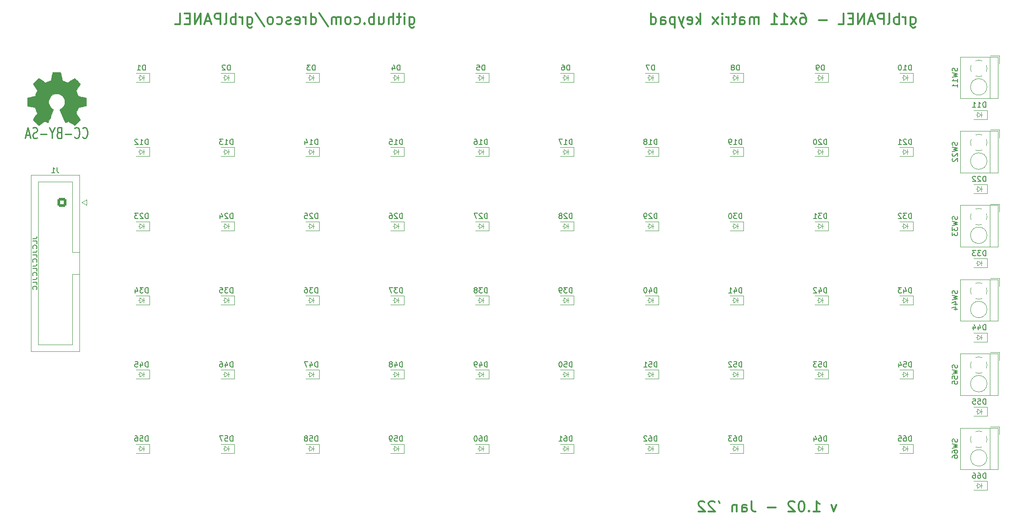
<source format=gbo>
%TF.GenerationSoftware,KiCad,Pcbnew,6.0.0-rc2-1.20211220git160328a.fc35*%
%TF.CreationDate,2022-01-03T09:57:57+00:00*%
%TF.ProjectId,Keypad_6x11,4b657970-6164-45f3-9678-31312e6b6963,rev?*%
%TF.SameCoordinates,Original*%
%TF.FileFunction,Legend,Bot*%
%TF.FilePolarity,Positive*%
%FSLAX46Y46*%
G04 Gerber Fmt 4.6, Leading zero omitted, Abs format (unit mm)*
G04 Created by KiCad (PCBNEW 6.0.0-rc2-1.20211220git160328a.fc35) date 2022-01-03 09:57:57*
%MOMM*%
%LPD*%
G01*
G04 APERTURE LIST*
G04 Aperture macros list*
%AMRoundRect*
0 Rectangle with rounded corners*
0 $1 Rounding radius*
0 $2 $3 $4 $5 $6 $7 $8 $9 X,Y pos of 4 corners*
0 Add a 4 corners polygon primitive as box body*
4,1,4,$2,$3,$4,$5,$6,$7,$8,$9,$2,$3,0*
0 Add four circle primitives for the rounded corners*
1,1,$1+$1,$2,$3*
1,1,$1+$1,$4,$5*
1,1,$1+$1,$6,$7*
1,1,$1+$1,$8,$9*
0 Add four rect primitives between the rounded corners*
20,1,$1+$1,$2,$3,$4,$5,0*
20,1,$1+$1,$4,$5,$6,$7,0*
20,1,$1+$1,$6,$7,$8,$9,0*
20,1,$1+$1,$8,$9,$2,$3,0*%
G04 Aperture macros list end*
%ADD10C,0.150000*%
%ADD11C,0.250000*%
%ADD12C,0.300000*%
%ADD13C,0.120000*%
%ADD14C,0.100000*%
%ADD15C,0.002540*%
%ADD16O,2.750000X1.850000*%
%ADD17C,4.201160*%
%ADD18R,0.600000X0.450000*%
%ADD19R,2.400000X2.400000*%
%ADD20C,2.400000*%
%ADD21RoundRect,0.250000X0.600000X0.600000X-0.600000X0.600000X-0.600000X-0.600000X0.600000X-0.600000X0*%
%ADD22C,1.700000*%
G04 APERTURE END LIST*
D10*
X65461904Y-75380952D02*
X66033333Y-75380952D01*
X66147619Y-75333333D01*
X66223809Y-75238095D01*
X66261904Y-75095238D01*
X66261904Y-75000000D01*
X66261904Y-76333333D02*
X66261904Y-75857142D01*
X65461904Y-75857142D01*
X66185714Y-77238095D02*
X66223809Y-77190476D01*
X66261904Y-77047619D01*
X66261904Y-76952380D01*
X66223809Y-76809523D01*
X66147619Y-76714285D01*
X66071428Y-76666666D01*
X65919047Y-76619047D01*
X65804761Y-76619047D01*
X65652380Y-76666666D01*
X65576190Y-76714285D01*
X65500000Y-76809523D01*
X65461904Y-76952380D01*
X65461904Y-77047619D01*
X65500000Y-77190476D01*
X65538095Y-77238095D01*
X65461904Y-77952380D02*
X66033333Y-77952380D01*
X66147619Y-77904761D01*
X66223809Y-77809523D01*
X66261904Y-77666666D01*
X66261904Y-77571428D01*
X66261904Y-78904761D02*
X66261904Y-78428571D01*
X65461904Y-78428571D01*
X66185714Y-79809523D02*
X66223809Y-79761904D01*
X66261904Y-79619047D01*
X66261904Y-79523809D01*
X66223809Y-79380952D01*
X66147619Y-79285714D01*
X66071428Y-79238095D01*
X65919047Y-79190476D01*
X65804761Y-79190476D01*
X65652380Y-79238095D01*
X65576190Y-79285714D01*
X65500000Y-79380952D01*
X65461904Y-79523809D01*
X65461904Y-79619047D01*
X65500000Y-79761904D01*
X65538095Y-79809523D01*
X65461904Y-80523809D02*
X66033333Y-80523809D01*
X66147619Y-80476190D01*
X66223809Y-80380952D01*
X66261904Y-80238095D01*
X66261904Y-80142857D01*
X66261904Y-81476190D02*
X66261904Y-81000000D01*
X65461904Y-81000000D01*
X66185714Y-82380952D02*
X66223809Y-82333333D01*
X66261904Y-82190476D01*
X66261904Y-82095238D01*
X66223809Y-81952380D01*
X66147619Y-81857142D01*
X66071428Y-81809523D01*
X65919047Y-81761904D01*
X65804761Y-81761904D01*
X65652380Y-81809523D01*
X65576190Y-81857142D01*
X65500000Y-81952380D01*
X65461904Y-82095238D01*
X65461904Y-82190476D01*
X65500000Y-82333333D01*
X65538095Y-82380952D01*
X65461904Y-83095238D02*
X66033333Y-83095238D01*
X66147619Y-83047619D01*
X66223809Y-82952380D01*
X66261904Y-82809523D01*
X66261904Y-82714285D01*
X66261904Y-84047619D02*
X66261904Y-83571428D01*
X65461904Y-83571428D01*
X66185714Y-84952380D02*
X66223809Y-84904761D01*
X66261904Y-84761904D01*
X66261904Y-84666666D01*
X66223809Y-84523809D01*
X66147619Y-84428571D01*
X66071428Y-84380952D01*
X65919047Y-84333333D01*
X65804761Y-84333333D01*
X65652380Y-84380952D01*
X65576190Y-84428571D01*
X65500000Y-84523809D01*
X65461904Y-84666666D01*
X65461904Y-84761904D01*
X65500000Y-84904761D01*
X65538095Y-84952380D01*
D11*
X74892857Y-56214285D02*
X74964285Y-56309523D01*
X75178571Y-56404761D01*
X75321428Y-56404761D01*
X75535714Y-56309523D01*
X75678571Y-56119047D01*
X75750000Y-55928571D01*
X75821428Y-55547619D01*
X75821428Y-55261904D01*
X75750000Y-54880952D01*
X75678571Y-54690476D01*
X75535714Y-54500000D01*
X75321428Y-54404761D01*
X75178571Y-54404761D01*
X74964285Y-54500000D01*
X74892857Y-54595238D01*
X73392857Y-56214285D02*
X73464285Y-56309523D01*
X73678571Y-56404761D01*
X73821428Y-56404761D01*
X74035714Y-56309523D01*
X74178571Y-56119047D01*
X74250000Y-55928571D01*
X74321428Y-55547619D01*
X74321428Y-55261904D01*
X74250000Y-54880952D01*
X74178571Y-54690476D01*
X74035714Y-54500000D01*
X73821428Y-54404761D01*
X73678571Y-54404761D01*
X73464285Y-54500000D01*
X73392857Y-54595238D01*
X72750000Y-55642857D02*
X71607142Y-55642857D01*
X70392857Y-55357142D02*
X70178571Y-55452380D01*
X70107142Y-55547619D01*
X70035714Y-55738095D01*
X70035714Y-56023809D01*
X70107142Y-56214285D01*
X70178571Y-56309523D01*
X70321428Y-56404761D01*
X70892857Y-56404761D01*
X70892857Y-54404761D01*
X70392857Y-54404761D01*
X70250000Y-54500000D01*
X70178571Y-54595238D01*
X70107142Y-54785714D01*
X70107142Y-54976190D01*
X70178571Y-55166666D01*
X70250000Y-55261904D01*
X70392857Y-55357142D01*
X70892857Y-55357142D01*
X69107142Y-55452380D02*
X69107142Y-56404761D01*
X69607142Y-54404761D02*
X69107142Y-55452380D01*
X68607142Y-54404761D01*
X68107142Y-55642857D02*
X66964285Y-55642857D01*
X66321428Y-56309523D02*
X66107142Y-56404761D01*
X65750000Y-56404761D01*
X65607142Y-56309523D01*
X65535714Y-56214285D01*
X65464285Y-56023809D01*
X65464285Y-55833333D01*
X65535714Y-55642857D01*
X65607142Y-55547619D01*
X65750000Y-55452380D01*
X66035714Y-55357142D01*
X66178571Y-55261904D01*
X66250000Y-55166666D01*
X66321428Y-54976190D01*
X66321428Y-54785714D01*
X66250000Y-54595238D01*
X66178571Y-54500000D01*
X66035714Y-54404761D01*
X65678571Y-54404761D01*
X65464285Y-54500000D01*
X64892857Y-55833333D02*
X64178571Y-55833333D01*
X65035714Y-56404761D02*
X64535714Y-54404761D01*
X64035714Y-56404761D01*
D12*
X217047619Y-125571428D02*
X216571428Y-126904761D01*
X216095238Y-125571428D01*
X212761904Y-126904761D02*
X213904761Y-126904761D01*
X213333333Y-126904761D02*
X213333333Y-124904761D01*
X213523809Y-125190476D01*
X213714285Y-125380952D01*
X213904761Y-125476190D01*
X211904761Y-126714285D02*
X211809523Y-126809523D01*
X211904761Y-126904761D01*
X212000000Y-126809523D01*
X211904761Y-126714285D01*
X211904761Y-126904761D01*
X210571428Y-124904761D02*
X210380952Y-124904761D01*
X210190476Y-125000000D01*
X210095238Y-125095238D01*
X210000000Y-125285714D01*
X209904761Y-125666666D01*
X209904761Y-126142857D01*
X210000000Y-126523809D01*
X210095238Y-126714285D01*
X210190476Y-126809523D01*
X210380952Y-126904761D01*
X210571428Y-126904761D01*
X210761904Y-126809523D01*
X210857142Y-126714285D01*
X210952380Y-126523809D01*
X211047619Y-126142857D01*
X211047619Y-125666666D01*
X210952380Y-125285714D01*
X210857142Y-125095238D01*
X210761904Y-125000000D01*
X210571428Y-124904761D01*
X209142857Y-125095238D02*
X209047619Y-125000000D01*
X208857142Y-124904761D01*
X208380952Y-124904761D01*
X208190476Y-125000000D01*
X208095238Y-125095238D01*
X208000000Y-125285714D01*
X208000000Y-125476190D01*
X208095238Y-125761904D01*
X209238095Y-126904761D01*
X208000000Y-126904761D01*
X205619047Y-126142857D02*
X204095238Y-126142857D01*
X201047619Y-124904761D02*
X201047619Y-126333333D01*
X201142857Y-126619047D01*
X201333333Y-126809523D01*
X201619047Y-126904761D01*
X201809523Y-126904761D01*
X199238095Y-126904761D02*
X199238095Y-125857142D01*
X199333333Y-125666666D01*
X199523809Y-125571428D01*
X199904761Y-125571428D01*
X200095238Y-125666666D01*
X199238095Y-126809523D02*
X199428571Y-126904761D01*
X199904761Y-126904761D01*
X200095238Y-126809523D01*
X200190476Y-126619047D01*
X200190476Y-126428571D01*
X200095238Y-126238095D01*
X199904761Y-126142857D01*
X199428571Y-126142857D01*
X199238095Y-126047619D01*
X198285714Y-125571428D02*
X198285714Y-126904761D01*
X198285714Y-125761904D02*
X198190476Y-125666666D01*
X198000000Y-125571428D01*
X197714285Y-125571428D01*
X197523809Y-125666666D01*
X197428571Y-125857142D01*
X197428571Y-126904761D01*
X194857142Y-124904761D02*
X195047619Y-125285714D01*
X194095238Y-125095238D02*
X194000000Y-125000000D01*
X193809523Y-124904761D01*
X193333333Y-124904761D01*
X193142857Y-125000000D01*
X193047619Y-125095238D01*
X192952380Y-125285714D01*
X192952380Y-125476190D01*
X193047619Y-125761904D01*
X194190476Y-126904761D01*
X192952380Y-126904761D01*
X192190476Y-125095238D02*
X192095238Y-125000000D01*
X191904761Y-124904761D01*
X191428571Y-124904761D01*
X191238095Y-125000000D01*
X191142857Y-125095238D01*
X191047619Y-125285714D01*
X191047619Y-125476190D01*
X191142857Y-125761904D01*
X192285714Y-126904761D01*
X191047619Y-126904761D01*
X136523809Y-33571428D02*
X136523809Y-35190476D01*
X136619047Y-35380952D01*
X136714285Y-35476190D01*
X136904761Y-35571428D01*
X137190476Y-35571428D01*
X137380952Y-35476190D01*
X136523809Y-34809523D02*
X136714285Y-34904761D01*
X137095238Y-34904761D01*
X137285714Y-34809523D01*
X137380952Y-34714285D01*
X137476190Y-34523809D01*
X137476190Y-33952380D01*
X137380952Y-33761904D01*
X137285714Y-33666666D01*
X137095238Y-33571428D01*
X136714285Y-33571428D01*
X136523809Y-33666666D01*
X135571428Y-34904761D02*
X135571428Y-33571428D01*
X135571428Y-32904761D02*
X135666666Y-33000000D01*
X135571428Y-33095238D01*
X135476190Y-33000000D01*
X135571428Y-32904761D01*
X135571428Y-33095238D01*
X134904761Y-33571428D02*
X134142857Y-33571428D01*
X134619047Y-32904761D02*
X134619047Y-34619047D01*
X134523809Y-34809523D01*
X134333333Y-34904761D01*
X134142857Y-34904761D01*
X133476190Y-34904761D02*
X133476190Y-32904761D01*
X132619047Y-34904761D02*
X132619047Y-33857142D01*
X132714285Y-33666666D01*
X132904761Y-33571428D01*
X133190476Y-33571428D01*
X133380952Y-33666666D01*
X133476190Y-33761904D01*
X130809523Y-33571428D02*
X130809523Y-34904761D01*
X131666666Y-33571428D02*
X131666666Y-34619047D01*
X131571428Y-34809523D01*
X131380952Y-34904761D01*
X131095238Y-34904761D01*
X130904761Y-34809523D01*
X130809523Y-34714285D01*
X129857142Y-34904761D02*
X129857142Y-32904761D01*
X129857142Y-33666666D02*
X129666666Y-33571428D01*
X129285714Y-33571428D01*
X129095238Y-33666666D01*
X129000000Y-33761904D01*
X128904761Y-33952380D01*
X128904761Y-34523809D01*
X129000000Y-34714285D01*
X129095238Y-34809523D01*
X129285714Y-34904761D01*
X129666666Y-34904761D01*
X129857142Y-34809523D01*
X128047619Y-34714285D02*
X127952380Y-34809523D01*
X128047619Y-34904761D01*
X128142857Y-34809523D01*
X128047619Y-34714285D01*
X128047619Y-34904761D01*
X126238095Y-34809523D02*
X126428571Y-34904761D01*
X126809523Y-34904761D01*
X127000000Y-34809523D01*
X127095238Y-34714285D01*
X127190476Y-34523809D01*
X127190476Y-33952380D01*
X127095238Y-33761904D01*
X127000000Y-33666666D01*
X126809523Y-33571428D01*
X126428571Y-33571428D01*
X126238095Y-33666666D01*
X125095238Y-34904761D02*
X125285714Y-34809523D01*
X125380952Y-34714285D01*
X125476190Y-34523809D01*
X125476190Y-33952380D01*
X125380952Y-33761904D01*
X125285714Y-33666666D01*
X125095238Y-33571428D01*
X124809523Y-33571428D01*
X124619047Y-33666666D01*
X124523809Y-33761904D01*
X124428571Y-33952380D01*
X124428571Y-34523809D01*
X124523809Y-34714285D01*
X124619047Y-34809523D01*
X124809523Y-34904761D01*
X125095238Y-34904761D01*
X123571428Y-34904761D02*
X123571428Y-33571428D01*
X123571428Y-33761904D02*
X123476190Y-33666666D01*
X123285714Y-33571428D01*
X123000000Y-33571428D01*
X122809523Y-33666666D01*
X122714285Y-33857142D01*
X122714285Y-34904761D01*
X122714285Y-33857142D02*
X122619047Y-33666666D01*
X122428571Y-33571428D01*
X122142857Y-33571428D01*
X121952380Y-33666666D01*
X121857142Y-33857142D01*
X121857142Y-34904761D01*
X119476190Y-32809523D02*
X121190476Y-35380952D01*
X117952380Y-34904761D02*
X117952380Y-32904761D01*
X117952380Y-34809523D02*
X118142857Y-34904761D01*
X118523809Y-34904761D01*
X118714285Y-34809523D01*
X118809523Y-34714285D01*
X118904761Y-34523809D01*
X118904761Y-33952380D01*
X118809523Y-33761904D01*
X118714285Y-33666666D01*
X118523809Y-33571428D01*
X118142857Y-33571428D01*
X117952380Y-33666666D01*
X117000000Y-34904761D02*
X117000000Y-33571428D01*
X117000000Y-33952380D02*
X116904761Y-33761904D01*
X116809523Y-33666666D01*
X116619047Y-33571428D01*
X116428571Y-33571428D01*
X115000000Y-34809523D02*
X115190476Y-34904761D01*
X115571428Y-34904761D01*
X115761904Y-34809523D01*
X115857142Y-34619047D01*
X115857142Y-33857142D01*
X115761904Y-33666666D01*
X115571428Y-33571428D01*
X115190476Y-33571428D01*
X115000000Y-33666666D01*
X114904761Y-33857142D01*
X114904761Y-34047619D01*
X115857142Y-34238095D01*
X114142857Y-34809523D02*
X113952380Y-34904761D01*
X113571428Y-34904761D01*
X113380952Y-34809523D01*
X113285714Y-34619047D01*
X113285714Y-34523809D01*
X113380952Y-34333333D01*
X113571428Y-34238095D01*
X113857142Y-34238095D01*
X114047619Y-34142857D01*
X114142857Y-33952380D01*
X114142857Y-33857142D01*
X114047619Y-33666666D01*
X113857142Y-33571428D01*
X113571428Y-33571428D01*
X113380952Y-33666666D01*
X111571428Y-34809523D02*
X111761904Y-34904761D01*
X112142857Y-34904761D01*
X112333333Y-34809523D01*
X112428571Y-34714285D01*
X112523809Y-34523809D01*
X112523809Y-33952380D01*
X112428571Y-33761904D01*
X112333333Y-33666666D01*
X112142857Y-33571428D01*
X111761904Y-33571428D01*
X111571428Y-33666666D01*
X110428571Y-34904761D02*
X110619047Y-34809523D01*
X110714285Y-34714285D01*
X110809523Y-34523809D01*
X110809523Y-33952380D01*
X110714285Y-33761904D01*
X110619047Y-33666666D01*
X110428571Y-33571428D01*
X110142857Y-33571428D01*
X109952380Y-33666666D01*
X109857142Y-33761904D01*
X109761904Y-33952380D01*
X109761904Y-34523809D01*
X109857142Y-34714285D01*
X109952380Y-34809523D01*
X110142857Y-34904761D01*
X110428571Y-34904761D01*
X107476190Y-32809523D02*
X109190476Y-35380952D01*
X105952380Y-33571428D02*
X105952380Y-35190476D01*
X106047619Y-35380952D01*
X106142857Y-35476190D01*
X106333333Y-35571428D01*
X106619047Y-35571428D01*
X106809523Y-35476190D01*
X105952380Y-34809523D02*
X106142857Y-34904761D01*
X106523809Y-34904761D01*
X106714285Y-34809523D01*
X106809523Y-34714285D01*
X106904761Y-34523809D01*
X106904761Y-33952380D01*
X106809523Y-33761904D01*
X106714285Y-33666666D01*
X106523809Y-33571428D01*
X106142857Y-33571428D01*
X105952380Y-33666666D01*
X105000000Y-34904761D02*
X105000000Y-33571428D01*
X105000000Y-33952380D02*
X104904761Y-33761904D01*
X104809523Y-33666666D01*
X104619047Y-33571428D01*
X104428571Y-33571428D01*
X103761904Y-34904761D02*
X103761904Y-32904761D01*
X103761904Y-33666666D02*
X103571428Y-33571428D01*
X103190476Y-33571428D01*
X103000000Y-33666666D01*
X102904761Y-33761904D01*
X102809523Y-33952380D01*
X102809523Y-34523809D01*
X102904761Y-34714285D01*
X103000000Y-34809523D01*
X103190476Y-34904761D01*
X103571428Y-34904761D01*
X103761904Y-34809523D01*
X101666666Y-34904761D02*
X101857142Y-34809523D01*
X101952380Y-34619047D01*
X101952380Y-32904761D01*
X100904761Y-34904761D02*
X100904761Y-32904761D01*
X100142857Y-32904761D01*
X99952380Y-33000000D01*
X99857142Y-33095238D01*
X99761904Y-33285714D01*
X99761904Y-33571428D01*
X99857142Y-33761904D01*
X99952380Y-33857142D01*
X100142857Y-33952380D01*
X100904761Y-33952380D01*
X99000000Y-34333333D02*
X98047619Y-34333333D01*
X99190476Y-34904761D02*
X98523809Y-32904761D01*
X97857142Y-34904761D01*
X97190476Y-34904761D02*
X97190476Y-32904761D01*
X96047619Y-34904761D01*
X96047619Y-32904761D01*
X95095238Y-33857142D02*
X94428571Y-33857142D01*
X94142857Y-34904761D02*
X95095238Y-34904761D01*
X95095238Y-32904761D01*
X94142857Y-32904761D01*
X92333333Y-34904761D02*
X93285714Y-34904761D01*
X93285714Y-32904761D01*
X231047619Y-33571428D02*
X231047619Y-35190476D01*
X231142857Y-35380952D01*
X231238095Y-35476190D01*
X231428571Y-35571428D01*
X231714285Y-35571428D01*
X231904761Y-35476190D01*
X231047619Y-34809523D02*
X231238095Y-34904761D01*
X231619047Y-34904761D01*
X231809523Y-34809523D01*
X231904761Y-34714285D01*
X232000000Y-34523809D01*
X232000000Y-33952380D01*
X231904761Y-33761904D01*
X231809523Y-33666666D01*
X231619047Y-33571428D01*
X231238095Y-33571428D01*
X231047619Y-33666666D01*
X230095238Y-34904761D02*
X230095238Y-33571428D01*
X230095238Y-33952380D02*
X230000000Y-33761904D01*
X229904761Y-33666666D01*
X229714285Y-33571428D01*
X229523809Y-33571428D01*
X228857142Y-34904761D02*
X228857142Y-32904761D01*
X228857142Y-33666666D02*
X228666666Y-33571428D01*
X228285714Y-33571428D01*
X228095238Y-33666666D01*
X228000000Y-33761904D01*
X227904761Y-33952380D01*
X227904761Y-34523809D01*
X228000000Y-34714285D01*
X228095238Y-34809523D01*
X228285714Y-34904761D01*
X228666666Y-34904761D01*
X228857142Y-34809523D01*
X226761904Y-34904761D02*
X226952380Y-34809523D01*
X227047619Y-34619047D01*
X227047619Y-32904761D01*
X226000000Y-34904761D02*
X226000000Y-32904761D01*
X225238095Y-32904761D01*
X225047619Y-33000000D01*
X224952380Y-33095238D01*
X224857142Y-33285714D01*
X224857142Y-33571428D01*
X224952380Y-33761904D01*
X225047619Y-33857142D01*
X225238095Y-33952380D01*
X226000000Y-33952380D01*
X224095238Y-34333333D02*
X223142857Y-34333333D01*
X224285714Y-34904761D02*
X223619047Y-32904761D01*
X222952380Y-34904761D01*
X222285714Y-34904761D02*
X222285714Y-32904761D01*
X221142857Y-34904761D01*
X221142857Y-32904761D01*
X220190476Y-33857142D02*
X219523809Y-33857142D01*
X219238095Y-34904761D02*
X220190476Y-34904761D01*
X220190476Y-32904761D01*
X219238095Y-32904761D01*
X217428571Y-34904761D02*
X218380952Y-34904761D01*
X218380952Y-32904761D01*
X215238095Y-34142857D02*
X213714285Y-34142857D01*
X210380952Y-32904761D02*
X210761904Y-32904761D01*
X210952380Y-33000000D01*
X211047619Y-33095238D01*
X211238095Y-33380952D01*
X211333333Y-33761904D01*
X211333333Y-34523809D01*
X211238095Y-34714285D01*
X211142857Y-34809523D01*
X210952380Y-34904761D01*
X210571428Y-34904761D01*
X210380952Y-34809523D01*
X210285714Y-34714285D01*
X210190476Y-34523809D01*
X210190476Y-34047619D01*
X210285714Y-33857142D01*
X210380952Y-33761904D01*
X210571428Y-33666666D01*
X210952380Y-33666666D01*
X211142857Y-33761904D01*
X211238095Y-33857142D01*
X211333333Y-34047619D01*
X209523809Y-34904761D02*
X208476190Y-33571428D01*
X209523809Y-33571428D02*
X208476190Y-34904761D01*
X206666666Y-34904761D02*
X207809523Y-34904761D01*
X207238095Y-34904761D02*
X207238095Y-32904761D01*
X207428571Y-33190476D01*
X207619047Y-33380952D01*
X207809523Y-33476190D01*
X204761904Y-34904761D02*
X205904761Y-34904761D01*
X205333333Y-34904761D02*
X205333333Y-32904761D01*
X205523809Y-33190476D01*
X205714285Y-33380952D01*
X205904761Y-33476190D01*
X202380952Y-34904761D02*
X202380952Y-33571428D01*
X202380952Y-33761904D02*
X202285714Y-33666666D01*
X202095238Y-33571428D01*
X201809523Y-33571428D01*
X201619047Y-33666666D01*
X201523809Y-33857142D01*
X201523809Y-34904761D01*
X201523809Y-33857142D02*
X201428571Y-33666666D01*
X201238095Y-33571428D01*
X200952380Y-33571428D01*
X200761904Y-33666666D01*
X200666666Y-33857142D01*
X200666666Y-34904761D01*
X198857142Y-34904761D02*
X198857142Y-33857142D01*
X198952380Y-33666666D01*
X199142857Y-33571428D01*
X199523809Y-33571428D01*
X199714285Y-33666666D01*
X198857142Y-34809523D02*
X199047619Y-34904761D01*
X199523809Y-34904761D01*
X199714285Y-34809523D01*
X199809523Y-34619047D01*
X199809523Y-34428571D01*
X199714285Y-34238095D01*
X199523809Y-34142857D01*
X199047619Y-34142857D01*
X198857142Y-34047619D01*
X198190476Y-33571428D02*
X197428571Y-33571428D01*
X197904761Y-32904761D02*
X197904761Y-34619047D01*
X197809523Y-34809523D01*
X197619047Y-34904761D01*
X197428571Y-34904761D01*
X196761904Y-34904761D02*
X196761904Y-33571428D01*
X196761904Y-33952380D02*
X196666666Y-33761904D01*
X196571428Y-33666666D01*
X196380952Y-33571428D01*
X196190476Y-33571428D01*
X195523809Y-34904761D02*
X195523809Y-33571428D01*
X195523809Y-32904761D02*
X195619047Y-33000000D01*
X195523809Y-33095238D01*
X195428571Y-33000000D01*
X195523809Y-32904761D01*
X195523809Y-33095238D01*
X194761904Y-34904761D02*
X193714285Y-33571428D01*
X194761904Y-33571428D02*
X193714285Y-34904761D01*
X191428571Y-34904761D02*
X191428571Y-32904761D01*
X191238095Y-34142857D02*
X190666666Y-34904761D01*
X190666666Y-33571428D02*
X191428571Y-34333333D01*
X189047619Y-34809523D02*
X189238095Y-34904761D01*
X189619047Y-34904761D01*
X189809523Y-34809523D01*
X189904761Y-34619047D01*
X189904761Y-33857142D01*
X189809523Y-33666666D01*
X189619047Y-33571428D01*
X189238095Y-33571428D01*
X189047619Y-33666666D01*
X188952380Y-33857142D01*
X188952380Y-34047619D01*
X189904761Y-34238095D01*
X188285714Y-33571428D02*
X187809523Y-34904761D01*
X187333333Y-33571428D02*
X187809523Y-34904761D01*
X188000000Y-35380952D01*
X188095238Y-35476190D01*
X188285714Y-35571428D01*
X186571428Y-33571428D02*
X186571428Y-35571428D01*
X186571428Y-33666666D02*
X186380952Y-33571428D01*
X186000000Y-33571428D01*
X185809523Y-33666666D01*
X185714285Y-33761904D01*
X185619047Y-33952380D01*
X185619047Y-34523809D01*
X185714285Y-34714285D01*
X185809523Y-34809523D01*
X186000000Y-34904761D01*
X186380952Y-34904761D01*
X186571428Y-34809523D01*
X183904761Y-34904761D02*
X183904761Y-33857142D01*
X184000000Y-33666666D01*
X184190476Y-33571428D01*
X184571428Y-33571428D01*
X184761904Y-33666666D01*
X183904761Y-34809523D02*
X184095238Y-34904761D01*
X184571428Y-34904761D01*
X184761904Y-34809523D01*
X184857142Y-34619047D01*
X184857142Y-34428571D01*
X184761904Y-34238095D01*
X184571428Y-34142857D01*
X184095238Y-34142857D01*
X183904761Y-34047619D01*
X182095238Y-34904761D02*
X182095238Y-32904761D01*
X182095238Y-34809523D02*
X182285714Y-34904761D01*
X182666666Y-34904761D01*
X182857142Y-34809523D01*
X182952380Y-34714285D01*
X183047619Y-34523809D01*
X183047619Y-33952380D01*
X182952380Y-33761904D01*
X182857142Y-33666666D01*
X182666666Y-33571428D01*
X182285714Y-33571428D01*
X182095238Y-33666666D01*
D10*
X119214285Y-85602380D02*
X119214285Y-84602380D01*
X118976190Y-84602380D01*
X118833333Y-84650000D01*
X118738095Y-84745238D01*
X118690476Y-84840476D01*
X118642857Y-85030952D01*
X118642857Y-85173809D01*
X118690476Y-85364285D01*
X118738095Y-85459523D01*
X118833333Y-85554761D01*
X118976190Y-85602380D01*
X119214285Y-85602380D01*
X118309523Y-84602380D02*
X117690476Y-84602380D01*
X118023809Y-84983333D01*
X117880952Y-84983333D01*
X117785714Y-85030952D01*
X117738095Y-85078571D01*
X117690476Y-85173809D01*
X117690476Y-85411904D01*
X117738095Y-85507142D01*
X117785714Y-85554761D01*
X117880952Y-85602380D01*
X118166666Y-85602380D01*
X118261904Y-85554761D01*
X118309523Y-85507142D01*
X116833333Y-84602380D02*
X117023809Y-84602380D01*
X117119047Y-84650000D01*
X117166666Y-84697619D01*
X117261904Y-84840476D01*
X117309523Y-85030952D01*
X117309523Y-85411904D01*
X117261904Y-85507142D01*
X117214285Y-85554761D01*
X117119047Y-85602380D01*
X116928571Y-85602380D01*
X116833333Y-85554761D01*
X116785714Y-85507142D01*
X116738095Y-85411904D01*
X116738095Y-85173809D01*
X116785714Y-85078571D01*
X116833333Y-85030952D01*
X116928571Y-84983333D01*
X117119047Y-84983333D01*
X117214285Y-85030952D01*
X117261904Y-85078571D01*
X117309523Y-85173809D01*
X182738095Y-43602380D02*
X182738095Y-42602380D01*
X182500000Y-42602380D01*
X182357142Y-42650000D01*
X182261904Y-42745238D01*
X182214285Y-42840476D01*
X182166666Y-43030952D01*
X182166666Y-43173809D01*
X182214285Y-43364285D01*
X182261904Y-43459523D01*
X182357142Y-43554761D01*
X182500000Y-43602380D01*
X182738095Y-43602380D01*
X181833333Y-42602380D02*
X181166666Y-42602380D01*
X181595238Y-43602380D01*
X103214285Y-71602380D02*
X103214285Y-70602380D01*
X102976190Y-70602380D01*
X102833333Y-70650000D01*
X102738095Y-70745238D01*
X102690476Y-70840476D01*
X102642857Y-71030952D01*
X102642857Y-71173809D01*
X102690476Y-71364285D01*
X102738095Y-71459523D01*
X102833333Y-71554761D01*
X102976190Y-71602380D01*
X103214285Y-71602380D01*
X102261904Y-70697619D02*
X102214285Y-70650000D01*
X102119047Y-70602380D01*
X101880952Y-70602380D01*
X101785714Y-70650000D01*
X101738095Y-70697619D01*
X101690476Y-70792857D01*
X101690476Y-70888095D01*
X101738095Y-71030952D01*
X102309523Y-71602380D01*
X101690476Y-71602380D01*
X100833333Y-70935714D02*
X100833333Y-71602380D01*
X101071428Y-70554761D02*
X101309523Y-71269047D01*
X100690476Y-71269047D01*
X87214285Y-99602380D02*
X87214285Y-98602380D01*
X86976190Y-98602380D01*
X86833333Y-98650000D01*
X86738095Y-98745238D01*
X86690476Y-98840476D01*
X86642857Y-99030952D01*
X86642857Y-99173809D01*
X86690476Y-99364285D01*
X86738095Y-99459523D01*
X86833333Y-99554761D01*
X86976190Y-99602380D01*
X87214285Y-99602380D01*
X85785714Y-98935714D02*
X85785714Y-99602380D01*
X86023809Y-98554761D02*
X86261904Y-99269047D01*
X85642857Y-99269047D01*
X84785714Y-98602380D02*
X85261904Y-98602380D01*
X85309523Y-99078571D01*
X85261904Y-99030952D01*
X85166666Y-98983333D01*
X84928571Y-98983333D01*
X84833333Y-99030952D01*
X84785714Y-99078571D01*
X84738095Y-99173809D01*
X84738095Y-99411904D01*
X84785714Y-99507142D01*
X84833333Y-99554761D01*
X84928571Y-99602380D01*
X85166666Y-99602380D01*
X85261904Y-99554761D01*
X85309523Y-99507142D01*
X245214285Y-50602380D02*
X245214285Y-49602380D01*
X244976190Y-49602380D01*
X244833333Y-49650000D01*
X244738095Y-49745238D01*
X244690476Y-49840476D01*
X244642857Y-50030952D01*
X244642857Y-50173809D01*
X244690476Y-50364285D01*
X244738095Y-50459523D01*
X244833333Y-50554761D01*
X244976190Y-50602380D01*
X245214285Y-50602380D01*
X243690476Y-50602380D02*
X244261904Y-50602380D01*
X243976190Y-50602380D02*
X243976190Y-49602380D01*
X244071428Y-49745238D01*
X244166666Y-49840476D01*
X244261904Y-49888095D01*
X242738095Y-50602380D02*
X243309523Y-50602380D01*
X243023809Y-50602380D02*
X243023809Y-49602380D01*
X243119047Y-49745238D01*
X243214285Y-49840476D01*
X243309523Y-49888095D01*
X215214285Y-99602380D02*
X215214285Y-98602380D01*
X214976190Y-98602380D01*
X214833333Y-98650000D01*
X214738095Y-98745238D01*
X214690476Y-98840476D01*
X214642857Y-99030952D01*
X214642857Y-99173809D01*
X214690476Y-99364285D01*
X214738095Y-99459523D01*
X214833333Y-99554761D01*
X214976190Y-99602380D01*
X215214285Y-99602380D01*
X213738095Y-98602380D02*
X214214285Y-98602380D01*
X214261904Y-99078571D01*
X214214285Y-99030952D01*
X214119047Y-98983333D01*
X213880952Y-98983333D01*
X213785714Y-99030952D01*
X213738095Y-99078571D01*
X213690476Y-99173809D01*
X213690476Y-99411904D01*
X213738095Y-99507142D01*
X213785714Y-99554761D01*
X213880952Y-99602380D01*
X214119047Y-99602380D01*
X214214285Y-99554761D01*
X214261904Y-99507142D01*
X213357142Y-98602380D02*
X212738095Y-98602380D01*
X213071428Y-98983333D01*
X212928571Y-98983333D01*
X212833333Y-99030952D01*
X212785714Y-99078571D01*
X212738095Y-99173809D01*
X212738095Y-99411904D01*
X212785714Y-99507142D01*
X212833333Y-99554761D01*
X212928571Y-99602380D01*
X213214285Y-99602380D01*
X213309523Y-99554761D01*
X213357142Y-99507142D01*
X135214285Y-71602380D02*
X135214285Y-70602380D01*
X134976190Y-70602380D01*
X134833333Y-70650000D01*
X134738095Y-70745238D01*
X134690476Y-70840476D01*
X134642857Y-71030952D01*
X134642857Y-71173809D01*
X134690476Y-71364285D01*
X134738095Y-71459523D01*
X134833333Y-71554761D01*
X134976190Y-71602380D01*
X135214285Y-71602380D01*
X134261904Y-70697619D02*
X134214285Y-70650000D01*
X134119047Y-70602380D01*
X133880952Y-70602380D01*
X133785714Y-70650000D01*
X133738095Y-70697619D01*
X133690476Y-70792857D01*
X133690476Y-70888095D01*
X133738095Y-71030952D01*
X134309523Y-71602380D01*
X133690476Y-71602380D01*
X132833333Y-70602380D02*
X133023809Y-70602380D01*
X133119047Y-70650000D01*
X133166666Y-70697619D01*
X133261904Y-70840476D01*
X133309523Y-71030952D01*
X133309523Y-71411904D01*
X133261904Y-71507142D01*
X133214285Y-71554761D01*
X133119047Y-71602380D01*
X132928571Y-71602380D01*
X132833333Y-71554761D01*
X132785714Y-71507142D01*
X132738095Y-71411904D01*
X132738095Y-71173809D01*
X132785714Y-71078571D01*
X132833333Y-71030952D01*
X132928571Y-70983333D01*
X133119047Y-70983333D01*
X133214285Y-71030952D01*
X133261904Y-71078571D01*
X133309523Y-71173809D01*
X151214285Y-85602380D02*
X151214285Y-84602380D01*
X150976190Y-84602380D01*
X150833333Y-84650000D01*
X150738095Y-84745238D01*
X150690476Y-84840476D01*
X150642857Y-85030952D01*
X150642857Y-85173809D01*
X150690476Y-85364285D01*
X150738095Y-85459523D01*
X150833333Y-85554761D01*
X150976190Y-85602380D01*
X151214285Y-85602380D01*
X150309523Y-84602380D02*
X149690476Y-84602380D01*
X150023809Y-84983333D01*
X149880952Y-84983333D01*
X149785714Y-85030952D01*
X149738095Y-85078571D01*
X149690476Y-85173809D01*
X149690476Y-85411904D01*
X149738095Y-85507142D01*
X149785714Y-85554761D01*
X149880952Y-85602380D01*
X150166666Y-85602380D01*
X150261904Y-85554761D01*
X150309523Y-85507142D01*
X149119047Y-85030952D02*
X149214285Y-84983333D01*
X149261904Y-84935714D01*
X149309523Y-84840476D01*
X149309523Y-84792857D01*
X149261904Y-84697619D01*
X149214285Y-84650000D01*
X149119047Y-84602380D01*
X148928571Y-84602380D01*
X148833333Y-84650000D01*
X148785714Y-84697619D01*
X148738095Y-84792857D01*
X148738095Y-84840476D01*
X148785714Y-84935714D01*
X148833333Y-84983333D01*
X148928571Y-85030952D01*
X149119047Y-85030952D01*
X149214285Y-85078571D01*
X149261904Y-85126190D01*
X149309523Y-85221428D01*
X149309523Y-85411904D01*
X149261904Y-85507142D01*
X149214285Y-85554761D01*
X149119047Y-85602380D01*
X148928571Y-85602380D01*
X148833333Y-85554761D01*
X148785714Y-85507142D01*
X148738095Y-85411904D01*
X148738095Y-85221428D01*
X148785714Y-85126190D01*
X148833333Y-85078571D01*
X148928571Y-85030952D01*
X135214285Y-85602380D02*
X135214285Y-84602380D01*
X134976190Y-84602380D01*
X134833333Y-84650000D01*
X134738095Y-84745238D01*
X134690476Y-84840476D01*
X134642857Y-85030952D01*
X134642857Y-85173809D01*
X134690476Y-85364285D01*
X134738095Y-85459523D01*
X134833333Y-85554761D01*
X134976190Y-85602380D01*
X135214285Y-85602380D01*
X134309523Y-84602380D02*
X133690476Y-84602380D01*
X134023809Y-84983333D01*
X133880952Y-84983333D01*
X133785714Y-85030952D01*
X133738095Y-85078571D01*
X133690476Y-85173809D01*
X133690476Y-85411904D01*
X133738095Y-85507142D01*
X133785714Y-85554761D01*
X133880952Y-85602380D01*
X134166666Y-85602380D01*
X134261904Y-85554761D01*
X134309523Y-85507142D01*
X133357142Y-84602380D02*
X132690476Y-84602380D01*
X133119047Y-85602380D01*
X215214285Y-85602380D02*
X215214285Y-84602380D01*
X214976190Y-84602380D01*
X214833333Y-84650000D01*
X214738095Y-84745238D01*
X214690476Y-84840476D01*
X214642857Y-85030952D01*
X214642857Y-85173809D01*
X214690476Y-85364285D01*
X214738095Y-85459523D01*
X214833333Y-85554761D01*
X214976190Y-85602380D01*
X215214285Y-85602380D01*
X213785714Y-84935714D02*
X213785714Y-85602380D01*
X214023809Y-84554761D02*
X214261904Y-85269047D01*
X213642857Y-85269047D01*
X213309523Y-84697619D02*
X213261904Y-84650000D01*
X213166666Y-84602380D01*
X212928571Y-84602380D01*
X212833333Y-84650000D01*
X212785714Y-84697619D01*
X212738095Y-84792857D01*
X212738095Y-84888095D01*
X212785714Y-85030952D01*
X213357142Y-85602380D01*
X212738095Y-85602380D01*
X87214285Y-113602380D02*
X87214285Y-112602380D01*
X86976190Y-112602380D01*
X86833333Y-112650000D01*
X86738095Y-112745238D01*
X86690476Y-112840476D01*
X86642857Y-113030952D01*
X86642857Y-113173809D01*
X86690476Y-113364285D01*
X86738095Y-113459523D01*
X86833333Y-113554761D01*
X86976190Y-113602380D01*
X87214285Y-113602380D01*
X85738095Y-112602380D02*
X86214285Y-112602380D01*
X86261904Y-113078571D01*
X86214285Y-113030952D01*
X86119047Y-112983333D01*
X85880952Y-112983333D01*
X85785714Y-113030952D01*
X85738095Y-113078571D01*
X85690476Y-113173809D01*
X85690476Y-113411904D01*
X85738095Y-113507142D01*
X85785714Y-113554761D01*
X85880952Y-113602380D01*
X86119047Y-113602380D01*
X86214285Y-113554761D01*
X86261904Y-113507142D01*
X84833333Y-112602380D02*
X85023809Y-112602380D01*
X85119047Y-112650000D01*
X85166666Y-112697619D01*
X85261904Y-112840476D01*
X85309523Y-113030952D01*
X85309523Y-113411904D01*
X85261904Y-113507142D01*
X85214285Y-113554761D01*
X85119047Y-113602380D01*
X84928571Y-113602380D01*
X84833333Y-113554761D01*
X84785714Y-113507142D01*
X84738095Y-113411904D01*
X84738095Y-113173809D01*
X84785714Y-113078571D01*
X84833333Y-113030952D01*
X84928571Y-112983333D01*
X85119047Y-112983333D01*
X85214285Y-113030952D01*
X85261904Y-113078571D01*
X85309523Y-113173809D01*
X135214285Y-113602380D02*
X135214285Y-112602380D01*
X134976190Y-112602380D01*
X134833333Y-112650000D01*
X134738095Y-112745238D01*
X134690476Y-112840476D01*
X134642857Y-113030952D01*
X134642857Y-113173809D01*
X134690476Y-113364285D01*
X134738095Y-113459523D01*
X134833333Y-113554761D01*
X134976190Y-113602380D01*
X135214285Y-113602380D01*
X133738095Y-112602380D02*
X134214285Y-112602380D01*
X134261904Y-113078571D01*
X134214285Y-113030952D01*
X134119047Y-112983333D01*
X133880952Y-112983333D01*
X133785714Y-113030952D01*
X133738095Y-113078571D01*
X133690476Y-113173809D01*
X133690476Y-113411904D01*
X133738095Y-113507142D01*
X133785714Y-113554761D01*
X133880952Y-113602380D01*
X134119047Y-113602380D01*
X134214285Y-113554761D01*
X134261904Y-113507142D01*
X133214285Y-113602380D02*
X133023809Y-113602380D01*
X132928571Y-113554761D01*
X132880952Y-113507142D01*
X132785714Y-113364285D01*
X132738095Y-113173809D01*
X132738095Y-112792857D01*
X132785714Y-112697619D01*
X132833333Y-112650000D01*
X132928571Y-112602380D01*
X133119047Y-112602380D01*
X133214285Y-112650000D01*
X133261904Y-112697619D01*
X133309523Y-112792857D01*
X133309523Y-113030952D01*
X133261904Y-113126190D01*
X133214285Y-113173809D01*
X133119047Y-113221428D01*
X132928571Y-113221428D01*
X132833333Y-113173809D01*
X132785714Y-113126190D01*
X132738095Y-113030952D01*
X134738095Y-43602380D02*
X134738095Y-42602380D01*
X134500000Y-42602380D01*
X134357142Y-42650000D01*
X134261904Y-42745238D01*
X134214285Y-42840476D01*
X134166666Y-43030952D01*
X134166666Y-43173809D01*
X134214285Y-43364285D01*
X134261904Y-43459523D01*
X134357142Y-43554761D01*
X134500000Y-43602380D01*
X134738095Y-43602380D01*
X133309523Y-42935714D02*
X133309523Y-43602380D01*
X133547619Y-42554761D02*
X133785714Y-43269047D01*
X133166666Y-43269047D01*
X167214285Y-113602380D02*
X167214285Y-112602380D01*
X166976190Y-112602380D01*
X166833333Y-112650000D01*
X166738095Y-112745238D01*
X166690476Y-112840476D01*
X166642857Y-113030952D01*
X166642857Y-113173809D01*
X166690476Y-113364285D01*
X166738095Y-113459523D01*
X166833333Y-113554761D01*
X166976190Y-113602380D01*
X167214285Y-113602380D01*
X165785714Y-112602380D02*
X165976190Y-112602380D01*
X166071428Y-112650000D01*
X166119047Y-112697619D01*
X166214285Y-112840476D01*
X166261904Y-113030952D01*
X166261904Y-113411904D01*
X166214285Y-113507142D01*
X166166666Y-113554761D01*
X166071428Y-113602380D01*
X165880952Y-113602380D01*
X165785714Y-113554761D01*
X165738095Y-113507142D01*
X165690476Y-113411904D01*
X165690476Y-113173809D01*
X165738095Y-113078571D01*
X165785714Y-113030952D01*
X165880952Y-112983333D01*
X166071428Y-112983333D01*
X166166666Y-113030952D01*
X166214285Y-113078571D01*
X166261904Y-113173809D01*
X164738095Y-113602380D02*
X165309523Y-113602380D01*
X165023809Y-113602380D02*
X165023809Y-112602380D01*
X165119047Y-112745238D01*
X165214285Y-112840476D01*
X165309523Y-112888095D01*
X239844761Y-43190476D02*
X239892380Y-43333333D01*
X239892380Y-43571428D01*
X239844761Y-43666666D01*
X239797142Y-43714285D01*
X239701904Y-43761904D01*
X239606666Y-43761904D01*
X239511428Y-43714285D01*
X239463809Y-43666666D01*
X239416190Y-43571428D01*
X239368571Y-43380952D01*
X239320952Y-43285714D01*
X239273333Y-43238095D01*
X239178095Y-43190476D01*
X239082857Y-43190476D01*
X238987619Y-43238095D01*
X238940000Y-43285714D01*
X238892380Y-43380952D01*
X238892380Y-43619047D01*
X238940000Y-43761904D01*
X238892380Y-44095238D02*
X239892380Y-44333333D01*
X239178095Y-44523809D01*
X239892380Y-44714285D01*
X238892380Y-44952380D01*
X239892380Y-45857142D02*
X239892380Y-45285714D01*
X239892380Y-45571428D02*
X238892380Y-45571428D01*
X239035238Y-45476190D01*
X239130476Y-45380952D01*
X239178095Y-45285714D01*
X239892380Y-46809523D02*
X239892380Y-46238095D01*
X239892380Y-46523809D02*
X238892380Y-46523809D01*
X239035238Y-46428571D01*
X239130476Y-46333333D01*
X239178095Y-46238095D01*
X167214285Y-57602380D02*
X167214285Y-56602380D01*
X166976190Y-56602380D01*
X166833333Y-56650000D01*
X166738095Y-56745238D01*
X166690476Y-56840476D01*
X166642857Y-57030952D01*
X166642857Y-57173809D01*
X166690476Y-57364285D01*
X166738095Y-57459523D01*
X166833333Y-57554761D01*
X166976190Y-57602380D01*
X167214285Y-57602380D01*
X165690476Y-57602380D02*
X166261904Y-57602380D01*
X165976190Y-57602380D02*
X165976190Y-56602380D01*
X166071428Y-56745238D01*
X166166666Y-56840476D01*
X166261904Y-56888095D01*
X165357142Y-56602380D02*
X164690476Y-56602380D01*
X165119047Y-57602380D01*
X87214285Y-57602380D02*
X87214285Y-56602380D01*
X86976190Y-56602380D01*
X86833333Y-56650000D01*
X86738095Y-56745238D01*
X86690476Y-56840476D01*
X86642857Y-57030952D01*
X86642857Y-57173809D01*
X86690476Y-57364285D01*
X86738095Y-57459523D01*
X86833333Y-57554761D01*
X86976190Y-57602380D01*
X87214285Y-57602380D01*
X85690476Y-57602380D02*
X86261904Y-57602380D01*
X85976190Y-57602380D02*
X85976190Y-56602380D01*
X86071428Y-56745238D01*
X86166666Y-56840476D01*
X86261904Y-56888095D01*
X85309523Y-56697619D02*
X85261904Y-56650000D01*
X85166666Y-56602380D01*
X84928571Y-56602380D01*
X84833333Y-56650000D01*
X84785714Y-56697619D01*
X84738095Y-56792857D01*
X84738095Y-56888095D01*
X84785714Y-57030952D01*
X85357142Y-57602380D01*
X84738095Y-57602380D01*
X135214285Y-57602380D02*
X135214285Y-56602380D01*
X134976190Y-56602380D01*
X134833333Y-56650000D01*
X134738095Y-56745238D01*
X134690476Y-56840476D01*
X134642857Y-57030952D01*
X134642857Y-57173809D01*
X134690476Y-57364285D01*
X134738095Y-57459523D01*
X134833333Y-57554761D01*
X134976190Y-57602380D01*
X135214285Y-57602380D01*
X133690476Y-57602380D02*
X134261904Y-57602380D01*
X133976190Y-57602380D02*
X133976190Y-56602380D01*
X134071428Y-56745238D01*
X134166666Y-56840476D01*
X134261904Y-56888095D01*
X132785714Y-56602380D02*
X133261904Y-56602380D01*
X133309523Y-57078571D01*
X133261904Y-57030952D01*
X133166666Y-56983333D01*
X132928571Y-56983333D01*
X132833333Y-57030952D01*
X132785714Y-57078571D01*
X132738095Y-57173809D01*
X132738095Y-57411904D01*
X132785714Y-57507142D01*
X132833333Y-57554761D01*
X132928571Y-57602380D01*
X133166666Y-57602380D01*
X133261904Y-57554761D01*
X133309523Y-57507142D01*
X245214285Y-92602380D02*
X245214285Y-91602380D01*
X244976190Y-91602380D01*
X244833333Y-91650000D01*
X244738095Y-91745238D01*
X244690476Y-91840476D01*
X244642857Y-92030952D01*
X244642857Y-92173809D01*
X244690476Y-92364285D01*
X244738095Y-92459523D01*
X244833333Y-92554761D01*
X244976190Y-92602380D01*
X245214285Y-92602380D01*
X243785714Y-91935714D02*
X243785714Y-92602380D01*
X244023809Y-91554761D02*
X244261904Y-92269047D01*
X243642857Y-92269047D01*
X242833333Y-91935714D02*
X242833333Y-92602380D01*
X243071428Y-91554761D02*
X243309523Y-92269047D01*
X242690476Y-92269047D01*
X215214285Y-71602380D02*
X215214285Y-70602380D01*
X214976190Y-70602380D01*
X214833333Y-70650000D01*
X214738095Y-70745238D01*
X214690476Y-70840476D01*
X214642857Y-71030952D01*
X214642857Y-71173809D01*
X214690476Y-71364285D01*
X214738095Y-71459523D01*
X214833333Y-71554761D01*
X214976190Y-71602380D01*
X215214285Y-71602380D01*
X214309523Y-70602380D02*
X213690476Y-70602380D01*
X214023809Y-70983333D01*
X213880952Y-70983333D01*
X213785714Y-71030952D01*
X213738095Y-71078571D01*
X213690476Y-71173809D01*
X213690476Y-71411904D01*
X213738095Y-71507142D01*
X213785714Y-71554761D01*
X213880952Y-71602380D01*
X214166666Y-71602380D01*
X214261904Y-71554761D01*
X214309523Y-71507142D01*
X212738095Y-71602380D02*
X213309523Y-71602380D01*
X213023809Y-71602380D02*
X213023809Y-70602380D01*
X213119047Y-70745238D01*
X213214285Y-70840476D01*
X213309523Y-70888095D01*
X103214285Y-113602380D02*
X103214285Y-112602380D01*
X102976190Y-112602380D01*
X102833333Y-112650000D01*
X102738095Y-112745238D01*
X102690476Y-112840476D01*
X102642857Y-113030952D01*
X102642857Y-113173809D01*
X102690476Y-113364285D01*
X102738095Y-113459523D01*
X102833333Y-113554761D01*
X102976190Y-113602380D01*
X103214285Y-113602380D01*
X101738095Y-112602380D02*
X102214285Y-112602380D01*
X102261904Y-113078571D01*
X102214285Y-113030952D01*
X102119047Y-112983333D01*
X101880952Y-112983333D01*
X101785714Y-113030952D01*
X101738095Y-113078571D01*
X101690476Y-113173809D01*
X101690476Y-113411904D01*
X101738095Y-113507142D01*
X101785714Y-113554761D01*
X101880952Y-113602380D01*
X102119047Y-113602380D01*
X102214285Y-113554761D01*
X102261904Y-113507142D01*
X101357142Y-112602380D02*
X100690476Y-112602380D01*
X101119047Y-113602380D01*
X198738095Y-43602380D02*
X198738095Y-42602380D01*
X198500000Y-42602380D01*
X198357142Y-42650000D01*
X198261904Y-42745238D01*
X198214285Y-42840476D01*
X198166666Y-43030952D01*
X198166666Y-43173809D01*
X198214285Y-43364285D01*
X198261904Y-43459523D01*
X198357142Y-43554761D01*
X198500000Y-43602380D01*
X198738095Y-43602380D01*
X197595238Y-43030952D02*
X197690476Y-42983333D01*
X197738095Y-42935714D01*
X197785714Y-42840476D01*
X197785714Y-42792857D01*
X197738095Y-42697619D01*
X197690476Y-42650000D01*
X197595238Y-42602380D01*
X197404761Y-42602380D01*
X197309523Y-42650000D01*
X197261904Y-42697619D01*
X197214285Y-42792857D01*
X197214285Y-42840476D01*
X197261904Y-42935714D01*
X197309523Y-42983333D01*
X197404761Y-43030952D01*
X197595238Y-43030952D01*
X197690476Y-43078571D01*
X197738095Y-43126190D01*
X197785714Y-43221428D01*
X197785714Y-43411904D01*
X197738095Y-43507142D01*
X197690476Y-43554761D01*
X197595238Y-43602380D01*
X197404761Y-43602380D01*
X197309523Y-43554761D01*
X197261904Y-43507142D01*
X197214285Y-43411904D01*
X197214285Y-43221428D01*
X197261904Y-43126190D01*
X197309523Y-43078571D01*
X197404761Y-43030952D01*
X214738095Y-43602380D02*
X214738095Y-42602380D01*
X214500000Y-42602380D01*
X214357142Y-42650000D01*
X214261904Y-42745238D01*
X214214285Y-42840476D01*
X214166666Y-43030952D01*
X214166666Y-43173809D01*
X214214285Y-43364285D01*
X214261904Y-43459523D01*
X214357142Y-43554761D01*
X214500000Y-43602380D01*
X214738095Y-43602380D01*
X213690476Y-43602380D02*
X213500000Y-43602380D01*
X213404761Y-43554761D01*
X213357142Y-43507142D01*
X213261904Y-43364285D01*
X213214285Y-43173809D01*
X213214285Y-42792857D01*
X213261904Y-42697619D01*
X213309523Y-42650000D01*
X213404761Y-42602380D01*
X213595238Y-42602380D01*
X213690476Y-42650000D01*
X213738095Y-42697619D01*
X213785714Y-42792857D01*
X213785714Y-43030952D01*
X213738095Y-43126190D01*
X213690476Y-43173809D01*
X213595238Y-43221428D01*
X213404761Y-43221428D01*
X213309523Y-43173809D01*
X213261904Y-43126190D01*
X213214285Y-43030952D01*
X231214285Y-113602380D02*
X231214285Y-112602380D01*
X230976190Y-112602380D01*
X230833333Y-112650000D01*
X230738095Y-112745238D01*
X230690476Y-112840476D01*
X230642857Y-113030952D01*
X230642857Y-113173809D01*
X230690476Y-113364285D01*
X230738095Y-113459523D01*
X230833333Y-113554761D01*
X230976190Y-113602380D01*
X231214285Y-113602380D01*
X229785714Y-112602380D02*
X229976190Y-112602380D01*
X230071428Y-112650000D01*
X230119047Y-112697619D01*
X230214285Y-112840476D01*
X230261904Y-113030952D01*
X230261904Y-113411904D01*
X230214285Y-113507142D01*
X230166666Y-113554761D01*
X230071428Y-113602380D01*
X229880952Y-113602380D01*
X229785714Y-113554761D01*
X229738095Y-113507142D01*
X229690476Y-113411904D01*
X229690476Y-113173809D01*
X229738095Y-113078571D01*
X229785714Y-113030952D01*
X229880952Y-112983333D01*
X230071428Y-112983333D01*
X230166666Y-113030952D01*
X230214285Y-113078571D01*
X230261904Y-113173809D01*
X228785714Y-112602380D02*
X229261904Y-112602380D01*
X229309523Y-113078571D01*
X229261904Y-113030952D01*
X229166666Y-112983333D01*
X228928571Y-112983333D01*
X228833333Y-113030952D01*
X228785714Y-113078571D01*
X228738095Y-113173809D01*
X228738095Y-113411904D01*
X228785714Y-113507142D01*
X228833333Y-113554761D01*
X228928571Y-113602380D01*
X229166666Y-113602380D01*
X229261904Y-113554761D01*
X229309523Y-113507142D01*
X103214285Y-99602380D02*
X103214285Y-98602380D01*
X102976190Y-98602380D01*
X102833333Y-98650000D01*
X102738095Y-98745238D01*
X102690476Y-98840476D01*
X102642857Y-99030952D01*
X102642857Y-99173809D01*
X102690476Y-99364285D01*
X102738095Y-99459523D01*
X102833333Y-99554761D01*
X102976190Y-99602380D01*
X103214285Y-99602380D01*
X101785714Y-98935714D02*
X101785714Y-99602380D01*
X102023809Y-98554761D02*
X102261904Y-99269047D01*
X101642857Y-99269047D01*
X100833333Y-98602380D02*
X101023809Y-98602380D01*
X101119047Y-98650000D01*
X101166666Y-98697619D01*
X101261904Y-98840476D01*
X101309523Y-99030952D01*
X101309523Y-99411904D01*
X101261904Y-99507142D01*
X101214285Y-99554761D01*
X101119047Y-99602380D01*
X100928571Y-99602380D01*
X100833333Y-99554761D01*
X100785714Y-99507142D01*
X100738095Y-99411904D01*
X100738095Y-99173809D01*
X100785714Y-99078571D01*
X100833333Y-99030952D01*
X100928571Y-98983333D01*
X101119047Y-98983333D01*
X101214285Y-99030952D01*
X101261904Y-99078571D01*
X101309523Y-99173809D01*
X215214285Y-57602380D02*
X215214285Y-56602380D01*
X214976190Y-56602380D01*
X214833333Y-56650000D01*
X214738095Y-56745238D01*
X214690476Y-56840476D01*
X214642857Y-57030952D01*
X214642857Y-57173809D01*
X214690476Y-57364285D01*
X214738095Y-57459523D01*
X214833333Y-57554761D01*
X214976190Y-57602380D01*
X215214285Y-57602380D01*
X214261904Y-56697619D02*
X214214285Y-56650000D01*
X214119047Y-56602380D01*
X213880952Y-56602380D01*
X213785714Y-56650000D01*
X213738095Y-56697619D01*
X213690476Y-56792857D01*
X213690476Y-56888095D01*
X213738095Y-57030952D01*
X214309523Y-57602380D01*
X213690476Y-57602380D01*
X213071428Y-56602380D02*
X212976190Y-56602380D01*
X212880952Y-56650000D01*
X212833333Y-56697619D01*
X212785714Y-56792857D01*
X212738095Y-56983333D01*
X212738095Y-57221428D01*
X212785714Y-57411904D01*
X212833333Y-57507142D01*
X212880952Y-57554761D01*
X212976190Y-57602380D01*
X213071428Y-57602380D01*
X213166666Y-57554761D01*
X213214285Y-57507142D01*
X213261904Y-57411904D01*
X213309523Y-57221428D01*
X213309523Y-56983333D01*
X213261904Y-56792857D01*
X213214285Y-56697619D01*
X213166666Y-56650000D01*
X213071428Y-56602380D01*
X239844761Y-57190476D02*
X239892380Y-57333333D01*
X239892380Y-57571428D01*
X239844761Y-57666666D01*
X239797142Y-57714285D01*
X239701904Y-57761904D01*
X239606666Y-57761904D01*
X239511428Y-57714285D01*
X239463809Y-57666666D01*
X239416190Y-57571428D01*
X239368571Y-57380952D01*
X239320952Y-57285714D01*
X239273333Y-57238095D01*
X239178095Y-57190476D01*
X239082857Y-57190476D01*
X238987619Y-57238095D01*
X238940000Y-57285714D01*
X238892380Y-57380952D01*
X238892380Y-57619047D01*
X238940000Y-57761904D01*
X238892380Y-58095238D02*
X239892380Y-58333333D01*
X239178095Y-58523809D01*
X239892380Y-58714285D01*
X238892380Y-58952380D01*
X238987619Y-59285714D02*
X238940000Y-59333333D01*
X238892380Y-59428571D01*
X238892380Y-59666666D01*
X238940000Y-59761904D01*
X238987619Y-59809523D01*
X239082857Y-59857142D01*
X239178095Y-59857142D01*
X239320952Y-59809523D01*
X239892380Y-59238095D01*
X239892380Y-59857142D01*
X238987619Y-60238095D02*
X238940000Y-60285714D01*
X238892380Y-60380952D01*
X238892380Y-60619047D01*
X238940000Y-60714285D01*
X238987619Y-60761904D01*
X239082857Y-60809523D01*
X239178095Y-60809523D01*
X239320952Y-60761904D01*
X239892380Y-60190476D01*
X239892380Y-60809523D01*
X183214285Y-85602380D02*
X183214285Y-84602380D01*
X182976190Y-84602380D01*
X182833333Y-84650000D01*
X182738095Y-84745238D01*
X182690476Y-84840476D01*
X182642857Y-85030952D01*
X182642857Y-85173809D01*
X182690476Y-85364285D01*
X182738095Y-85459523D01*
X182833333Y-85554761D01*
X182976190Y-85602380D01*
X183214285Y-85602380D01*
X181785714Y-84935714D02*
X181785714Y-85602380D01*
X182023809Y-84554761D02*
X182261904Y-85269047D01*
X181642857Y-85269047D01*
X181071428Y-84602380D02*
X180976190Y-84602380D01*
X180880952Y-84650000D01*
X180833333Y-84697619D01*
X180785714Y-84792857D01*
X180738095Y-84983333D01*
X180738095Y-85221428D01*
X180785714Y-85411904D01*
X180833333Y-85507142D01*
X180880952Y-85554761D01*
X180976190Y-85602380D01*
X181071428Y-85602380D01*
X181166666Y-85554761D01*
X181214285Y-85507142D01*
X181261904Y-85411904D01*
X181309523Y-85221428D01*
X181309523Y-84983333D01*
X181261904Y-84792857D01*
X181214285Y-84697619D01*
X181166666Y-84650000D01*
X181071428Y-84602380D01*
X245214285Y-78602380D02*
X245214285Y-77602380D01*
X244976190Y-77602380D01*
X244833333Y-77650000D01*
X244738095Y-77745238D01*
X244690476Y-77840476D01*
X244642857Y-78030952D01*
X244642857Y-78173809D01*
X244690476Y-78364285D01*
X244738095Y-78459523D01*
X244833333Y-78554761D01*
X244976190Y-78602380D01*
X245214285Y-78602380D01*
X244309523Y-77602380D02*
X243690476Y-77602380D01*
X244023809Y-77983333D01*
X243880952Y-77983333D01*
X243785714Y-78030952D01*
X243738095Y-78078571D01*
X243690476Y-78173809D01*
X243690476Y-78411904D01*
X243738095Y-78507142D01*
X243785714Y-78554761D01*
X243880952Y-78602380D01*
X244166666Y-78602380D01*
X244261904Y-78554761D01*
X244309523Y-78507142D01*
X243357142Y-77602380D02*
X242738095Y-77602380D01*
X243071428Y-77983333D01*
X242928571Y-77983333D01*
X242833333Y-78030952D01*
X242785714Y-78078571D01*
X242738095Y-78173809D01*
X242738095Y-78411904D01*
X242785714Y-78507142D01*
X242833333Y-78554761D01*
X242928571Y-78602380D01*
X243214285Y-78602380D01*
X243309523Y-78554761D01*
X243357142Y-78507142D01*
X103214285Y-57602380D02*
X103214285Y-56602380D01*
X102976190Y-56602380D01*
X102833333Y-56650000D01*
X102738095Y-56745238D01*
X102690476Y-56840476D01*
X102642857Y-57030952D01*
X102642857Y-57173809D01*
X102690476Y-57364285D01*
X102738095Y-57459523D01*
X102833333Y-57554761D01*
X102976190Y-57602380D01*
X103214285Y-57602380D01*
X101690476Y-57602380D02*
X102261904Y-57602380D01*
X101976190Y-57602380D02*
X101976190Y-56602380D01*
X102071428Y-56745238D01*
X102166666Y-56840476D01*
X102261904Y-56888095D01*
X101357142Y-56602380D02*
X100738095Y-56602380D01*
X101071428Y-56983333D01*
X100928571Y-56983333D01*
X100833333Y-57030952D01*
X100785714Y-57078571D01*
X100738095Y-57173809D01*
X100738095Y-57411904D01*
X100785714Y-57507142D01*
X100833333Y-57554761D01*
X100928571Y-57602380D01*
X101214285Y-57602380D01*
X101309523Y-57554761D01*
X101357142Y-57507142D01*
X199214285Y-113602380D02*
X199214285Y-112602380D01*
X198976190Y-112602380D01*
X198833333Y-112650000D01*
X198738095Y-112745238D01*
X198690476Y-112840476D01*
X198642857Y-113030952D01*
X198642857Y-113173809D01*
X198690476Y-113364285D01*
X198738095Y-113459523D01*
X198833333Y-113554761D01*
X198976190Y-113602380D01*
X199214285Y-113602380D01*
X197785714Y-112602380D02*
X197976190Y-112602380D01*
X198071428Y-112650000D01*
X198119047Y-112697619D01*
X198214285Y-112840476D01*
X198261904Y-113030952D01*
X198261904Y-113411904D01*
X198214285Y-113507142D01*
X198166666Y-113554761D01*
X198071428Y-113602380D01*
X197880952Y-113602380D01*
X197785714Y-113554761D01*
X197738095Y-113507142D01*
X197690476Y-113411904D01*
X197690476Y-113173809D01*
X197738095Y-113078571D01*
X197785714Y-113030952D01*
X197880952Y-112983333D01*
X198071428Y-112983333D01*
X198166666Y-113030952D01*
X198214285Y-113078571D01*
X198261904Y-113173809D01*
X197357142Y-112602380D02*
X196738095Y-112602380D01*
X197071428Y-112983333D01*
X196928571Y-112983333D01*
X196833333Y-113030952D01*
X196785714Y-113078571D01*
X196738095Y-113173809D01*
X196738095Y-113411904D01*
X196785714Y-113507142D01*
X196833333Y-113554761D01*
X196928571Y-113602380D01*
X197214285Y-113602380D01*
X197309523Y-113554761D01*
X197357142Y-113507142D01*
X199214285Y-99602380D02*
X199214285Y-98602380D01*
X198976190Y-98602380D01*
X198833333Y-98650000D01*
X198738095Y-98745238D01*
X198690476Y-98840476D01*
X198642857Y-99030952D01*
X198642857Y-99173809D01*
X198690476Y-99364285D01*
X198738095Y-99459523D01*
X198833333Y-99554761D01*
X198976190Y-99602380D01*
X199214285Y-99602380D01*
X197738095Y-98602380D02*
X198214285Y-98602380D01*
X198261904Y-99078571D01*
X198214285Y-99030952D01*
X198119047Y-98983333D01*
X197880952Y-98983333D01*
X197785714Y-99030952D01*
X197738095Y-99078571D01*
X197690476Y-99173809D01*
X197690476Y-99411904D01*
X197738095Y-99507142D01*
X197785714Y-99554761D01*
X197880952Y-99602380D01*
X198119047Y-99602380D01*
X198214285Y-99554761D01*
X198261904Y-99507142D01*
X197309523Y-98697619D02*
X197261904Y-98650000D01*
X197166666Y-98602380D01*
X196928571Y-98602380D01*
X196833333Y-98650000D01*
X196785714Y-98697619D01*
X196738095Y-98792857D01*
X196738095Y-98888095D01*
X196785714Y-99030952D01*
X197357142Y-99602380D01*
X196738095Y-99602380D01*
X239844761Y-113190476D02*
X239892380Y-113333333D01*
X239892380Y-113571428D01*
X239844761Y-113666666D01*
X239797142Y-113714285D01*
X239701904Y-113761904D01*
X239606666Y-113761904D01*
X239511428Y-113714285D01*
X239463809Y-113666666D01*
X239416190Y-113571428D01*
X239368571Y-113380952D01*
X239320952Y-113285714D01*
X239273333Y-113238095D01*
X239178095Y-113190476D01*
X239082857Y-113190476D01*
X238987619Y-113238095D01*
X238940000Y-113285714D01*
X238892380Y-113380952D01*
X238892380Y-113619047D01*
X238940000Y-113761904D01*
X238892380Y-114095238D02*
X239892380Y-114333333D01*
X239178095Y-114523809D01*
X239892380Y-114714285D01*
X238892380Y-114952380D01*
X238892380Y-115761904D02*
X238892380Y-115571428D01*
X238940000Y-115476190D01*
X238987619Y-115428571D01*
X239130476Y-115333333D01*
X239320952Y-115285714D01*
X239701904Y-115285714D01*
X239797142Y-115333333D01*
X239844761Y-115380952D01*
X239892380Y-115476190D01*
X239892380Y-115666666D01*
X239844761Y-115761904D01*
X239797142Y-115809523D01*
X239701904Y-115857142D01*
X239463809Y-115857142D01*
X239368571Y-115809523D01*
X239320952Y-115761904D01*
X239273333Y-115666666D01*
X239273333Y-115476190D01*
X239320952Y-115380952D01*
X239368571Y-115333333D01*
X239463809Y-115285714D01*
X238892380Y-116714285D02*
X238892380Y-116523809D01*
X238940000Y-116428571D01*
X238987619Y-116380952D01*
X239130476Y-116285714D01*
X239320952Y-116238095D01*
X239701904Y-116238095D01*
X239797142Y-116285714D01*
X239844761Y-116333333D01*
X239892380Y-116428571D01*
X239892380Y-116619047D01*
X239844761Y-116714285D01*
X239797142Y-116761904D01*
X239701904Y-116809523D01*
X239463809Y-116809523D01*
X239368571Y-116761904D01*
X239320952Y-116714285D01*
X239273333Y-116619047D01*
X239273333Y-116428571D01*
X239320952Y-116333333D01*
X239368571Y-116285714D01*
X239463809Y-116238095D01*
X215214285Y-113602380D02*
X215214285Y-112602380D01*
X214976190Y-112602380D01*
X214833333Y-112650000D01*
X214738095Y-112745238D01*
X214690476Y-112840476D01*
X214642857Y-113030952D01*
X214642857Y-113173809D01*
X214690476Y-113364285D01*
X214738095Y-113459523D01*
X214833333Y-113554761D01*
X214976190Y-113602380D01*
X215214285Y-113602380D01*
X213785714Y-112602380D02*
X213976190Y-112602380D01*
X214071428Y-112650000D01*
X214119047Y-112697619D01*
X214214285Y-112840476D01*
X214261904Y-113030952D01*
X214261904Y-113411904D01*
X214214285Y-113507142D01*
X214166666Y-113554761D01*
X214071428Y-113602380D01*
X213880952Y-113602380D01*
X213785714Y-113554761D01*
X213738095Y-113507142D01*
X213690476Y-113411904D01*
X213690476Y-113173809D01*
X213738095Y-113078571D01*
X213785714Y-113030952D01*
X213880952Y-112983333D01*
X214071428Y-112983333D01*
X214166666Y-113030952D01*
X214214285Y-113078571D01*
X214261904Y-113173809D01*
X212833333Y-112935714D02*
X212833333Y-113602380D01*
X213071428Y-112554761D02*
X213309523Y-113269047D01*
X212690476Y-113269047D01*
X167214285Y-85602380D02*
X167214285Y-84602380D01*
X166976190Y-84602380D01*
X166833333Y-84650000D01*
X166738095Y-84745238D01*
X166690476Y-84840476D01*
X166642857Y-85030952D01*
X166642857Y-85173809D01*
X166690476Y-85364285D01*
X166738095Y-85459523D01*
X166833333Y-85554761D01*
X166976190Y-85602380D01*
X167214285Y-85602380D01*
X166309523Y-84602380D02*
X165690476Y-84602380D01*
X166023809Y-84983333D01*
X165880952Y-84983333D01*
X165785714Y-85030952D01*
X165738095Y-85078571D01*
X165690476Y-85173809D01*
X165690476Y-85411904D01*
X165738095Y-85507142D01*
X165785714Y-85554761D01*
X165880952Y-85602380D01*
X166166666Y-85602380D01*
X166261904Y-85554761D01*
X166309523Y-85507142D01*
X165214285Y-85602380D02*
X165023809Y-85602380D01*
X164928571Y-85554761D01*
X164880952Y-85507142D01*
X164785714Y-85364285D01*
X164738095Y-85173809D01*
X164738095Y-84792857D01*
X164785714Y-84697619D01*
X164833333Y-84650000D01*
X164928571Y-84602380D01*
X165119047Y-84602380D01*
X165214285Y-84650000D01*
X165261904Y-84697619D01*
X165309523Y-84792857D01*
X165309523Y-85030952D01*
X165261904Y-85126190D01*
X165214285Y-85173809D01*
X165119047Y-85221428D01*
X164928571Y-85221428D01*
X164833333Y-85173809D01*
X164785714Y-85126190D01*
X164738095Y-85030952D01*
X199214285Y-57602380D02*
X199214285Y-56602380D01*
X198976190Y-56602380D01*
X198833333Y-56650000D01*
X198738095Y-56745238D01*
X198690476Y-56840476D01*
X198642857Y-57030952D01*
X198642857Y-57173809D01*
X198690476Y-57364285D01*
X198738095Y-57459523D01*
X198833333Y-57554761D01*
X198976190Y-57602380D01*
X199214285Y-57602380D01*
X197690476Y-57602380D02*
X198261904Y-57602380D01*
X197976190Y-57602380D02*
X197976190Y-56602380D01*
X198071428Y-56745238D01*
X198166666Y-56840476D01*
X198261904Y-56888095D01*
X197214285Y-57602380D02*
X197023809Y-57602380D01*
X196928571Y-57554761D01*
X196880952Y-57507142D01*
X196785714Y-57364285D01*
X196738095Y-57173809D01*
X196738095Y-56792857D01*
X196785714Y-56697619D01*
X196833333Y-56650000D01*
X196928571Y-56602380D01*
X197119047Y-56602380D01*
X197214285Y-56650000D01*
X197261904Y-56697619D01*
X197309523Y-56792857D01*
X197309523Y-57030952D01*
X197261904Y-57126190D01*
X197214285Y-57173809D01*
X197119047Y-57221428D01*
X196928571Y-57221428D01*
X196833333Y-57173809D01*
X196785714Y-57126190D01*
X196738095Y-57030952D01*
X245214285Y-120602380D02*
X245214285Y-119602380D01*
X244976190Y-119602380D01*
X244833333Y-119650000D01*
X244738095Y-119745238D01*
X244690476Y-119840476D01*
X244642857Y-120030952D01*
X244642857Y-120173809D01*
X244690476Y-120364285D01*
X244738095Y-120459523D01*
X244833333Y-120554761D01*
X244976190Y-120602380D01*
X245214285Y-120602380D01*
X243785714Y-119602380D02*
X243976190Y-119602380D01*
X244071428Y-119650000D01*
X244119047Y-119697619D01*
X244214285Y-119840476D01*
X244261904Y-120030952D01*
X244261904Y-120411904D01*
X244214285Y-120507142D01*
X244166666Y-120554761D01*
X244071428Y-120602380D01*
X243880952Y-120602380D01*
X243785714Y-120554761D01*
X243738095Y-120507142D01*
X243690476Y-120411904D01*
X243690476Y-120173809D01*
X243738095Y-120078571D01*
X243785714Y-120030952D01*
X243880952Y-119983333D01*
X244071428Y-119983333D01*
X244166666Y-120030952D01*
X244214285Y-120078571D01*
X244261904Y-120173809D01*
X242833333Y-119602380D02*
X243023809Y-119602380D01*
X243119047Y-119650000D01*
X243166666Y-119697619D01*
X243261904Y-119840476D01*
X243309523Y-120030952D01*
X243309523Y-120411904D01*
X243261904Y-120507142D01*
X243214285Y-120554761D01*
X243119047Y-120602380D01*
X242928571Y-120602380D01*
X242833333Y-120554761D01*
X242785714Y-120507142D01*
X242738095Y-120411904D01*
X242738095Y-120173809D01*
X242785714Y-120078571D01*
X242833333Y-120030952D01*
X242928571Y-119983333D01*
X243119047Y-119983333D01*
X243214285Y-120030952D01*
X243261904Y-120078571D01*
X243309523Y-120173809D01*
X199214285Y-71602380D02*
X199214285Y-70602380D01*
X198976190Y-70602380D01*
X198833333Y-70650000D01*
X198738095Y-70745238D01*
X198690476Y-70840476D01*
X198642857Y-71030952D01*
X198642857Y-71173809D01*
X198690476Y-71364285D01*
X198738095Y-71459523D01*
X198833333Y-71554761D01*
X198976190Y-71602380D01*
X199214285Y-71602380D01*
X198309523Y-70602380D02*
X197690476Y-70602380D01*
X198023809Y-70983333D01*
X197880952Y-70983333D01*
X197785714Y-71030952D01*
X197738095Y-71078571D01*
X197690476Y-71173809D01*
X197690476Y-71411904D01*
X197738095Y-71507142D01*
X197785714Y-71554761D01*
X197880952Y-71602380D01*
X198166666Y-71602380D01*
X198261904Y-71554761D01*
X198309523Y-71507142D01*
X197071428Y-70602380D02*
X196976190Y-70602380D01*
X196880952Y-70650000D01*
X196833333Y-70697619D01*
X196785714Y-70792857D01*
X196738095Y-70983333D01*
X196738095Y-71221428D01*
X196785714Y-71411904D01*
X196833333Y-71507142D01*
X196880952Y-71554761D01*
X196976190Y-71602380D01*
X197071428Y-71602380D01*
X197166666Y-71554761D01*
X197214285Y-71507142D01*
X197261904Y-71411904D01*
X197309523Y-71221428D01*
X197309523Y-70983333D01*
X197261904Y-70792857D01*
X197214285Y-70697619D01*
X197166666Y-70650000D01*
X197071428Y-70602380D01*
X166738095Y-43602380D02*
X166738095Y-42602380D01*
X166500000Y-42602380D01*
X166357142Y-42650000D01*
X166261904Y-42745238D01*
X166214285Y-42840476D01*
X166166666Y-43030952D01*
X166166666Y-43173809D01*
X166214285Y-43364285D01*
X166261904Y-43459523D01*
X166357142Y-43554761D01*
X166500000Y-43602380D01*
X166738095Y-43602380D01*
X165309523Y-42602380D02*
X165500000Y-42602380D01*
X165595238Y-42650000D01*
X165642857Y-42697619D01*
X165738095Y-42840476D01*
X165785714Y-43030952D01*
X165785714Y-43411904D01*
X165738095Y-43507142D01*
X165690476Y-43554761D01*
X165595238Y-43602380D01*
X165404761Y-43602380D01*
X165309523Y-43554761D01*
X165261904Y-43507142D01*
X165214285Y-43411904D01*
X165214285Y-43173809D01*
X165261904Y-43078571D01*
X165309523Y-43030952D01*
X165404761Y-42983333D01*
X165595238Y-42983333D01*
X165690476Y-43030952D01*
X165738095Y-43078571D01*
X165785714Y-43173809D01*
X151214285Y-113602380D02*
X151214285Y-112602380D01*
X150976190Y-112602380D01*
X150833333Y-112650000D01*
X150738095Y-112745238D01*
X150690476Y-112840476D01*
X150642857Y-113030952D01*
X150642857Y-113173809D01*
X150690476Y-113364285D01*
X150738095Y-113459523D01*
X150833333Y-113554761D01*
X150976190Y-113602380D01*
X151214285Y-113602380D01*
X149785714Y-112602380D02*
X149976190Y-112602380D01*
X150071428Y-112650000D01*
X150119047Y-112697619D01*
X150214285Y-112840476D01*
X150261904Y-113030952D01*
X150261904Y-113411904D01*
X150214285Y-113507142D01*
X150166666Y-113554761D01*
X150071428Y-113602380D01*
X149880952Y-113602380D01*
X149785714Y-113554761D01*
X149738095Y-113507142D01*
X149690476Y-113411904D01*
X149690476Y-113173809D01*
X149738095Y-113078571D01*
X149785714Y-113030952D01*
X149880952Y-112983333D01*
X150071428Y-112983333D01*
X150166666Y-113030952D01*
X150214285Y-113078571D01*
X150261904Y-113173809D01*
X149071428Y-112602380D02*
X148976190Y-112602380D01*
X148880952Y-112650000D01*
X148833333Y-112697619D01*
X148785714Y-112792857D01*
X148738095Y-112983333D01*
X148738095Y-113221428D01*
X148785714Y-113411904D01*
X148833333Y-113507142D01*
X148880952Y-113554761D01*
X148976190Y-113602380D01*
X149071428Y-113602380D01*
X149166666Y-113554761D01*
X149214285Y-113507142D01*
X149261904Y-113411904D01*
X149309523Y-113221428D01*
X149309523Y-112983333D01*
X149261904Y-112792857D01*
X149214285Y-112697619D01*
X149166666Y-112650000D01*
X149071428Y-112602380D01*
X231214285Y-57602380D02*
X231214285Y-56602380D01*
X230976190Y-56602380D01*
X230833333Y-56650000D01*
X230738095Y-56745238D01*
X230690476Y-56840476D01*
X230642857Y-57030952D01*
X230642857Y-57173809D01*
X230690476Y-57364285D01*
X230738095Y-57459523D01*
X230833333Y-57554761D01*
X230976190Y-57602380D01*
X231214285Y-57602380D01*
X230261904Y-56697619D02*
X230214285Y-56650000D01*
X230119047Y-56602380D01*
X229880952Y-56602380D01*
X229785714Y-56650000D01*
X229738095Y-56697619D01*
X229690476Y-56792857D01*
X229690476Y-56888095D01*
X229738095Y-57030952D01*
X230309523Y-57602380D01*
X229690476Y-57602380D01*
X228738095Y-57602380D02*
X229309523Y-57602380D01*
X229023809Y-57602380D02*
X229023809Y-56602380D01*
X229119047Y-56745238D01*
X229214285Y-56840476D01*
X229309523Y-56888095D01*
X87214285Y-85602380D02*
X87214285Y-84602380D01*
X86976190Y-84602380D01*
X86833333Y-84650000D01*
X86738095Y-84745238D01*
X86690476Y-84840476D01*
X86642857Y-85030952D01*
X86642857Y-85173809D01*
X86690476Y-85364285D01*
X86738095Y-85459523D01*
X86833333Y-85554761D01*
X86976190Y-85602380D01*
X87214285Y-85602380D01*
X86309523Y-84602380D02*
X85690476Y-84602380D01*
X86023809Y-84983333D01*
X85880952Y-84983333D01*
X85785714Y-85030952D01*
X85738095Y-85078571D01*
X85690476Y-85173809D01*
X85690476Y-85411904D01*
X85738095Y-85507142D01*
X85785714Y-85554761D01*
X85880952Y-85602380D01*
X86166666Y-85602380D01*
X86261904Y-85554761D01*
X86309523Y-85507142D01*
X84833333Y-84935714D02*
X84833333Y-85602380D01*
X85071428Y-84554761D02*
X85309523Y-85269047D01*
X84690476Y-85269047D01*
X151214285Y-99602380D02*
X151214285Y-98602380D01*
X150976190Y-98602380D01*
X150833333Y-98650000D01*
X150738095Y-98745238D01*
X150690476Y-98840476D01*
X150642857Y-99030952D01*
X150642857Y-99173809D01*
X150690476Y-99364285D01*
X150738095Y-99459523D01*
X150833333Y-99554761D01*
X150976190Y-99602380D01*
X151214285Y-99602380D01*
X149785714Y-98935714D02*
X149785714Y-99602380D01*
X150023809Y-98554761D02*
X150261904Y-99269047D01*
X149642857Y-99269047D01*
X149214285Y-99602380D02*
X149023809Y-99602380D01*
X148928571Y-99554761D01*
X148880952Y-99507142D01*
X148785714Y-99364285D01*
X148738095Y-99173809D01*
X148738095Y-98792857D01*
X148785714Y-98697619D01*
X148833333Y-98650000D01*
X148928571Y-98602380D01*
X149119047Y-98602380D01*
X149214285Y-98650000D01*
X149261904Y-98697619D01*
X149309523Y-98792857D01*
X149309523Y-99030952D01*
X149261904Y-99126190D01*
X149214285Y-99173809D01*
X149119047Y-99221428D01*
X148928571Y-99221428D01*
X148833333Y-99173809D01*
X148785714Y-99126190D01*
X148738095Y-99030952D01*
X150738095Y-43602380D02*
X150738095Y-42602380D01*
X150500000Y-42602380D01*
X150357142Y-42650000D01*
X150261904Y-42745238D01*
X150214285Y-42840476D01*
X150166666Y-43030952D01*
X150166666Y-43173809D01*
X150214285Y-43364285D01*
X150261904Y-43459523D01*
X150357142Y-43554761D01*
X150500000Y-43602380D01*
X150738095Y-43602380D01*
X149261904Y-42602380D02*
X149738095Y-42602380D01*
X149785714Y-43078571D01*
X149738095Y-43030952D01*
X149642857Y-42983333D01*
X149404761Y-42983333D01*
X149309523Y-43030952D01*
X149261904Y-43078571D01*
X149214285Y-43173809D01*
X149214285Y-43411904D01*
X149261904Y-43507142D01*
X149309523Y-43554761D01*
X149404761Y-43602380D01*
X149642857Y-43602380D01*
X149738095Y-43554761D01*
X149785714Y-43507142D01*
X119214285Y-113602380D02*
X119214285Y-112602380D01*
X118976190Y-112602380D01*
X118833333Y-112650000D01*
X118738095Y-112745238D01*
X118690476Y-112840476D01*
X118642857Y-113030952D01*
X118642857Y-113173809D01*
X118690476Y-113364285D01*
X118738095Y-113459523D01*
X118833333Y-113554761D01*
X118976190Y-113602380D01*
X119214285Y-113602380D01*
X117738095Y-112602380D02*
X118214285Y-112602380D01*
X118261904Y-113078571D01*
X118214285Y-113030952D01*
X118119047Y-112983333D01*
X117880952Y-112983333D01*
X117785714Y-113030952D01*
X117738095Y-113078571D01*
X117690476Y-113173809D01*
X117690476Y-113411904D01*
X117738095Y-113507142D01*
X117785714Y-113554761D01*
X117880952Y-113602380D01*
X118119047Y-113602380D01*
X118214285Y-113554761D01*
X118261904Y-113507142D01*
X117119047Y-113030952D02*
X117214285Y-112983333D01*
X117261904Y-112935714D01*
X117309523Y-112840476D01*
X117309523Y-112792857D01*
X117261904Y-112697619D01*
X117214285Y-112650000D01*
X117119047Y-112602380D01*
X116928571Y-112602380D01*
X116833333Y-112650000D01*
X116785714Y-112697619D01*
X116738095Y-112792857D01*
X116738095Y-112840476D01*
X116785714Y-112935714D01*
X116833333Y-112983333D01*
X116928571Y-113030952D01*
X117119047Y-113030952D01*
X117214285Y-113078571D01*
X117261904Y-113126190D01*
X117309523Y-113221428D01*
X117309523Y-113411904D01*
X117261904Y-113507142D01*
X117214285Y-113554761D01*
X117119047Y-113602380D01*
X116928571Y-113602380D01*
X116833333Y-113554761D01*
X116785714Y-113507142D01*
X116738095Y-113411904D01*
X116738095Y-113221428D01*
X116785714Y-113126190D01*
X116833333Y-113078571D01*
X116928571Y-113030952D01*
X167214285Y-71602380D02*
X167214285Y-70602380D01*
X166976190Y-70602380D01*
X166833333Y-70650000D01*
X166738095Y-70745238D01*
X166690476Y-70840476D01*
X166642857Y-71030952D01*
X166642857Y-71173809D01*
X166690476Y-71364285D01*
X166738095Y-71459523D01*
X166833333Y-71554761D01*
X166976190Y-71602380D01*
X167214285Y-71602380D01*
X166261904Y-70697619D02*
X166214285Y-70650000D01*
X166119047Y-70602380D01*
X165880952Y-70602380D01*
X165785714Y-70650000D01*
X165738095Y-70697619D01*
X165690476Y-70792857D01*
X165690476Y-70888095D01*
X165738095Y-71030952D01*
X166309523Y-71602380D01*
X165690476Y-71602380D01*
X165119047Y-71030952D02*
X165214285Y-70983333D01*
X165261904Y-70935714D01*
X165309523Y-70840476D01*
X165309523Y-70792857D01*
X165261904Y-70697619D01*
X165214285Y-70650000D01*
X165119047Y-70602380D01*
X164928571Y-70602380D01*
X164833333Y-70650000D01*
X164785714Y-70697619D01*
X164738095Y-70792857D01*
X164738095Y-70840476D01*
X164785714Y-70935714D01*
X164833333Y-70983333D01*
X164928571Y-71030952D01*
X165119047Y-71030952D01*
X165214285Y-71078571D01*
X165261904Y-71126190D01*
X165309523Y-71221428D01*
X165309523Y-71411904D01*
X165261904Y-71507142D01*
X165214285Y-71554761D01*
X165119047Y-71602380D01*
X164928571Y-71602380D01*
X164833333Y-71554761D01*
X164785714Y-71507142D01*
X164738095Y-71411904D01*
X164738095Y-71221428D01*
X164785714Y-71126190D01*
X164833333Y-71078571D01*
X164928571Y-71030952D01*
X86738095Y-43602380D02*
X86738095Y-42602380D01*
X86500000Y-42602380D01*
X86357142Y-42650000D01*
X86261904Y-42745238D01*
X86214285Y-42840476D01*
X86166666Y-43030952D01*
X86166666Y-43173809D01*
X86214285Y-43364285D01*
X86261904Y-43459523D01*
X86357142Y-43554761D01*
X86500000Y-43602380D01*
X86738095Y-43602380D01*
X85214285Y-43602380D02*
X85785714Y-43602380D01*
X85500000Y-43602380D02*
X85500000Y-42602380D01*
X85595238Y-42745238D01*
X85690476Y-42840476D01*
X85785714Y-42888095D01*
X231214285Y-71602380D02*
X231214285Y-70602380D01*
X230976190Y-70602380D01*
X230833333Y-70650000D01*
X230738095Y-70745238D01*
X230690476Y-70840476D01*
X230642857Y-71030952D01*
X230642857Y-71173809D01*
X230690476Y-71364285D01*
X230738095Y-71459523D01*
X230833333Y-71554761D01*
X230976190Y-71602380D01*
X231214285Y-71602380D01*
X230309523Y-70602380D02*
X229690476Y-70602380D01*
X230023809Y-70983333D01*
X229880952Y-70983333D01*
X229785714Y-71030952D01*
X229738095Y-71078571D01*
X229690476Y-71173809D01*
X229690476Y-71411904D01*
X229738095Y-71507142D01*
X229785714Y-71554761D01*
X229880952Y-71602380D01*
X230166666Y-71602380D01*
X230261904Y-71554761D01*
X230309523Y-71507142D01*
X229309523Y-70697619D02*
X229261904Y-70650000D01*
X229166666Y-70602380D01*
X228928571Y-70602380D01*
X228833333Y-70650000D01*
X228785714Y-70697619D01*
X228738095Y-70792857D01*
X228738095Y-70888095D01*
X228785714Y-71030952D01*
X229357142Y-71602380D01*
X228738095Y-71602380D01*
X167214285Y-99602380D02*
X167214285Y-98602380D01*
X166976190Y-98602380D01*
X166833333Y-98650000D01*
X166738095Y-98745238D01*
X166690476Y-98840476D01*
X166642857Y-99030952D01*
X166642857Y-99173809D01*
X166690476Y-99364285D01*
X166738095Y-99459523D01*
X166833333Y-99554761D01*
X166976190Y-99602380D01*
X167214285Y-99602380D01*
X165738095Y-98602380D02*
X166214285Y-98602380D01*
X166261904Y-99078571D01*
X166214285Y-99030952D01*
X166119047Y-98983333D01*
X165880952Y-98983333D01*
X165785714Y-99030952D01*
X165738095Y-99078571D01*
X165690476Y-99173809D01*
X165690476Y-99411904D01*
X165738095Y-99507142D01*
X165785714Y-99554761D01*
X165880952Y-99602380D01*
X166119047Y-99602380D01*
X166214285Y-99554761D01*
X166261904Y-99507142D01*
X165071428Y-98602380D02*
X164976190Y-98602380D01*
X164880952Y-98650000D01*
X164833333Y-98697619D01*
X164785714Y-98792857D01*
X164738095Y-98983333D01*
X164738095Y-99221428D01*
X164785714Y-99411904D01*
X164833333Y-99507142D01*
X164880952Y-99554761D01*
X164976190Y-99602380D01*
X165071428Y-99602380D01*
X165166666Y-99554761D01*
X165214285Y-99507142D01*
X165261904Y-99411904D01*
X165309523Y-99221428D01*
X165309523Y-98983333D01*
X165261904Y-98792857D01*
X165214285Y-98697619D01*
X165166666Y-98650000D01*
X165071428Y-98602380D01*
X199214285Y-85602380D02*
X199214285Y-84602380D01*
X198976190Y-84602380D01*
X198833333Y-84650000D01*
X198738095Y-84745238D01*
X198690476Y-84840476D01*
X198642857Y-85030952D01*
X198642857Y-85173809D01*
X198690476Y-85364285D01*
X198738095Y-85459523D01*
X198833333Y-85554761D01*
X198976190Y-85602380D01*
X199214285Y-85602380D01*
X197785714Y-84935714D02*
X197785714Y-85602380D01*
X198023809Y-84554761D02*
X198261904Y-85269047D01*
X197642857Y-85269047D01*
X196738095Y-85602380D02*
X197309523Y-85602380D01*
X197023809Y-85602380D02*
X197023809Y-84602380D01*
X197119047Y-84745238D01*
X197214285Y-84840476D01*
X197309523Y-84888095D01*
X231214285Y-99602380D02*
X231214285Y-98602380D01*
X230976190Y-98602380D01*
X230833333Y-98650000D01*
X230738095Y-98745238D01*
X230690476Y-98840476D01*
X230642857Y-99030952D01*
X230642857Y-99173809D01*
X230690476Y-99364285D01*
X230738095Y-99459523D01*
X230833333Y-99554761D01*
X230976190Y-99602380D01*
X231214285Y-99602380D01*
X229738095Y-98602380D02*
X230214285Y-98602380D01*
X230261904Y-99078571D01*
X230214285Y-99030952D01*
X230119047Y-98983333D01*
X229880952Y-98983333D01*
X229785714Y-99030952D01*
X229738095Y-99078571D01*
X229690476Y-99173809D01*
X229690476Y-99411904D01*
X229738095Y-99507142D01*
X229785714Y-99554761D01*
X229880952Y-99602380D01*
X230119047Y-99602380D01*
X230214285Y-99554761D01*
X230261904Y-99507142D01*
X228833333Y-98935714D02*
X228833333Y-99602380D01*
X229071428Y-98554761D02*
X229309523Y-99269047D01*
X228690476Y-99269047D01*
X119214285Y-57602380D02*
X119214285Y-56602380D01*
X118976190Y-56602380D01*
X118833333Y-56650000D01*
X118738095Y-56745238D01*
X118690476Y-56840476D01*
X118642857Y-57030952D01*
X118642857Y-57173809D01*
X118690476Y-57364285D01*
X118738095Y-57459523D01*
X118833333Y-57554761D01*
X118976190Y-57602380D01*
X119214285Y-57602380D01*
X117690476Y-57602380D02*
X118261904Y-57602380D01*
X117976190Y-57602380D02*
X117976190Y-56602380D01*
X118071428Y-56745238D01*
X118166666Y-56840476D01*
X118261904Y-56888095D01*
X116833333Y-56935714D02*
X116833333Y-57602380D01*
X117071428Y-56554761D02*
X117309523Y-57269047D01*
X116690476Y-57269047D01*
X231214285Y-43602380D02*
X231214285Y-42602380D01*
X230976190Y-42602380D01*
X230833333Y-42650000D01*
X230738095Y-42745238D01*
X230690476Y-42840476D01*
X230642857Y-43030952D01*
X230642857Y-43173809D01*
X230690476Y-43364285D01*
X230738095Y-43459523D01*
X230833333Y-43554761D01*
X230976190Y-43602380D01*
X231214285Y-43602380D01*
X229690476Y-43602380D02*
X230261904Y-43602380D01*
X229976190Y-43602380D02*
X229976190Y-42602380D01*
X230071428Y-42745238D01*
X230166666Y-42840476D01*
X230261904Y-42888095D01*
X229071428Y-42602380D02*
X228976190Y-42602380D01*
X228880952Y-42650000D01*
X228833333Y-42697619D01*
X228785714Y-42792857D01*
X228738095Y-42983333D01*
X228738095Y-43221428D01*
X228785714Y-43411904D01*
X228833333Y-43507142D01*
X228880952Y-43554761D01*
X228976190Y-43602380D01*
X229071428Y-43602380D01*
X229166666Y-43554761D01*
X229214285Y-43507142D01*
X229261904Y-43411904D01*
X229309523Y-43221428D01*
X229309523Y-42983333D01*
X229261904Y-42792857D01*
X229214285Y-42697619D01*
X229166666Y-42650000D01*
X229071428Y-42602380D01*
X102738095Y-43602380D02*
X102738095Y-42602380D01*
X102500000Y-42602380D01*
X102357142Y-42650000D01*
X102261904Y-42745238D01*
X102214285Y-42840476D01*
X102166666Y-43030952D01*
X102166666Y-43173809D01*
X102214285Y-43364285D01*
X102261904Y-43459523D01*
X102357142Y-43554761D01*
X102500000Y-43602380D01*
X102738095Y-43602380D01*
X101785714Y-42697619D02*
X101738095Y-42650000D01*
X101642857Y-42602380D01*
X101404761Y-42602380D01*
X101309523Y-42650000D01*
X101261904Y-42697619D01*
X101214285Y-42792857D01*
X101214285Y-42888095D01*
X101261904Y-43030952D01*
X101833333Y-43602380D01*
X101214285Y-43602380D01*
X231214285Y-85602380D02*
X231214285Y-84602380D01*
X230976190Y-84602380D01*
X230833333Y-84650000D01*
X230738095Y-84745238D01*
X230690476Y-84840476D01*
X230642857Y-85030952D01*
X230642857Y-85173809D01*
X230690476Y-85364285D01*
X230738095Y-85459523D01*
X230833333Y-85554761D01*
X230976190Y-85602380D01*
X231214285Y-85602380D01*
X229785714Y-84935714D02*
X229785714Y-85602380D01*
X230023809Y-84554761D02*
X230261904Y-85269047D01*
X229642857Y-85269047D01*
X229357142Y-84602380D02*
X228738095Y-84602380D01*
X229071428Y-84983333D01*
X228928571Y-84983333D01*
X228833333Y-85030952D01*
X228785714Y-85078571D01*
X228738095Y-85173809D01*
X228738095Y-85411904D01*
X228785714Y-85507142D01*
X228833333Y-85554761D01*
X228928571Y-85602380D01*
X229214285Y-85602380D01*
X229309523Y-85554761D01*
X229357142Y-85507142D01*
X119214285Y-99602380D02*
X119214285Y-98602380D01*
X118976190Y-98602380D01*
X118833333Y-98650000D01*
X118738095Y-98745238D01*
X118690476Y-98840476D01*
X118642857Y-99030952D01*
X118642857Y-99173809D01*
X118690476Y-99364285D01*
X118738095Y-99459523D01*
X118833333Y-99554761D01*
X118976190Y-99602380D01*
X119214285Y-99602380D01*
X117785714Y-98935714D02*
X117785714Y-99602380D01*
X118023809Y-98554761D02*
X118261904Y-99269047D01*
X117642857Y-99269047D01*
X117357142Y-98602380D02*
X116690476Y-98602380D01*
X117119047Y-99602380D01*
X135214285Y-99602380D02*
X135214285Y-98602380D01*
X134976190Y-98602380D01*
X134833333Y-98650000D01*
X134738095Y-98745238D01*
X134690476Y-98840476D01*
X134642857Y-99030952D01*
X134642857Y-99173809D01*
X134690476Y-99364285D01*
X134738095Y-99459523D01*
X134833333Y-99554761D01*
X134976190Y-99602380D01*
X135214285Y-99602380D01*
X133785714Y-98935714D02*
X133785714Y-99602380D01*
X134023809Y-98554761D02*
X134261904Y-99269047D01*
X133642857Y-99269047D01*
X133119047Y-99030952D02*
X133214285Y-98983333D01*
X133261904Y-98935714D01*
X133309523Y-98840476D01*
X133309523Y-98792857D01*
X133261904Y-98697619D01*
X133214285Y-98650000D01*
X133119047Y-98602380D01*
X132928571Y-98602380D01*
X132833333Y-98650000D01*
X132785714Y-98697619D01*
X132738095Y-98792857D01*
X132738095Y-98840476D01*
X132785714Y-98935714D01*
X132833333Y-98983333D01*
X132928571Y-99030952D01*
X133119047Y-99030952D01*
X133214285Y-99078571D01*
X133261904Y-99126190D01*
X133309523Y-99221428D01*
X133309523Y-99411904D01*
X133261904Y-99507142D01*
X133214285Y-99554761D01*
X133119047Y-99602380D01*
X132928571Y-99602380D01*
X132833333Y-99554761D01*
X132785714Y-99507142D01*
X132738095Y-99411904D01*
X132738095Y-99221428D01*
X132785714Y-99126190D01*
X132833333Y-99078571D01*
X132928571Y-99030952D01*
X245214285Y-64602380D02*
X245214285Y-63602380D01*
X244976190Y-63602380D01*
X244833333Y-63650000D01*
X244738095Y-63745238D01*
X244690476Y-63840476D01*
X244642857Y-64030952D01*
X244642857Y-64173809D01*
X244690476Y-64364285D01*
X244738095Y-64459523D01*
X244833333Y-64554761D01*
X244976190Y-64602380D01*
X245214285Y-64602380D01*
X244261904Y-63697619D02*
X244214285Y-63650000D01*
X244119047Y-63602380D01*
X243880952Y-63602380D01*
X243785714Y-63650000D01*
X243738095Y-63697619D01*
X243690476Y-63792857D01*
X243690476Y-63888095D01*
X243738095Y-64030952D01*
X244309523Y-64602380D01*
X243690476Y-64602380D01*
X243309523Y-63697619D02*
X243261904Y-63650000D01*
X243166666Y-63602380D01*
X242928571Y-63602380D01*
X242833333Y-63650000D01*
X242785714Y-63697619D01*
X242738095Y-63792857D01*
X242738095Y-63888095D01*
X242785714Y-64030952D01*
X243357142Y-64602380D01*
X242738095Y-64602380D01*
X87214285Y-71602380D02*
X87214285Y-70602380D01*
X86976190Y-70602380D01*
X86833333Y-70650000D01*
X86738095Y-70745238D01*
X86690476Y-70840476D01*
X86642857Y-71030952D01*
X86642857Y-71173809D01*
X86690476Y-71364285D01*
X86738095Y-71459523D01*
X86833333Y-71554761D01*
X86976190Y-71602380D01*
X87214285Y-71602380D01*
X86261904Y-70697619D02*
X86214285Y-70650000D01*
X86119047Y-70602380D01*
X85880952Y-70602380D01*
X85785714Y-70650000D01*
X85738095Y-70697619D01*
X85690476Y-70792857D01*
X85690476Y-70888095D01*
X85738095Y-71030952D01*
X86309523Y-71602380D01*
X85690476Y-71602380D01*
X85357142Y-70602380D02*
X84738095Y-70602380D01*
X85071428Y-70983333D01*
X84928571Y-70983333D01*
X84833333Y-71030952D01*
X84785714Y-71078571D01*
X84738095Y-71173809D01*
X84738095Y-71411904D01*
X84785714Y-71507142D01*
X84833333Y-71554761D01*
X84928571Y-71602380D01*
X85214285Y-71602380D01*
X85309523Y-71554761D01*
X85357142Y-71507142D01*
X239844761Y-99190476D02*
X239892380Y-99333333D01*
X239892380Y-99571428D01*
X239844761Y-99666666D01*
X239797142Y-99714285D01*
X239701904Y-99761904D01*
X239606666Y-99761904D01*
X239511428Y-99714285D01*
X239463809Y-99666666D01*
X239416190Y-99571428D01*
X239368571Y-99380952D01*
X239320952Y-99285714D01*
X239273333Y-99238095D01*
X239178095Y-99190476D01*
X239082857Y-99190476D01*
X238987619Y-99238095D01*
X238940000Y-99285714D01*
X238892380Y-99380952D01*
X238892380Y-99619047D01*
X238940000Y-99761904D01*
X238892380Y-100095238D02*
X239892380Y-100333333D01*
X239178095Y-100523809D01*
X239892380Y-100714285D01*
X238892380Y-100952380D01*
X238892380Y-101809523D02*
X238892380Y-101333333D01*
X239368571Y-101285714D01*
X239320952Y-101333333D01*
X239273333Y-101428571D01*
X239273333Y-101666666D01*
X239320952Y-101761904D01*
X239368571Y-101809523D01*
X239463809Y-101857142D01*
X239701904Y-101857142D01*
X239797142Y-101809523D01*
X239844761Y-101761904D01*
X239892380Y-101666666D01*
X239892380Y-101428571D01*
X239844761Y-101333333D01*
X239797142Y-101285714D01*
X238892380Y-102761904D02*
X238892380Y-102285714D01*
X239368571Y-102238095D01*
X239320952Y-102285714D01*
X239273333Y-102380952D01*
X239273333Y-102619047D01*
X239320952Y-102714285D01*
X239368571Y-102761904D01*
X239463809Y-102809523D01*
X239701904Y-102809523D01*
X239797142Y-102761904D01*
X239844761Y-102714285D01*
X239892380Y-102619047D01*
X239892380Y-102380952D01*
X239844761Y-102285714D01*
X239797142Y-102238095D01*
X151214285Y-57602380D02*
X151214285Y-56602380D01*
X150976190Y-56602380D01*
X150833333Y-56650000D01*
X150738095Y-56745238D01*
X150690476Y-56840476D01*
X150642857Y-57030952D01*
X150642857Y-57173809D01*
X150690476Y-57364285D01*
X150738095Y-57459523D01*
X150833333Y-57554761D01*
X150976190Y-57602380D01*
X151214285Y-57602380D01*
X149690476Y-57602380D02*
X150261904Y-57602380D01*
X149976190Y-57602380D02*
X149976190Y-56602380D01*
X150071428Y-56745238D01*
X150166666Y-56840476D01*
X150261904Y-56888095D01*
X148833333Y-56602380D02*
X149023809Y-56602380D01*
X149119047Y-56650000D01*
X149166666Y-56697619D01*
X149261904Y-56840476D01*
X149309523Y-57030952D01*
X149309523Y-57411904D01*
X149261904Y-57507142D01*
X149214285Y-57554761D01*
X149119047Y-57602380D01*
X148928571Y-57602380D01*
X148833333Y-57554761D01*
X148785714Y-57507142D01*
X148738095Y-57411904D01*
X148738095Y-57173809D01*
X148785714Y-57078571D01*
X148833333Y-57030952D01*
X148928571Y-56983333D01*
X149119047Y-56983333D01*
X149214285Y-57030952D01*
X149261904Y-57078571D01*
X149309523Y-57173809D01*
X239844761Y-71190476D02*
X239892380Y-71333333D01*
X239892380Y-71571428D01*
X239844761Y-71666666D01*
X239797142Y-71714285D01*
X239701904Y-71761904D01*
X239606666Y-71761904D01*
X239511428Y-71714285D01*
X239463809Y-71666666D01*
X239416190Y-71571428D01*
X239368571Y-71380952D01*
X239320952Y-71285714D01*
X239273333Y-71238095D01*
X239178095Y-71190476D01*
X239082857Y-71190476D01*
X238987619Y-71238095D01*
X238940000Y-71285714D01*
X238892380Y-71380952D01*
X238892380Y-71619047D01*
X238940000Y-71761904D01*
X238892380Y-72095238D02*
X239892380Y-72333333D01*
X239178095Y-72523809D01*
X239892380Y-72714285D01*
X238892380Y-72952380D01*
X238892380Y-73238095D02*
X238892380Y-73857142D01*
X239273333Y-73523809D01*
X239273333Y-73666666D01*
X239320952Y-73761904D01*
X239368571Y-73809523D01*
X239463809Y-73857142D01*
X239701904Y-73857142D01*
X239797142Y-73809523D01*
X239844761Y-73761904D01*
X239892380Y-73666666D01*
X239892380Y-73380952D01*
X239844761Y-73285714D01*
X239797142Y-73238095D01*
X238892380Y-74190476D02*
X238892380Y-74809523D01*
X239273333Y-74476190D01*
X239273333Y-74619047D01*
X239320952Y-74714285D01*
X239368571Y-74761904D01*
X239463809Y-74809523D01*
X239701904Y-74809523D01*
X239797142Y-74761904D01*
X239844761Y-74714285D01*
X239892380Y-74619047D01*
X239892380Y-74333333D01*
X239844761Y-74238095D01*
X239797142Y-74190476D01*
X183214285Y-113602380D02*
X183214285Y-112602380D01*
X182976190Y-112602380D01*
X182833333Y-112650000D01*
X182738095Y-112745238D01*
X182690476Y-112840476D01*
X182642857Y-113030952D01*
X182642857Y-113173809D01*
X182690476Y-113364285D01*
X182738095Y-113459523D01*
X182833333Y-113554761D01*
X182976190Y-113602380D01*
X183214285Y-113602380D01*
X181785714Y-112602380D02*
X181976190Y-112602380D01*
X182071428Y-112650000D01*
X182119047Y-112697619D01*
X182214285Y-112840476D01*
X182261904Y-113030952D01*
X182261904Y-113411904D01*
X182214285Y-113507142D01*
X182166666Y-113554761D01*
X182071428Y-113602380D01*
X181880952Y-113602380D01*
X181785714Y-113554761D01*
X181738095Y-113507142D01*
X181690476Y-113411904D01*
X181690476Y-113173809D01*
X181738095Y-113078571D01*
X181785714Y-113030952D01*
X181880952Y-112983333D01*
X182071428Y-112983333D01*
X182166666Y-113030952D01*
X182214285Y-113078571D01*
X182261904Y-113173809D01*
X181309523Y-112697619D02*
X181261904Y-112650000D01*
X181166666Y-112602380D01*
X180928571Y-112602380D01*
X180833333Y-112650000D01*
X180785714Y-112697619D01*
X180738095Y-112792857D01*
X180738095Y-112888095D01*
X180785714Y-113030952D01*
X181357142Y-113602380D01*
X180738095Y-113602380D01*
X70063333Y-61922380D02*
X70063333Y-62636666D01*
X70110952Y-62779523D01*
X70206190Y-62874761D01*
X70349047Y-62922380D01*
X70444285Y-62922380D01*
X69063333Y-62922380D02*
X69634761Y-62922380D01*
X69349047Y-62922380D02*
X69349047Y-61922380D01*
X69444285Y-62065238D01*
X69539523Y-62160476D01*
X69634761Y-62208095D01*
X118738095Y-43602380D02*
X118738095Y-42602380D01*
X118500000Y-42602380D01*
X118357142Y-42650000D01*
X118261904Y-42745238D01*
X118214285Y-42840476D01*
X118166666Y-43030952D01*
X118166666Y-43173809D01*
X118214285Y-43364285D01*
X118261904Y-43459523D01*
X118357142Y-43554761D01*
X118500000Y-43602380D01*
X118738095Y-43602380D01*
X117833333Y-42602380D02*
X117214285Y-42602380D01*
X117547619Y-42983333D01*
X117404761Y-42983333D01*
X117309523Y-43030952D01*
X117261904Y-43078571D01*
X117214285Y-43173809D01*
X117214285Y-43411904D01*
X117261904Y-43507142D01*
X117309523Y-43554761D01*
X117404761Y-43602380D01*
X117690476Y-43602380D01*
X117785714Y-43554761D01*
X117833333Y-43507142D01*
X245214285Y-106602380D02*
X245214285Y-105602380D01*
X244976190Y-105602380D01*
X244833333Y-105650000D01*
X244738095Y-105745238D01*
X244690476Y-105840476D01*
X244642857Y-106030952D01*
X244642857Y-106173809D01*
X244690476Y-106364285D01*
X244738095Y-106459523D01*
X244833333Y-106554761D01*
X244976190Y-106602380D01*
X245214285Y-106602380D01*
X243738095Y-105602380D02*
X244214285Y-105602380D01*
X244261904Y-106078571D01*
X244214285Y-106030952D01*
X244119047Y-105983333D01*
X243880952Y-105983333D01*
X243785714Y-106030952D01*
X243738095Y-106078571D01*
X243690476Y-106173809D01*
X243690476Y-106411904D01*
X243738095Y-106507142D01*
X243785714Y-106554761D01*
X243880952Y-106602380D01*
X244119047Y-106602380D01*
X244214285Y-106554761D01*
X244261904Y-106507142D01*
X242785714Y-105602380D02*
X243261904Y-105602380D01*
X243309523Y-106078571D01*
X243261904Y-106030952D01*
X243166666Y-105983333D01*
X242928571Y-105983333D01*
X242833333Y-106030952D01*
X242785714Y-106078571D01*
X242738095Y-106173809D01*
X242738095Y-106411904D01*
X242785714Y-106507142D01*
X242833333Y-106554761D01*
X242928571Y-106602380D01*
X243166666Y-106602380D01*
X243261904Y-106554761D01*
X243309523Y-106507142D01*
X183214285Y-57602380D02*
X183214285Y-56602380D01*
X182976190Y-56602380D01*
X182833333Y-56650000D01*
X182738095Y-56745238D01*
X182690476Y-56840476D01*
X182642857Y-57030952D01*
X182642857Y-57173809D01*
X182690476Y-57364285D01*
X182738095Y-57459523D01*
X182833333Y-57554761D01*
X182976190Y-57602380D01*
X183214285Y-57602380D01*
X181690476Y-57602380D02*
X182261904Y-57602380D01*
X181976190Y-57602380D02*
X181976190Y-56602380D01*
X182071428Y-56745238D01*
X182166666Y-56840476D01*
X182261904Y-56888095D01*
X181119047Y-57030952D02*
X181214285Y-56983333D01*
X181261904Y-56935714D01*
X181309523Y-56840476D01*
X181309523Y-56792857D01*
X181261904Y-56697619D01*
X181214285Y-56650000D01*
X181119047Y-56602380D01*
X180928571Y-56602380D01*
X180833333Y-56650000D01*
X180785714Y-56697619D01*
X180738095Y-56792857D01*
X180738095Y-56840476D01*
X180785714Y-56935714D01*
X180833333Y-56983333D01*
X180928571Y-57030952D01*
X181119047Y-57030952D01*
X181214285Y-57078571D01*
X181261904Y-57126190D01*
X181309523Y-57221428D01*
X181309523Y-57411904D01*
X181261904Y-57507142D01*
X181214285Y-57554761D01*
X181119047Y-57602380D01*
X180928571Y-57602380D01*
X180833333Y-57554761D01*
X180785714Y-57507142D01*
X180738095Y-57411904D01*
X180738095Y-57221428D01*
X180785714Y-57126190D01*
X180833333Y-57078571D01*
X180928571Y-57030952D01*
X183214285Y-71602380D02*
X183214285Y-70602380D01*
X182976190Y-70602380D01*
X182833333Y-70650000D01*
X182738095Y-70745238D01*
X182690476Y-70840476D01*
X182642857Y-71030952D01*
X182642857Y-71173809D01*
X182690476Y-71364285D01*
X182738095Y-71459523D01*
X182833333Y-71554761D01*
X182976190Y-71602380D01*
X183214285Y-71602380D01*
X182261904Y-70697619D02*
X182214285Y-70650000D01*
X182119047Y-70602380D01*
X181880952Y-70602380D01*
X181785714Y-70650000D01*
X181738095Y-70697619D01*
X181690476Y-70792857D01*
X181690476Y-70888095D01*
X181738095Y-71030952D01*
X182309523Y-71602380D01*
X181690476Y-71602380D01*
X181214285Y-71602380D02*
X181023809Y-71602380D01*
X180928571Y-71554761D01*
X180880952Y-71507142D01*
X180785714Y-71364285D01*
X180738095Y-71173809D01*
X180738095Y-70792857D01*
X180785714Y-70697619D01*
X180833333Y-70650000D01*
X180928571Y-70602380D01*
X181119047Y-70602380D01*
X181214285Y-70650000D01*
X181261904Y-70697619D01*
X181309523Y-70792857D01*
X181309523Y-71030952D01*
X181261904Y-71126190D01*
X181214285Y-71173809D01*
X181119047Y-71221428D01*
X180928571Y-71221428D01*
X180833333Y-71173809D01*
X180785714Y-71126190D01*
X180738095Y-71030952D01*
X103214285Y-85602380D02*
X103214285Y-84602380D01*
X102976190Y-84602380D01*
X102833333Y-84650000D01*
X102738095Y-84745238D01*
X102690476Y-84840476D01*
X102642857Y-85030952D01*
X102642857Y-85173809D01*
X102690476Y-85364285D01*
X102738095Y-85459523D01*
X102833333Y-85554761D01*
X102976190Y-85602380D01*
X103214285Y-85602380D01*
X102309523Y-84602380D02*
X101690476Y-84602380D01*
X102023809Y-84983333D01*
X101880952Y-84983333D01*
X101785714Y-85030952D01*
X101738095Y-85078571D01*
X101690476Y-85173809D01*
X101690476Y-85411904D01*
X101738095Y-85507142D01*
X101785714Y-85554761D01*
X101880952Y-85602380D01*
X102166666Y-85602380D01*
X102261904Y-85554761D01*
X102309523Y-85507142D01*
X100785714Y-84602380D02*
X101261904Y-84602380D01*
X101309523Y-85078571D01*
X101261904Y-85030952D01*
X101166666Y-84983333D01*
X100928571Y-84983333D01*
X100833333Y-85030952D01*
X100785714Y-85078571D01*
X100738095Y-85173809D01*
X100738095Y-85411904D01*
X100785714Y-85507142D01*
X100833333Y-85554761D01*
X100928571Y-85602380D01*
X101166666Y-85602380D01*
X101261904Y-85554761D01*
X101309523Y-85507142D01*
X239844761Y-85190476D02*
X239892380Y-85333333D01*
X239892380Y-85571428D01*
X239844761Y-85666666D01*
X239797142Y-85714285D01*
X239701904Y-85761904D01*
X239606666Y-85761904D01*
X239511428Y-85714285D01*
X239463809Y-85666666D01*
X239416190Y-85571428D01*
X239368571Y-85380952D01*
X239320952Y-85285714D01*
X239273333Y-85238095D01*
X239178095Y-85190476D01*
X239082857Y-85190476D01*
X238987619Y-85238095D01*
X238940000Y-85285714D01*
X238892380Y-85380952D01*
X238892380Y-85619047D01*
X238940000Y-85761904D01*
X238892380Y-86095238D02*
X239892380Y-86333333D01*
X239178095Y-86523809D01*
X239892380Y-86714285D01*
X238892380Y-86952380D01*
X239225714Y-87761904D02*
X239892380Y-87761904D01*
X238844761Y-87523809D02*
X239559047Y-87285714D01*
X239559047Y-87904761D01*
X239225714Y-88714285D02*
X239892380Y-88714285D01*
X238844761Y-88476190D02*
X239559047Y-88238095D01*
X239559047Y-88857142D01*
X151214285Y-71602380D02*
X151214285Y-70602380D01*
X150976190Y-70602380D01*
X150833333Y-70650000D01*
X150738095Y-70745238D01*
X150690476Y-70840476D01*
X150642857Y-71030952D01*
X150642857Y-71173809D01*
X150690476Y-71364285D01*
X150738095Y-71459523D01*
X150833333Y-71554761D01*
X150976190Y-71602380D01*
X151214285Y-71602380D01*
X150261904Y-70697619D02*
X150214285Y-70650000D01*
X150119047Y-70602380D01*
X149880952Y-70602380D01*
X149785714Y-70650000D01*
X149738095Y-70697619D01*
X149690476Y-70792857D01*
X149690476Y-70888095D01*
X149738095Y-71030952D01*
X150309523Y-71602380D01*
X149690476Y-71602380D01*
X149357142Y-70602380D02*
X148690476Y-70602380D01*
X149119047Y-71602380D01*
X183214285Y-99602380D02*
X183214285Y-98602380D01*
X182976190Y-98602380D01*
X182833333Y-98650000D01*
X182738095Y-98745238D01*
X182690476Y-98840476D01*
X182642857Y-99030952D01*
X182642857Y-99173809D01*
X182690476Y-99364285D01*
X182738095Y-99459523D01*
X182833333Y-99554761D01*
X182976190Y-99602380D01*
X183214285Y-99602380D01*
X181738095Y-98602380D02*
X182214285Y-98602380D01*
X182261904Y-99078571D01*
X182214285Y-99030952D01*
X182119047Y-98983333D01*
X181880952Y-98983333D01*
X181785714Y-99030952D01*
X181738095Y-99078571D01*
X181690476Y-99173809D01*
X181690476Y-99411904D01*
X181738095Y-99507142D01*
X181785714Y-99554761D01*
X181880952Y-99602380D01*
X182119047Y-99602380D01*
X182214285Y-99554761D01*
X182261904Y-99507142D01*
X180738095Y-99602380D02*
X181309523Y-99602380D01*
X181023809Y-99602380D02*
X181023809Y-98602380D01*
X181119047Y-98745238D01*
X181214285Y-98840476D01*
X181309523Y-98888095D01*
X119214285Y-71602380D02*
X119214285Y-70602380D01*
X118976190Y-70602380D01*
X118833333Y-70650000D01*
X118738095Y-70745238D01*
X118690476Y-70840476D01*
X118642857Y-71030952D01*
X118642857Y-71173809D01*
X118690476Y-71364285D01*
X118738095Y-71459523D01*
X118833333Y-71554761D01*
X118976190Y-71602380D01*
X119214285Y-71602380D01*
X118261904Y-70697619D02*
X118214285Y-70650000D01*
X118119047Y-70602380D01*
X117880952Y-70602380D01*
X117785714Y-70650000D01*
X117738095Y-70697619D01*
X117690476Y-70792857D01*
X117690476Y-70888095D01*
X117738095Y-71030952D01*
X118309523Y-71602380D01*
X117690476Y-71602380D01*
X116785714Y-70602380D02*
X117261904Y-70602380D01*
X117309523Y-71078571D01*
X117261904Y-71030952D01*
X117166666Y-70983333D01*
X116928571Y-70983333D01*
X116833333Y-71030952D01*
X116785714Y-71078571D01*
X116738095Y-71173809D01*
X116738095Y-71411904D01*
X116785714Y-71507142D01*
X116833333Y-71554761D01*
X116928571Y-71602380D01*
X117166666Y-71602380D01*
X117261904Y-71554761D01*
X117309523Y-71507142D01*
D13*
X119500000Y-87850000D02*
X116950000Y-87850000D01*
D14*
X118400000Y-86525000D02*
X118400000Y-87475000D01*
D13*
X119500000Y-86150000D02*
X116950000Y-86150000D01*
D14*
X117650000Y-87000000D02*
X117400000Y-87000000D01*
X117650000Y-87475000D02*
X118350000Y-87000000D01*
X117650000Y-86550000D02*
X117650000Y-87450000D01*
X118400000Y-87000000D02*
X118600000Y-87000000D01*
D13*
X119500000Y-86150000D02*
X119500000Y-87850000D01*
D14*
X118350000Y-87000000D02*
X117650000Y-86525000D01*
X181650000Y-44550000D02*
X181650000Y-45450000D01*
D13*
X183500000Y-44150000D02*
X183500000Y-45850000D01*
D14*
X181650000Y-45000000D02*
X181400000Y-45000000D01*
X182350000Y-45000000D02*
X181650000Y-44525000D01*
X182400000Y-45000000D02*
X182600000Y-45000000D01*
X181650000Y-45475000D02*
X182350000Y-45000000D01*
D13*
X183500000Y-45850000D02*
X180950000Y-45850000D01*
X183500000Y-44150000D02*
X180950000Y-44150000D01*
D14*
X182400000Y-44525000D02*
X182400000Y-45475000D01*
X101650000Y-72550000D02*
X101650000Y-73450000D01*
X101650000Y-73475000D02*
X102350000Y-73000000D01*
X101650000Y-73000000D02*
X101400000Y-73000000D01*
X102400000Y-73000000D02*
X102600000Y-73000000D01*
D13*
X103500000Y-72150000D02*
X100950000Y-72150000D01*
X103500000Y-73850000D02*
X100950000Y-73850000D01*
X103500000Y-72150000D02*
X103500000Y-73850000D01*
D14*
X102400000Y-72525000D02*
X102400000Y-73475000D01*
X102350000Y-73000000D02*
X101650000Y-72525000D01*
X85650000Y-100550000D02*
X85650000Y-101450000D01*
X85650000Y-101000000D02*
X85400000Y-101000000D01*
X85650000Y-101475000D02*
X86350000Y-101000000D01*
X86400000Y-100525000D02*
X86400000Y-101475000D01*
D13*
X87500000Y-100150000D02*
X87500000Y-101850000D01*
X87500000Y-100150000D02*
X84950000Y-100150000D01*
X87500000Y-101850000D02*
X84950000Y-101850000D01*
D14*
X86350000Y-101000000D02*
X85650000Y-100525000D01*
X86400000Y-101000000D02*
X86600000Y-101000000D01*
X244400000Y-51525000D02*
X244400000Y-52475000D01*
X243650000Y-51550000D02*
X243650000Y-52450000D01*
X244400000Y-52000000D02*
X244600000Y-52000000D01*
D13*
X245500000Y-52850000D02*
X242950000Y-52850000D01*
X245500000Y-51150000D02*
X245500000Y-52850000D01*
X245500000Y-51150000D02*
X242950000Y-51150000D01*
D14*
X243650000Y-52000000D02*
X243400000Y-52000000D01*
X244350000Y-52000000D02*
X243650000Y-51525000D01*
X243650000Y-52475000D02*
X244350000Y-52000000D01*
X213650000Y-101475000D02*
X214350000Y-101000000D01*
D13*
X215500000Y-100150000D02*
X212950000Y-100150000D01*
D14*
X214400000Y-101000000D02*
X214600000Y-101000000D01*
X213650000Y-100550000D02*
X213650000Y-101450000D01*
X214400000Y-100525000D02*
X214400000Y-101475000D01*
D13*
X215500000Y-100150000D02*
X215500000Y-101850000D01*
X215500000Y-101850000D02*
X212950000Y-101850000D01*
D14*
X213650000Y-101000000D02*
X213400000Y-101000000D01*
X214350000Y-101000000D02*
X213650000Y-100525000D01*
D13*
X135500000Y-73850000D02*
X132950000Y-73850000D01*
X135500000Y-72150000D02*
X132950000Y-72150000D01*
D14*
X133650000Y-73000000D02*
X133400000Y-73000000D01*
X133650000Y-72550000D02*
X133650000Y-73450000D01*
D13*
X135500000Y-72150000D02*
X135500000Y-73850000D01*
D14*
X134400000Y-72525000D02*
X134400000Y-73475000D01*
X133650000Y-73475000D02*
X134350000Y-73000000D01*
X134400000Y-73000000D02*
X134600000Y-73000000D01*
X134350000Y-73000000D02*
X133650000Y-72525000D01*
X150400000Y-87000000D02*
X150600000Y-87000000D01*
X150350000Y-87000000D02*
X149650000Y-86525000D01*
D13*
X151500000Y-86150000D02*
X148950000Y-86150000D01*
X151500000Y-87850000D02*
X148950000Y-87850000D01*
X151500000Y-86150000D02*
X151500000Y-87850000D01*
D14*
X149650000Y-87000000D02*
X149400000Y-87000000D01*
X150400000Y-86525000D02*
X150400000Y-87475000D01*
X149650000Y-87475000D02*
X150350000Y-87000000D01*
X149650000Y-86550000D02*
X149650000Y-87450000D01*
D13*
X135500000Y-87850000D02*
X132950000Y-87850000D01*
X135500000Y-86150000D02*
X135500000Y-87850000D01*
D14*
X134350000Y-87000000D02*
X133650000Y-86525000D01*
X133650000Y-87475000D02*
X134350000Y-87000000D01*
X133650000Y-86550000D02*
X133650000Y-87450000D01*
D13*
X135500000Y-86150000D02*
X132950000Y-86150000D01*
D14*
X134400000Y-87000000D02*
X134600000Y-87000000D01*
X133650000Y-87000000D02*
X133400000Y-87000000D01*
X134400000Y-86525000D02*
X134400000Y-87475000D01*
X214350000Y-87000000D02*
X213650000Y-86525000D01*
D13*
X215500000Y-86150000D02*
X212950000Y-86150000D01*
X215500000Y-87850000D02*
X212950000Y-87850000D01*
D14*
X214400000Y-86525000D02*
X214400000Y-87475000D01*
X213650000Y-87475000D02*
X214350000Y-87000000D01*
X213650000Y-86550000D02*
X213650000Y-87450000D01*
X214400000Y-87000000D02*
X214600000Y-87000000D01*
X213650000Y-87000000D02*
X213400000Y-87000000D01*
D13*
X215500000Y-86150000D02*
X215500000Y-87850000D01*
D15*
X73373120Y-53998720D02*
X73314700Y-53968240D01*
X73314700Y-53968240D02*
X73185160Y-53886960D01*
X73185160Y-53886960D02*
X72999740Y-53765040D01*
X72999740Y-53765040D02*
X72778760Y-53617720D01*
X72778760Y-53617720D02*
X72557780Y-53467860D01*
X72557780Y-53467860D02*
X72377440Y-53345940D01*
X72377440Y-53345940D02*
X72250440Y-53264660D01*
X72250440Y-53264660D02*
X72197100Y-53236720D01*
X72197100Y-53236720D02*
X72169160Y-53246880D01*
X72169160Y-53246880D02*
X72065020Y-53297680D01*
X72065020Y-53297680D02*
X71912620Y-53376420D01*
X71912620Y-53376420D02*
X71823720Y-53422140D01*
X71823720Y-53422140D02*
X71684020Y-53480560D01*
X71684020Y-53480560D02*
X71615440Y-53493260D01*
X71615440Y-53493260D02*
X71602740Y-53475480D01*
X71602740Y-53475480D02*
X71551940Y-53368800D01*
X71551940Y-53368800D02*
X71473200Y-53185920D01*
X71473200Y-53185920D02*
X71366520Y-52944620D01*
X71366520Y-52944620D02*
X71247140Y-52662680D01*
X71247140Y-52662680D02*
X71117600Y-52357880D01*
X71117600Y-52357880D02*
X70988060Y-52048000D01*
X70988060Y-52048000D02*
X70866140Y-51750820D01*
X70866140Y-51750820D02*
X70756920Y-51484120D01*
X70756920Y-51484120D02*
X70670560Y-51268220D01*
X70670560Y-51268220D02*
X70612140Y-51118360D01*
X70612140Y-51118360D02*
X70591820Y-51052320D01*
X70591820Y-51052320D02*
X70596900Y-51039620D01*
X70596900Y-51039620D02*
X70668020Y-50971040D01*
X70668020Y-50971040D02*
X70789940Y-50879600D01*
X70789940Y-50879600D02*
X71051560Y-50666240D01*
X71051560Y-50666240D02*
X71313180Y-50341120D01*
X71313180Y-50341120D02*
X71470660Y-49972820D01*
X71470660Y-49972820D02*
X71524000Y-49563880D01*
X71524000Y-49563880D02*
X71478280Y-49182880D01*
X71478280Y-49182880D02*
X71328420Y-48817120D01*
X71328420Y-48817120D02*
X71074420Y-48489460D01*
X71074420Y-48489460D02*
X70767080Y-48245620D01*
X70767080Y-48245620D02*
X70406400Y-48090680D01*
X70406400Y-48090680D02*
X70000000Y-48042420D01*
X70000000Y-48042420D02*
X69611380Y-48085600D01*
X69611380Y-48085600D02*
X69240540Y-48232920D01*
X69240540Y-48232920D02*
X68910340Y-48481840D01*
X68910340Y-48481840D02*
X68773180Y-48641860D01*
X68773180Y-48641860D02*
X68582680Y-48974600D01*
X68582680Y-48974600D02*
X68473460Y-49330200D01*
X68473460Y-49330200D02*
X68460760Y-49421640D01*
X68460760Y-49421640D02*
X68478540Y-49812800D01*
X68478540Y-49812800D02*
X68592840Y-50186180D01*
X68592840Y-50186180D02*
X68798580Y-50521460D01*
X68798580Y-50521460D02*
X69085600Y-50795780D01*
X69085600Y-50795780D02*
X69121160Y-50823720D01*
X69121160Y-50823720D02*
X69255780Y-50922780D01*
X69255780Y-50922780D02*
X69344680Y-50991360D01*
X69344680Y-50991360D02*
X69413260Y-51047240D01*
X69413260Y-51047240D02*
X68915420Y-52246120D01*
X68915420Y-52246120D02*
X68836680Y-52436620D01*
X68836680Y-52436620D02*
X68699520Y-52764280D01*
X68699520Y-52764280D02*
X68580140Y-53046220D01*
X68580140Y-53046220D02*
X68483620Y-53269740D01*
X68483620Y-53269740D02*
X68417580Y-53419600D01*
X68417580Y-53419600D02*
X68387100Y-53480560D01*
X68387100Y-53480560D02*
X68384560Y-53483100D01*
X68384560Y-53483100D02*
X68341380Y-53490720D01*
X68341380Y-53490720D02*
X68249940Y-53457700D01*
X68249940Y-53457700D02*
X68082300Y-53376420D01*
X68082300Y-53376420D02*
X67970540Y-53320540D01*
X67970540Y-53320540D02*
X67843540Y-53259580D01*
X67843540Y-53259580D02*
X67787660Y-53236720D01*
X67787660Y-53236720D02*
X67739400Y-53262120D01*
X67739400Y-53262120D02*
X67617480Y-53340860D01*
X67617480Y-53340860D02*
X67439680Y-53460240D01*
X67439680Y-53460240D02*
X67223780Y-53607560D01*
X67223780Y-53607560D02*
X67020580Y-53744720D01*
X67020580Y-53744720D02*
X66832620Y-53869180D01*
X66832620Y-53869180D02*
X66695460Y-53955540D01*
X66695460Y-53955540D02*
X66629420Y-53991100D01*
X66629420Y-53991100D02*
X66619260Y-53991100D01*
X66619260Y-53991100D02*
X66560840Y-53958080D01*
X66560840Y-53958080D02*
X66454160Y-53869180D01*
X66454160Y-53869180D02*
X66289060Y-53714240D01*
X66289060Y-53714240D02*
X66057920Y-53485640D01*
X66057920Y-53485640D02*
X66022360Y-53452620D01*
X66022360Y-53452620D02*
X65834400Y-53259580D01*
X65834400Y-53259580D02*
X65679460Y-53097020D01*
X65679460Y-53097020D02*
X65575320Y-52982720D01*
X65575320Y-52982720D02*
X65539760Y-52929380D01*
X65539760Y-52929380D02*
X65572780Y-52863340D01*
X65572780Y-52863340D02*
X65659140Y-52728720D01*
X65659140Y-52728720D02*
X65783600Y-52538220D01*
X65783600Y-52538220D02*
X65936000Y-52314700D01*
X65936000Y-52314700D02*
X66332240Y-51738120D01*
X66332240Y-51738120D02*
X66113800Y-51194560D01*
X66113800Y-51194560D02*
X66047760Y-51029460D01*
X66047760Y-51029460D02*
X65961400Y-50826260D01*
X65961400Y-50826260D02*
X65897900Y-50681480D01*
X65897900Y-50681480D02*
X65867420Y-50617980D01*
X65867420Y-50617980D02*
X65806460Y-50597660D01*
X65806460Y-50597660D02*
X65659140Y-50562100D01*
X65659140Y-50562100D02*
X65443240Y-50516380D01*
X65443240Y-50516380D02*
X65184160Y-50468120D01*
X65184160Y-50468120D02*
X64940320Y-50424940D01*
X64940320Y-50424940D02*
X64719340Y-50381760D01*
X64719340Y-50381760D02*
X64556780Y-50351280D01*
X64556780Y-50351280D02*
X64485660Y-50336040D01*
X64485660Y-50336040D02*
X64467880Y-50325880D01*
X64467880Y-50325880D02*
X64455180Y-50292860D01*
X64455180Y-50292860D02*
X64445020Y-50216660D01*
X64445020Y-50216660D02*
X64439940Y-50082040D01*
X64439940Y-50082040D02*
X64437400Y-49868680D01*
X64437400Y-49868680D02*
X64437400Y-49563880D01*
X64437400Y-49563880D02*
X64437400Y-49530860D01*
X64437400Y-49530860D02*
X64439940Y-49236220D01*
X64439940Y-49236220D02*
X64445020Y-49005080D01*
X64445020Y-49005080D02*
X64452640Y-48850140D01*
X64452640Y-48850140D02*
X64462800Y-48791720D01*
X64462800Y-48791720D02*
X64462800Y-48789180D01*
X64462800Y-48789180D02*
X64531380Y-48773940D01*
X64531380Y-48773940D02*
X64688860Y-48740920D01*
X64688860Y-48740920D02*
X64909840Y-48697740D01*
X64909840Y-48697740D02*
X65174000Y-48646940D01*
X65174000Y-48646940D02*
X65191780Y-48644400D01*
X65191780Y-48644400D02*
X65453400Y-48593600D01*
X65453400Y-48593600D02*
X65674380Y-48547880D01*
X65674380Y-48547880D02*
X65829320Y-48512320D01*
X65829320Y-48512320D02*
X65895360Y-48492000D01*
X65895360Y-48492000D02*
X65908060Y-48471680D01*
X65908060Y-48471680D02*
X65961400Y-48370080D01*
X65961400Y-48370080D02*
X66037600Y-48207520D01*
X66037600Y-48207520D02*
X66123960Y-48006860D01*
X66123960Y-48006860D02*
X66210320Y-47801120D01*
X66210320Y-47801120D02*
X66283980Y-47615700D01*
X66283980Y-47615700D02*
X66334780Y-47476000D01*
X66334780Y-47476000D02*
X66350020Y-47412500D01*
X66350020Y-47412500D02*
X66347480Y-47412500D01*
X66347480Y-47412500D02*
X66309380Y-47349000D01*
X66309380Y-47349000D02*
X66217940Y-47211840D01*
X66217940Y-47211840D02*
X66090940Y-47021340D01*
X66090940Y-47021340D02*
X65936000Y-46797820D01*
X65936000Y-46797820D02*
X65925840Y-46782580D01*
X65925840Y-46782580D02*
X65773440Y-46559060D01*
X65773440Y-46559060D02*
X65651520Y-46371100D01*
X65651520Y-46371100D02*
X65570240Y-46236480D01*
X65570240Y-46236480D02*
X65539760Y-46175520D01*
X65539760Y-46175520D02*
X65539760Y-46172980D01*
X65539760Y-46172980D02*
X65590560Y-46106940D01*
X65590560Y-46106940D02*
X65702320Y-45979940D01*
X65702320Y-45979940D02*
X65864880Y-45809760D01*
X65864880Y-45809760D02*
X66060460Y-45614180D01*
X66060460Y-45614180D02*
X66121420Y-45553220D01*
X66121420Y-45553220D02*
X66337320Y-45342400D01*
X66337320Y-45342400D02*
X66489720Y-45202700D01*
X66489720Y-45202700D02*
X66581160Y-45129040D01*
X66581160Y-45129040D02*
X66626880Y-45113800D01*
X66626880Y-45113800D02*
X66629420Y-45113800D01*
X66629420Y-45113800D02*
X66695460Y-45154440D01*
X66695460Y-45154440D02*
X66835160Y-45245880D01*
X66835160Y-45245880D02*
X67025660Y-45375420D01*
X67025660Y-45375420D02*
X67251720Y-45530360D01*
X67251720Y-45530360D02*
X67266960Y-45540520D01*
X67266960Y-45540520D02*
X67490480Y-45690380D01*
X67490480Y-45690380D02*
X67675900Y-45817380D01*
X67675900Y-45817380D02*
X67807980Y-45903740D01*
X67807980Y-45903740D02*
X67863860Y-45939300D01*
X67863860Y-45939300D02*
X67874020Y-45939300D01*
X67874020Y-45939300D02*
X67965460Y-45911360D01*
X67965460Y-45911360D02*
X68122940Y-45855480D01*
X68122940Y-45855480D02*
X68318520Y-45781820D01*
X68318520Y-45781820D02*
X68524260Y-45698000D01*
X68524260Y-45698000D02*
X68709680Y-45619260D01*
X68709680Y-45619260D02*
X68851920Y-45555760D01*
X68851920Y-45555760D02*
X68917960Y-45517660D01*
X68917960Y-45517660D02*
X68917960Y-45515120D01*
X68917960Y-45515120D02*
X68943360Y-45436380D01*
X68943360Y-45436380D02*
X68981460Y-45268740D01*
X68981460Y-45268740D02*
X69027180Y-45040140D01*
X69027180Y-45040140D02*
X69080520Y-44768360D01*
X69080520Y-44768360D02*
X69088140Y-44722640D01*
X69088140Y-44722640D02*
X69138940Y-44458480D01*
X69138940Y-44458480D02*
X69182120Y-44240040D01*
X69182120Y-44240040D02*
X69212600Y-44087640D01*
X69212600Y-44087640D02*
X69227840Y-44026680D01*
X69227840Y-44026680D02*
X69265940Y-44016520D01*
X69265940Y-44016520D02*
X69395480Y-44006360D01*
X69395480Y-44006360D02*
X69593600Y-44001280D01*
X69593600Y-44001280D02*
X69832360Y-43998740D01*
X69832360Y-43998740D02*
X70083820Y-44001280D01*
X70083820Y-44001280D02*
X70330200Y-44006360D01*
X70330200Y-44006360D02*
X70541020Y-44013980D01*
X70541020Y-44013980D02*
X70690880Y-44024140D01*
X70690880Y-44024140D02*
X70751840Y-44036840D01*
X70751840Y-44036840D02*
X70754380Y-44039380D01*
X70754380Y-44039380D02*
X70777240Y-44123200D01*
X70777240Y-44123200D02*
X70815340Y-44288300D01*
X70815340Y-44288300D02*
X70861060Y-44519440D01*
X70861060Y-44519440D02*
X70914400Y-44793760D01*
X70914400Y-44793760D02*
X70924560Y-44842020D01*
X70924560Y-44842020D02*
X70972820Y-45106180D01*
X70972820Y-45106180D02*
X71018540Y-45322080D01*
X71018540Y-45322080D02*
X71049020Y-45471940D01*
X71049020Y-45471940D02*
X71066800Y-45530360D01*
X71066800Y-45530360D02*
X71089660Y-45543060D01*
X71089660Y-45543060D02*
X71198880Y-45591320D01*
X71198880Y-45591320D02*
X71376680Y-45664980D01*
X71376680Y-45664980D02*
X71595120Y-45753880D01*
X71595120Y-45753880D02*
X72105660Y-45959620D01*
X72105660Y-45959620D02*
X72730500Y-45530360D01*
X72730500Y-45530360D02*
X72788920Y-45492260D01*
X72788920Y-45492260D02*
X73012440Y-45339860D01*
X73012440Y-45339860D02*
X73197860Y-45215400D01*
X73197860Y-45215400D02*
X73324860Y-45134120D01*
X73324860Y-45134120D02*
X73378200Y-45103640D01*
X73378200Y-45103640D02*
X73383280Y-45106180D01*
X73383280Y-45106180D02*
X73444240Y-45159520D01*
X73444240Y-45159520D02*
X73568700Y-45276360D01*
X73568700Y-45276360D02*
X73738880Y-45441460D01*
X73738880Y-45441460D02*
X73934460Y-45637040D01*
X73934460Y-45637040D02*
X74079240Y-45781820D01*
X74079240Y-45781820D02*
X74251960Y-45957080D01*
X74251960Y-45957080D02*
X74361180Y-46073920D01*
X74361180Y-46073920D02*
X74419600Y-46150120D01*
X74419600Y-46150120D02*
X74442460Y-46195840D01*
X74442460Y-46195840D02*
X74437380Y-46226320D01*
X74437380Y-46226320D02*
X74396740Y-46289820D01*
X74396740Y-46289820D02*
X74305300Y-46426980D01*
X74305300Y-46426980D02*
X74175760Y-46617480D01*
X74175760Y-46617480D02*
X74023360Y-46838460D01*
X74023360Y-46838460D02*
X73898900Y-47021340D01*
X73898900Y-47021340D02*
X73764280Y-47232160D01*
X73764280Y-47232160D02*
X73675380Y-47382020D01*
X73675380Y-47382020D02*
X73644900Y-47455680D01*
X73644900Y-47455680D02*
X73652520Y-47486160D01*
X73652520Y-47486160D02*
X73695700Y-47608080D01*
X73695700Y-47608080D02*
X73769360Y-47793500D01*
X73769360Y-47793500D02*
X73863340Y-48011940D01*
X73863340Y-48011940D02*
X74081780Y-48507240D01*
X74081780Y-48507240D02*
X74404360Y-48570740D01*
X74404360Y-48570740D02*
X74602480Y-48606300D01*
X74602480Y-48606300D02*
X74876800Y-48659640D01*
X74876800Y-48659640D02*
X75138420Y-48710440D01*
X75138420Y-48710440D02*
X75549900Y-48789180D01*
X75549900Y-48789180D02*
X75565140Y-50297940D01*
X75565140Y-50297940D02*
X75501640Y-50325880D01*
X75501640Y-50325880D02*
X75440680Y-50341120D01*
X75440680Y-50341120D02*
X75288280Y-50376680D01*
X75288280Y-50376680D02*
X75069840Y-50419860D01*
X75069840Y-50419860D02*
X74815840Y-50468120D01*
X74815840Y-50468120D02*
X74597400Y-50508760D01*
X74597400Y-50508760D02*
X74376420Y-50549400D01*
X74376420Y-50549400D02*
X74218940Y-50579880D01*
X74218940Y-50579880D02*
X74147820Y-50595120D01*
X74147820Y-50595120D02*
X74130040Y-50617980D01*
X74130040Y-50617980D02*
X74076700Y-50724660D01*
X74076700Y-50724660D02*
X73997960Y-50894840D01*
X73997960Y-50894840D02*
X73911600Y-51098040D01*
X73911600Y-51098040D02*
X73822700Y-51308860D01*
X73822700Y-51308860D02*
X73746500Y-51504440D01*
X73746500Y-51504440D02*
X73690620Y-51651760D01*
X73690620Y-51651760D02*
X73670300Y-51730500D01*
X73670300Y-51730500D02*
X73700780Y-51786380D01*
X73700780Y-51786380D02*
X73784600Y-51915920D01*
X73784600Y-51915920D02*
X73906520Y-52101340D01*
X73906520Y-52101340D02*
X74053840Y-52319780D01*
X74053840Y-52319780D02*
X74203700Y-52538220D01*
X74203700Y-52538220D02*
X74330700Y-52723640D01*
X74330700Y-52723640D02*
X74417060Y-52858260D01*
X74417060Y-52858260D02*
X74455160Y-52919220D01*
X74455160Y-52919220D02*
X74437380Y-52962400D01*
X74437380Y-52962400D02*
X74348480Y-53066540D01*
X74348480Y-53066540D02*
X74183380Y-53239260D01*
X74183380Y-53239260D02*
X73939540Y-53480560D01*
X73939540Y-53480560D02*
X73898900Y-53518660D01*
X73898900Y-53518660D02*
X73703320Y-53706620D01*
X73703320Y-53706620D02*
X73538220Y-53859020D01*
X73538220Y-53859020D02*
X73423920Y-53960620D01*
X73423920Y-53960620D02*
X73373120Y-53998720D01*
X73373120Y-53998720D02*
X73373120Y-53998720D01*
G36*
X70083820Y-44001280D02*
G01*
X70330200Y-44006360D01*
X70541020Y-44013980D01*
X70690880Y-44024140D01*
X70751840Y-44036840D01*
X70754380Y-44039380D01*
X70777240Y-44123200D01*
X70815340Y-44288300D01*
X70861060Y-44519440D01*
X70914400Y-44793760D01*
X70924560Y-44842020D01*
X70972820Y-45106180D01*
X71018540Y-45322080D01*
X71049020Y-45471940D01*
X71066800Y-45530360D01*
X71089660Y-45543060D01*
X71198880Y-45591320D01*
X71376680Y-45664980D01*
X71595120Y-45753880D01*
X72105660Y-45959620D01*
X72730500Y-45530360D01*
X72788920Y-45492260D01*
X73012440Y-45339860D01*
X73197860Y-45215400D01*
X73324860Y-45134120D01*
X73378200Y-45103640D01*
X73383280Y-45106180D01*
X73444240Y-45159520D01*
X73568700Y-45276360D01*
X73738880Y-45441460D01*
X74079240Y-45781820D01*
X74251960Y-45957080D01*
X74361180Y-46073920D01*
X74419600Y-46150120D01*
X74442460Y-46195840D01*
X74437380Y-46226320D01*
X74396740Y-46289820D01*
X74305300Y-46426980D01*
X74175760Y-46617480D01*
X74023360Y-46838460D01*
X73898900Y-47021340D01*
X73764280Y-47232160D01*
X73675380Y-47382020D01*
X73644900Y-47455680D01*
X73652520Y-47486160D01*
X73695700Y-47608080D01*
X73769360Y-47793500D01*
X73863340Y-48011940D01*
X74081780Y-48507240D01*
X74404360Y-48570740D01*
X74602480Y-48606300D01*
X74876800Y-48659640D01*
X75138420Y-48710440D01*
X75549900Y-48789180D01*
X75565140Y-50297940D01*
X75501640Y-50325880D01*
X75440680Y-50341120D01*
X75288280Y-50376680D01*
X75069840Y-50419860D01*
X74815840Y-50468120D01*
X74597400Y-50508760D01*
X74376420Y-50549400D01*
X74218940Y-50579880D01*
X74147820Y-50595120D01*
X74130040Y-50617980D01*
X74076700Y-50724660D01*
X73997960Y-50894840D01*
X73911600Y-51098040D01*
X73822700Y-51308860D01*
X73746500Y-51504440D01*
X73690620Y-51651760D01*
X73670300Y-51730500D01*
X73700780Y-51786380D01*
X73784600Y-51915920D01*
X73906520Y-52101340D01*
X74053840Y-52319780D01*
X74203700Y-52538220D01*
X74330700Y-52723640D01*
X74417060Y-52858260D01*
X74455160Y-52919220D01*
X74437380Y-52962400D01*
X74348480Y-53066540D01*
X74183380Y-53239260D01*
X73939540Y-53480560D01*
X73898900Y-53518660D01*
X73703320Y-53706620D01*
X73538220Y-53859020D01*
X73423920Y-53960620D01*
X73373120Y-53998720D01*
X73314700Y-53968240D01*
X73185160Y-53886960D01*
X72999740Y-53765040D01*
X72778760Y-53617720D01*
X72557780Y-53467860D01*
X72377440Y-53345940D01*
X72250440Y-53264660D01*
X72197100Y-53236720D01*
X72169160Y-53246880D01*
X72065020Y-53297680D01*
X71912620Y-53376420D01*
X71823720Y-53422140D01*
X71684020Y-53480560D01*
X71615440Y-53493260D01*
X71602740Y-53475480D01*
X71551940Y-53368800D01*
X71473200Y-53185920D01*
X71366520Y-52944620D01*
X71247140Y-52662680D01*
X71117600Y-52357880D01*
X70988060Y-52048000D01*
X70866140Y-51750820D01*
X70756920Y-51484120D01*
X70670560Y-51268220D01*
X70612140Y-51118360D01*
X70591820Y-51052320D01*
X70596900Y-51039620D01*
X70668020Y-50971040D01*
X70789940Y-50879600D01*
X71051560Y-50666240D01*
X71313180Y-50341120D01*
X71470660Y-49972820D01*
X71524000Y-49563880D01*
X71478280Y-49182880D01*
X71328420Y-48817120D01*
X71074420Y-48489460D01*
X70767080Y-48245620D01*
X70406400Y-48090680D01*
X70000000Y-48042420D01*
X69611380Y-48085600D01*
X69240540Y-48232920D01*
X68910340Y-48481840D01*
X68773180Y-48641860D01*
X68582680Y-48974600D01*
X68473460Y-49330200D01*
X68460760Y-49421640D01*
X68478540Y-49812800D01*
X68592840Y-50186180D01*
X68798580Y-50521460D01*
X69085600Y-50795780D01*
X69121160Y-50823720D01*
X69255780Y-50922780D01*
X69344680Y-50991360D01*
X69413260Y-51047240D01*
X68915420Y-52246120D01*
X68836680Y-52436620D01*
X68699520Y-52764280D01*
X68580140Y-53046220D01*
X68483620Y-53269740D01*
X68417580Y-53419600D01*
X68387100Y-53480560D01*
X68384560Y-53483100D01*
X68341380Y-53490720D01*
X68249940Y-53457700D01*
X68082300Y-53376420D01*
X67970540Y-53320540D01*
X67843540Y-53259580D01*
X67787660Y-53236720D01*
X67739400Y-53262120D01*
X67617480Y-53340860D01*
X67439680Y-53460240D01*
X67223780Y-53607560D01*
X67020580Y-53744720D01*
X66832620Y-53869180D01*
X66695460Y-53955540D01*
X66629420Y-53991100D01*
X66619260Y-53991100D01*
X66560840Y-53958080D01*
X66454160Y-53869180D01*
X66289060Y-53714240D01*
X66057920Y-53485640D01*
X66022360Y-53452620D01*
X65834400Y-53259580D01*
X65679460Y-53097020D01*
X65575320Y-52982720D01*
X65539760Y-52929380D01*
X65572780Y-52863340D01*
X65659140Y-52728720D01*
X65783600Y-52538220D01*
X65936000Y-52314700D01*
X66332240Y-51738120D01*
X66113800Y-51194560D01*
X66047760Y-51029460D01*
X65961400Y-50826260D01*
X65897900Y-50681480D01*
X65867420Y-50617980D01*
X65806460Y-50597660D01*
X65659140Y-50562100D01*
X65443240Y-50516380D01*
X65184160Y-50468120D01*
X64940320Y-50424940D01*
X64719340Y-50381760D01*
X64556780Y-50351280D01*
X64485660Y-50336040D01*
X64467880Y-50325880D01*
X64455180Y-50292860D01*
X64445020Y-50216660D01*
X64439940Y-50082040D01*
X64437400Y-49868680D01*
X64437400Y-49530860D01*
X64439940Y-49236220D01*
X64445020Y-49005080D01*
X64452640Y-48850140D01*
X64462800Y-48791720D01*
X64462800Y-48789180D01*
X64531380Y-48773940D01*
X64688860Y-48740920D01*
X64909840Y-48697740D01*
X65174000Y-48646940D01*
X65191780Y-48644400D01*
X65453400Y-48593600D01*
X65674380Y-48547880D01*
X65829320Y-48512320D01*
X65895360Y-48492000D01*
X65908060Y-48471680D01*
X65961400Y-48370080D01*
X66037600Y-48207520D01*
X66123960Y-48006860D01*
X66210320Y-47801120D01*
X66283980Y-47615700D01*
X66334780Y-47476000D01*
X66350020Y-47412500D01*
X66347480Y-47412500D01*
X66309380Y-47349000D01*
X66090940Y-47021340D01*
X65936000Y-46797820D01*
X65925840Y-46782580D01*
X65773440Y-46559060D01*
X65651520Y-46371100D01*
X65570240Y-46236480D01*
X65539760Y-46175520D01*
X65539760Y-46172980D01*
X65590560Y-46106940D01*
X65702320Y-45979940D01*
X65864880Y-45809760D01*
X66121420Y-45553220D01*
X66337320Y-45342400D01*
X66489720Y-45202700D01*
X66581160Y-45129040D01*
X66626880Y-45113800D01*
X66629420Y-45113800D01*
X66695460Y-45154440D01*
X66835160Y-45245880D01*
X67025660Y-45375420D01*
X67251720Y-45530360D01*
X67266960Y-45540520D01*
X67490480Y-45690380D01*
X67675900Y-45817380D01*
X67807980Y-45903740D01*
X67863860Y-45939300D01*
X67874020Y-45939300D01*
X67965460Y-45911360D01*
X68122940Y-45855480D01*
X68318520Y-45781820D01*
X68524260Y-45698000D01*
X68709680Y-45619260D01*
X68851920Y-45555760D01*
X68917960Y-45517660D01*
X68917960Y-45515120D01*
X68943360Y-45436380D01*
X68981460Y-45268740D01*
X69027180Y-45040140D01*
X69080520Y-44768360D01*
X69088140Y-44722640D01*
X69138940Y-44458480D01*
X69182120Y-44240040D01*
X69212600Y-44087640D01*
X69227840Y-44026680D01*
X69265940Y-44016520D01*
X69395480Y-44006360D01*
X69593600Y-44001280D01*
X69832360Y-43998740D01*
X70083820Y-44001280D01*
G37*
X70083820Y-44001280D02*
X70330200Y-44006360D01*
X70541020Y-44013980D01*
X70690880Y-44024140D01*
X70751840Y-44036840D01*
X70754380Y-44039380D01*
X70777240Y-44123200D01*
X70815340Y-44288300D01*
X70861060Y-44519440D01*
X70914400Y-44793760D01*
X70924560Y-44842020D01*
X70972820Y-45106180D01*
X71018540Y-45322080D01*
X71049020Y-45471940D01*
X71066800Y-45530360D01*
X71089660Y-45543060D01*
X71198880Y-45591320D01*
X71376680Y-45664980D01*
X71595120Y-45753880D01*
X72105660Y-45959620D01*
X72730500Y-45530360D01*
X72788920Y-45492260D01*
X73012440Y-45339860D01*
X73197860Y-45215400D01*
X73324860Y-45134120D01*
X73378200Y-45103640D01*
X73383280Y-45106180D01*
X73444240Y-45159520D01*
X73568700Y-45276360D01*
X73738880Y-45441460D01*
X74079240Y-45781820D01*
X74251960Y-45957080D01*
X74361180Y-46073920D01*
X74419600Y-46150120D01*
X74442460Y-46195840D01*
X74437380Y-46226320D01*
X74396740Y-46289820D01*
X74305300Y-46426980D01*
X74175760Y-46617480D01*
X74023360Y-46838460D01*
X73898900Y-47021340D01*
X73764280Y-47232160D01*
X73675380Y-47382020D01*
X73644900Y-47455680D01*
X73652520Y-47486160D01*
X73695700Y-47608080D01*
X73769360Y-47793500D01*
X73863340Y-48011940D01*
X74081780Y-48507240D01*
X74404360Y-48570740D01*
X74602480Y-48606300D01*
X74876800Y-48659640D01*
X75138420Y-48710440D01*
X75549900Y-48789180D01*
X75565140Y-50297940D01*
X75501640Y-50325880D01*
X75440680Y-50341120D01*
X75288280Y-50376680D01*
X75069840Y-50419860D01*
X74815840Y-50468120D01*
X74597400Y-50508760D01*
X74376420Y-50549400D01*
X74218940Y-50579880D01*
X74147820Y-50595120D01*
X74130040Y-50617980D01*
X74076700Y-50724660D01*
X73997960Y-50894840D01*
X73911600Y-51098040D01*
X73822700Y-51308860D01*
X73746500Y-51504440D01*
X73690620Y-51651760D01*
X73670300Y-51730500D01*
X73700780Y-51786380D01*
X73784600Y-51915920D01*
X73906520Y-52101340D01*
X74053840Y-52319780D01*
X74203700Y-52538220D01*
X74330700Y-52723640D01*
X74417060Y-52858260D01*
X74455160Y-52919220D01*
X74437380Y-52962400D01*
X74348480Y-53066540D01*
X74183380Y-53239260D01*
X73939540Y-53480560D01*
X73898900Y-53518660D01*
X73703320Y-53706620D01*
X73538220Y-53859020D01*
X73423920Y-53960620D01*
X73373120Y-53998720D01*
X73314700Y-53968240D01*
X73185160Y-53886960D01*
X72999740Y-53765040D01*
X72778760Y-53617720D01*
X72557780Y-53467860D01*
X72377440Y-53345940D01*
X72250440Y-53264660D01*
X72197100Y-53236720D01*
X72169160Y-53246880D01*
X72065020Y-53297680D01*
X71912620Y-53376420D01*
X71823720Y-53422140D01*
X71684020Y-53480560D01*
X71615440Y-53493260D01*
X71602740Y-53475480D01*
X71551940Y-53368800D01*
X71473200Y-53185920D01*
X71366520Y-52944620D01*
X71247140Y-52662680D01*
X71117600Y-52357880D01*
X70988060Y-52048000D01*
X70866140Y-51750820D01*
X70756920Y-51484120D01*
X70670560Y-51268220D01*
X70612140Y-51118360D01*
X70591820Y-51052320D01*
X70596900Y-51039620D01*
X70668020Y-50971040D01*
X70789940Y-50879600D01*
X71051560Y-50666240D01*
X71313180Y-50341120D01*
X71470660Y-49972820D01*
X71524000Y-49563880D01*
X71478280Y-49182880D01*
X71328420Y-48817120D01*
X71074420Y-48489460D01*
X70767080Y-48245620D01*
X70406400Y-48090680D01*
X70000000Y-48042420D01*
X69611380Y-48085600D01*
X69240540Y-48232920D01*
X68910340Y-48481840D01*
X68773180Y-48641860D01*
X68582680Y-48974600D01*
X68473460Y-49330200D01*
X68460760Y-49421640D01*
X68478540Y-49812800D01*
X68592840Y-50186180D01*
X68798580Y-50521460D01*
X69085600Y-50795780D01*
X69121160Y-50823720D01*
X69255780Y-50922780D01*
X69344680Y-50991360D01*
X69413260Y-51047240D01*
X68915420Y-52246120D01*
X68836680Y-52436620D01*
X68699520Y-52764280D01*
X68580140Y-53046220D01*
X68483620Y-53269740D01*
X68417580Y-53419600D01*
X68387100Y-53480560D01*
X68384560Y-53483100D01*
X68341380Y-53490720D01*
X68249940Y-53457700D01*
X68082300Y-53376420D01*
X67970540Y-53320540D01*
X67843540Y-53259580D01*
X67787660Y-53236720D01*
X67739400Y-53262120D01*
X67617480Y-53340860D01*
X67439680Y-53460240D01*
X67223780Y-53607560D01*
X67020580Y-53744720D01*
X66832620Y-53869180D01*
X66695460Y-53955540D01*
X66629420Y-53991100D01*
X66619260Y-53991100D01*
X66560840Y-53958080D01*
X66454160Y-53869180D01*
X66289060Y-53714240D01*
X66057920Y-53485640D01*
X66022360Y-53452620D01*
X65834400Y-53259580D01*
X65679460Y-53097020D01*
X65575320Y-52982720D01*
X65539760Y-52929380D01*
X65572780Y-52863340D01*
X65659140Y-52728720D01*
X65783600Y-52538220D01*
X65936000Y-52314700D01*
X66332240Y-51738120D01*
X66113800Y-51194560D01*
X66047760Y-51029460D01*
X65961400Y-50826260D01*
X65897900Y-50681480D01*
X65867420Y-50617980D01*
X65806460Y-50597660D01*
X65659140Y-50562100D01*
X65443240Y-50516380D01*
X65184160Y-50468120D01*
X64940320Y-50424940D01*
X64719340Y-50381760D01*
X64556780Y-50351280D01*
X64485660Y-50336040D01*
X64467880Y-50325880D01*
X64455180Y-50292860D01*
X64445020Y-50216660D01*
X64439940Y-50082040D01*
X64437400Y-49868680D01*
X64437400Y-49530860D01*
X64439940Y-49236220D01*
X64445020Y-49005080D01*
X64452640Y-48850140D01*
X64462800Y-48791720D01*
X64462800Y-48789180D01*
X64531380Y-48773940D01*
X64688860Y-48740920D01*
X64909840Y-48697740D01*
X65174000Y-48646940D01*
X65191780Y-48644400D01*
X65453400Y-48593600D01*
X65674380Y-48547880D01*
X65829320Y-48512320D01*
X65895360Y-48492000D01*
X65908060Y-48471680D01*
X65961400Y-48370080D01*
X66037600Y-48207520D01*
X66123960Y-48006860D01*
X66210320Y-47801120D01*
X66283980Y-47615700D01*
X66334780Y-47476000D01*
X66350020Y-47412500D01*
X66347480Y-47412500D01*
X66309380Y-47349000D01*
X66090940Y-47021340D01*
X65936000Y-46797820D01*
X65925840Y-46782580D01*
X65773440Y-46559060D01*
X65651520Y-46371100D01*
X65570240Y-46236480D01*
X65539760Y-46175520D01*
X65539760Y-46172980D01*
X65590560Y-46106940D01*
X65702320Y-45979940D01*
X65864880Y-45809760D01*
X66121420Y-45553220D01*
X66337320Y-45342400D01*
X66489720Y-45202700D01*
X66581160Y-45129040D01*
X66626880Y-45113800D01*
X66629420Y-45113800D01*
X66695460Y-45154440D01*
X66835160Y-45245880D01*
X67025660Y-45375420D01*
X67251720Y-45530360D01*
X67266960Y-45540520D01*
X67490480Y-45690380D01*
X67675900Y-45817380D01*
X67807980Y-45903740D01*
X67863860Y-45939300D01*
X67874020Y-45939300D01*
X67965460Y-45911360D01*
X68122940Y-45855480D01*
X68318520Y-45781820D01*
X68524260Y-45698000D01*
X68709680Y-45619260D01*
X68851920Y-45555760D01*
X68917960Y-45517660D01*
X68917960Y-45515120D01*
X68943360Y-45436380D01*
X68981460Y-45268740D01*
X69027180Y-45040140D01*
X69080520Y-44768360D01*
X69088140Y-44722640D01*
X69138940Y-44458480D01*
X69182120Y-44240040D01*
X69212600Y-44087640D01*
X69227840Y-44026680D01*
X69265940Y-44016520D01*
X69395480Y-44006360D01*
X69593600Y-44001280D01*
X69832360Y-43998740D01*
X70083820Y-44001280D01*
D13*
X87500000Y-114150000D02*
X87500000Y-115850000D01*
D14*
X86350000Y-115000000D02*
X85650000Y-114525000D01*
X86400000Y-114525000D02*
X86400000Y-115475000D01*
X86400000Y-115000000D02*
X86600000Y-115000000D01*
X85650000Y-115475000D02*
X86350000Y-115000000D01*
X85650000Y-115000000D02*
X85400000Y-115000000D01*
X85650000Y-114550000D02*
X85650000Y-115450000D01*
D13*
X87500000Y-114150000D02*
X84950000Y-114150000D01*
X87500000Y-115850000D02*
X84950000Y-115850000D01*
X135500000Y-114150000D02*
X132950000Y-114150000D01*
D14*
X133650000Y-115475000D02*
X134350000Y-115000000D01*
X134400000Y-114525000D02*
X134400000Y-115475000D01*
D13*
X135500000Y-115850000D02*
X132950000Y-115850000D01*
D14*
X133650000Y-115000000D02*
X133400000Y-115000000D01*
D13*
X135500000Y-114150000D02*
X135500000Y-115850000D01*
D14*
X133650000Y-114550000D02*
X133650000Y-115450000D01*
X134350000Y-115000000D02*
X133650000Y-114525000D01*
X134400000Y-115000000D02*
X134600000Y-115000000D01*
X134350000Y-45000000D02*
X133650000Y-44525000D01*
X134400000Y-44525000D02*
X134400000Y-45475000D01*
X133650000Y-44550000D02*
X133650000Y-45450000D01*
X133650000Y-45475000D02*
X134350000Y-45000000D01*
X133650000Y-45000000D02*
X133400000Y-45000000D01*
X134400000Y-45000000D02*
X134600000Y-45000000D01*
D13*
X135500000Y-44150000D02*
X132950000Y-44150000D01*
X135500000Y-44150000D02*
X135500000Y-45850000D01*
X135500000Y-45850000D02*
X132950000Y-45850000D01*
D14*
X165650000Y-114550000D02*
X165650000Y-115450000D01*
X166350000Y-115000000D02*
X165650000Y-114525000D01*
X165650000Y-115000000D02*
X165400000Y-115000000D01*
D13*
X167500000Y-114150000D02*
X164950000Y-114150000D01*
D14*
X166400000Y-114525000D02*
X166400000Y-115475000D01*
X165650000Y-115475000D02*
X166350000Y-115000000D01*
D13*
X167500000Y-115850000D02*
X164950000Y-115850000D01*
D14*
X166400000Y-115000000D02*
X166600000Y-115000000D01*
D13*
X167500000Y-114150000D02*
X167500000Y-115850000D01*
X246060000Y-40850000D02*
X247800000Y-40850000D01*
X246000000Y-41090000D02*
X246000000Y-48910000D01*
X240440000Y-41090000D02*
X247560000Y-41090000D01*
X247560000Y-41090000D02*
X247560000Y-48910000D01*
X240440000Y-48910000D02*
X247560000Y-48910000D01*
X240440000Y-41090000D02*
X240440000Y-48910000D01*
X247800000Y-40850000D02*
X247800000Y-42350000D01*
X245455493Y-43277011D02*
G75*
G03*
X245332000Y-42642000I-1555481J27013D01*
G01*
X242467891Y-42642258D02*
G75*
G03*
X242468000Y-43858000I1432112J-607743D01*
G01*
X243292258Y-44682109D02*
G75*
G03*
X244508000Y-44682000I607743J1432112D01*
G01*
X245331385Y-43857587D02*
G75*
G03*
X245455000Y-43250000I-1431382J607586D01*
G01*
X244507742Y-41817891D02*
G75*
G03*
X243292000Y-41818000I-607743J-1432112D01*
G01*
X245455000Y-46750000D02*
G75*
G03*
X245455000Y-46750000I-1555000J0D01*
G01*
D14*
X166400000Y-59000000D02*
X166600000Y-59000000D01*
X165650000Y-59475000D02*
X166350000Y-59000000D01*
X165650000Y-59000000D02*
X165400000Y-59000000D01*
X166400000Y-58525000D02*
X166400000Y-59475000D01*
X166350000Y-59000000D02*
X165650000Y-58525000D01*
D13*
X167500000Y-58150000D02*
X167500000Y-59850000D01*
D14*
X165650000Y-58550000D02*
X165650000Y-59450000D01*
D13*
X167500000Y-58150000D02*
X164950000Y-58150000D01*
X167500000Y-59850000D02*
X164950000Y-59850000D01*
X87500000Y-59850000D02*
X84950000Y-59850000D01*
D14*
X85650000Y-58550000D02*
X85650000Y-59450000D01*
D13*
X87500000Y-58150000D02*
X84950000Y-58150000D01*
D14*
X86400000Y-59000000D02*
X86600000Y-59000000D01*
X86350000Y-59000000D02*
X85650000Y-58525000D01*
X85650000Y-59000000D02*
X85400000Y-59000000D01*
X85650000Y-59475000D02*
X86350000Y-59000000D01*
X86400000Y-58525000D02*
X86400000Y-59475000D01*
D13*
X87500000Y-58150000D02*
X87500000Y-59850000D01*
X135500000Y-58150000D02*
X132950000Y-58150000D01*
D14*
X133650000Y-58550000D02*
X133650000Y-59450000D01*
X134400000Y-58525000D02*
X134400000Y-59475000D01*
X133650000Y-59475000D02*
X134350000Y-59000000D01*
X133650000Y-59000000D02*
X133400000Y-59000000D01*
X134350000Y-59000000D02*
X133650000Y-58525000D01*
X134400000Y-59000000D02*
X134600000Y-59000000D01*
D13*
X135500000Y-59850000D02*
X132950000Y-59850000D01*
X135500000Y-58150000D02*
X135500000Y-59850000D01*
X245500000Y-93150000D02*
X242950000Y-93150000D01*
D14*
X243650000Y-94475000D02*
X244350000Y-94000000D01*
X243650000Y-94000000D02*
X243400000Y-94000000D01*
D13*
X245500000Y-93150000D02*
X245500000Y-94850000D01*
D14*
X243650000Y-93550000D02*
X243650000Y-94450000D01*
X244400000Y-93525000D02*
X244400000Y-94475000D01*
X244400000Y-94000000D02*
X244600000Y-94000000D01*
X244350000Y-94000000D02*
X243650000Y-93525000D01*
D13*
X245500000Y-94850000D02*
X242950000Y-94850000D01*
D14*
X214400000Y-73000000D02*
X214600000Y-73000000D01*
D13*
X215500000Y-73850000D02*
X212950000Y-73850000D01*
X215500000Y-72150000D02*
X212950000Y-72150000D01*
D14*
X213650000Y-72550000D02*
X213650000Y-73450000D01*
X213650000Y-73475000D02*
X214350000Y-73000000D01*
D13*
X215500000Y-72150000D02*
X215500000Y-73850000D01*
D14*
X214400000Y-72525000D02*
X214400000Y-73475000D01*
X214350000Y-73000000D02*
X213650000Y-72525000D01*
X213650000Y-73000000D02*
X213400000Y-73000000D01*
X101650000Y-115000000D02*
X101400000Y-115000000D01*
D13*
X103500000Y-115850000D02*
X100950000Y-115850000D01*
D14*
X101650000Y-114550000D02*
X101650000Y-115450000D01*
X102400000Y-114525000D02*
X102400000Y-115475000D01*
D13*
X103500000Y-114150000D02*
X103500000Y-115850000D01*
D14*
X101650000Y-115475000D02*
X102350000Y-115000000D01*
X102350000Y-115000000D02*
X101650000Y-114525000D01*
X102400000Y-115000000D02*
X102600000Y-115000000D01*
D13*
X103500000Y-114150000D02*
X100950000Y-114150000D01*
D14*
X197650000Y-45000000D02*
X197400000Y-45000000D01*
X197650000Y-44550000D02*
X197650000Y-45450000D01*
D13*
X199500000Y-45850000D02*
X196950000Y-45850000D01*
D14*
X198400000Y-45000000D02*
X198600000Y-45000000D01*
X198350000Y-45000000D02*
X197650000Y-44525000D01*
D13*
X199500000Y-44150000D02*
X196950000Y-44150000D01*
D14*
X198400000Y-44525000D02*
X198400000Y-45475000D01*
D13*
X199500000Y-44150000D02*
X199500000Y-45850000D01*
D14*
X197650000Y-45475000D02*
X198350000Y-45000000D01*
X213650000Y-44550000D02*
X213650000Y-45450000D01*
X214400000Y-44525000D02*
X214400000Y-45475000D01*
X214400000Y-45000000D02*
X214600000Y-45000000D01*
D13*
X215500000Y-44150000D02*
X212950000Y-44150000D01*
D14*
X214350000Y-45000000D02*
X213650000Y-44525000D01*
D13*
X215500000Y-45850000D02*
X212950000Y-45850000D01*
D14*
X213650000Y-45475000D02*
X214350000Y-45000000D01*
X213650000Y-45000000D02*
X213400000Y-45000000D01*
D13*
X215500000Y-44150000D02*
X215500000Y-45850000D01*
D14*
X230350000Y-115000000D02*
X229650000Y-114525000D01*
X230400000Y-114525000D02*
X230400000Y-115475000D01*
D13*
X231500000Y-115850000D02*
X228950000Y-115850000D01*
X231500000Y-114150000D02*
X228950000Y-114150000D01*
X231500000Y-114150000D02*
X231500000Y-115850000D01*
D14*
X229650000Y-115000000D02*
X229400000Y-115000000D01*
X229650000Y-115475000D02*
X230350000Y-115000000D01*
X229650000Y-114550000D02*
X229650000Y-115450000D01*
X230400000Y-115000000D02*
X230600000Y-115000000D01*
X101650000Y-100550000D02*
X101650000Y-101450000D01*
X101650000Y-101475000D02*
X102350000Y-101000000D01*
D13*
X103500000Y-100150000D02*
X103500000Y-101850000D01*
D14*
X102400000Y-100525000D02*
X102400000Y-101475000D01*
D13*
X103500000Y-100150000D02*
X100950000Y-100150000D01*
X103500000Y-101850000D02*
X100950000Y-101850000D01*
D14*
X101650000Y-101000000D02*
X101400000Y-101000000D01*
X102400000Y-101000000D02*
X102600000Y-101000000D01*
X102350000Y-101000000D02*
X101650000Y-100525000D01*
D13*
X215500000Y-58150000D02*
X215500000Y-59850000D01*
D14*
X214400000Y-59000000D02*
X214600000Y-59000000D01*
X214400000Y-58525000D02*
X214400000Y-59475000D01*
D13*
X215500000Y-59850000D02*
X212950000Y-59850000D01*
X215500000Y-58150000D02*
X212950000Y-58150000D01*
D14*
X213650000Y-59475000D02*
X214350000Y-59000000D01*
X213650000Y-59000000D02*
X213400000Y-59000000D01*
X214350000Y-59000000D02*
X213650000Y-58525000D01*
X213650000Y-58550000D02*
X213650000Y-59450000D01*
D13*
X247800000Y-54850000D02*
X247800000Y-56350000D01*
X247560000Y-55090000D02*
X247560000Y-62910000D01*
X246060000Y-54850000D02*
X247800000Y-54850000D01*
X240440000Y-55090000D02*
X240440000Y-62910000D01*
X246000000Y-55090000D02*
X246000000Y-62910000D01*
X240440000Y-55090000D02*
X247560000Y-55090000D01*
X240440000Y-62910000D02*
X247560000Y-62910000D01*
X242467891Y-56642258D02*
G75*
G03*
X242468000Y-57858000I1432112J-607743D01*
G01*
X245455493Y-57277011D02*
G75*
G03*
X245332000Y-56642000I-1555481J27013D01*
G01*
X243292258Y-58682109D02*
G75*
G03*
X244508000Y-58682000I607743J1432112D01*
G01*
X245331385Y-57857587D02*
G75*
G03*
X245455000Y-57250000I-1431382J607586D01*
G01*
X244507742Y-55817891D02*
G75*
G03*
X243292000Y-55818000I-607743J-1432112D01*
G01*
X245455000Y-60750000D02*
G75*
G03*
X245455000Y-60750000I-1555000J0D01*
G01*
D14*
X182400000Y-87000000D02*
X182600000Y-87000000D01*
X181650000Y-86550000D02*
X181650000Y-87450000D01*
X181650000Y-87475000D02*
X182350000Y-87000000D01*
D13*
X183500000Y-86150000D02*
X180950000Y-86150000D01*
X183500000Y-86150000D02*
X183500000Y-87850000D01*
D14*
X181650000Y-87000000D02*
X181400000Y-87000000D01*
X182350000Y-87000000D02*
X181650000Y-86525000D01*
D13*
X183500000Y-87850000D02*
X180950000Y-87850000D01*
D14*
X182400000Y-86525000D02*
X182400000Y-87475000D01*
X243650000Y-80000000D02*
X243400000Y-80000000D01*
X244400000Y-79525000D02*
X244400000Y-80475000D01*
X244350000Y-80000000D02*
X243650000Y-79525000D01*
X244400000Y-80000000D02*
X244600000Y-80000000D01*
D13*
X245500000Y-79150000D02*
X245500000Y-80850000D01*
D14*
X243650000Y-80475000D02*
X244350000Y-80000000D01*
D13*
X245500000Y-80850000D02*
X242950000Y-80850000D01*
X245500000Y-79150000D02*
X242950000Y-79150000D01*
D14*
X243650000Y-79550000D02*
X243650000Y-80450000D01*
X101650000Y-59475000D02*
X102350000Y-59000000D01*
X101650000Y-58550000D02*
X101650000Y-59450000D01*
D13*
X103500000Y-58150000D02*
X103500000Y-59850000D01*
D14*
X102350000Y-59000000D02*
X101650000Y-58525000D01*
X101650000Y-59000000D02*
X101400000Y-59000000D01*
D13*
X103500000Y-58150000D02*
X100950000Y-58150000D01*
D14*
X102400000Y-59000000D02*
X102600000Y-59000000D01*
X102400000Y-58525000D02*
X102400000Y-59475000D01*
D13*
X103500000Y-59850000D02*
X100950000Y-59850000D01*
X199500000Y-114150000D02*
X196950000Y-114150000D01*
D14*
X197650000Y-115475000D02*
X198350000Y-115000000D01*
D13*
X199500000Y-115850000D02*
X196950000Y-115850000D01*
X199500000Y-114150000D02*
X199500000Y-115850000D01*
D14*
X198400000Y-114525000D02*
X198400000Y-115475000D01*
X198400000Y-115000000D02*
X198600000Y-115000000D01*
X197650000Y-115000000D02*
X197400000Y-115000000D01*
X198350000Y-115000000D02*
X197650000Y-114525000D01*
X197650000Y-114550000D02*
X197650000Y-115450000D01*
X198400000Y-101000000D02*
X198600000Y-101000000D01*
X197650000Y-101000000D02*
X197400000Y-101000000D01*
X198350000Y-101000000D02*
X197650000Y-100525000D01*
X198400000Y-100525000D02*
X198400000Y-101475000D01*
X197650000Y-100550000D02*
X197650000Y-101450000D01*
D13*
X199500000Y-101850000D02*
X196950000Y-101850000D01*
X199500000Y-100150000D02*
X199500000Y-101850000D01*
D14*
X197650000Y-101475000D02*
X198350000Y-101000000D01*
D13*
X199500000Y-100150000D02*
X196950000Y-100150000D01*
X247800000Y-110850000D02*
X247800000Y-112350000D01*
X240440000Y-111090000D02*
X240440000Y-118910000D01*
X247560000Y-111090000D02*
X247560000Y-118910000D01*
X246000000Y-111090000D02*
X246000000Y-118910000D01*
X246060000Y-110850000D02*
X247800000Y-110850000D01*
X240440000Y-111090000D02*
X247560000Y-111090000D01*
X240440000Y-118910000D02*
X247560000Y-118910000D01*
X242467891Y-112642258D02*
G75*
G03*
X242468000Y-113858000I1432112J-607743D01*
G01*
X245331385Y-113857587D02*
G75*
G03*
X245455000Y-113250000I-1431382J607586D01*
G01*
X245455493Y-113277011D02*
G75*
G03*
X245332000Y-112642000I-1555481J27013D01*
G01*
X244507742Y-111817891D02*
G75*
G03*
X243292000Y-111818000I-607743J-1432112D01*
G01*
X243292258Y-114682109D02*
G75*
G03*
X244508000Y-114682000I607743J1432112D01*
G01*
X245455000Y-116750000D02*
G75*
G03*
X245455000Y-116750000I-1555000J0D01*
G01*
D14*
X213650000Y-115475000D02*
X214350000Y-115000000D01*
X213650000Y-114550000D02*
X213650000Y-115450000D01*
X213650000Y-115000000D02*
X213400000Y-115000000D01*
X214350000Y-115000000D02*
X213650000Y-114525000D01*
X214400000Y-114525000D02*
X214400000Y-115475000D01*
D13*
X215500000Y-114150000D02*
X212950000Y-114150000D01*
X215500000Y-115850000D02*
X212950000Y-115850000D01*
D14*
X214400000Y-115000000D02*
X214600000Y-115000000D01*
D13*
X215500000Y-114150000D02*
X215500000Y-115850000D01*
X167500000Y-86150000D02*
X167500000Y-87850000D01*
D14*
X166400000Y-87000000D02*
X166600000Y-87000000D01*
X166400000Y-86525000D02*
X166400000Y-87475000D01*
X165650000Y-87475000D02*
X166350000Y-87000000D01*
D13*
X167500000Y-86150000D02*
X164950000Y-86150000D01*
D14*
X165650000Y-86550000D02*
X165650000Y-87450000D01*
D13*
X167500000Y-87850000D02*
X164950000Y-87850000D01*
D14*
X165650000Y-87000000D02*
X165400000Y-87000000D01*
X166350000Y-87000000D02*
X165650000Y-86525000D01*
X198350000Y-59000000D02*
X197650000Y-58525000D01*
X198400000Y-58525000D02*
X198400000Y-59475000D01*
X197650000Y-58550000D02*
X197650000Y-59450000D01*
X198400000Y-59000000D02*
X198600000Y-59000000D01*
D13*
X199500000Y-58150000D02*
X196950000Y-58150000D01*
X199500000Y-58150000D02*
X199500000Y-59850000D01*
D14*
X197650000Y-59475000D02*
X198350000Y-59000000D01*
X197650000Y-59000000D02*
X197400000Y-59000000D01*
D13*
X199500000Y-59850000D02*
X196950000Y-59850000D01*
D14*
X243650000Y-122475000D02*
X244350000Y-122000000D01*
D13*
X245500000Y-121150000D02*
X245500000Y-122850000D01*
D14*
X244400000Y-122000000D02*
X244600000Y-122000000D01*
X244350000Y-122000000D02*
X243650000Y-121525000D01*
X244400000Y-121525000D02*
X244400000Y-122475000D01*
D13*
X245500000Y-122850000D02*
X242950000Y-122850000D01*
D14*
X243650000Y-122000000D02*
X243400000Y-122000000D01*
D13*
X245500000Y-121150000D02*
X242950000Y-121150000D01*
D14*
X243650000Y-121550000D02*
X243650000Y-122450000D01*
X197650000Y-72550000D02*
X197650000Y-73450000D01*
X198350000Y-73000000D02*
X197650000Y-72525000D01*
D13*
X199500000Y-72150000D02*
X199500000Y-73850000D01*
X199500000Y-72150000D02*
X196950000Y-72150000D01*
D14*
X197650000Y-73475000D02*
X198350000Y-73000000D01*
X198400000Y-72525000D02*
X198400000Y-73475000D01*
D13*
X199500000Y-73850000D02*
X196950000Y-73850000D01*
D14*
X197650000Y-73000000D02*
X197400000Y-73000000D01*
X198400000Y-73000000D02*
X198600000Y-73000000D01*
X165650000Y-45000000D02*
X165400000Y-45000000D01*
D13*
X167500000Y-44150000D02*
X164950000Y-44150000D01*
D14*
X165650000Y-45475000D02*
X166350000Y-45000000D01*
D13*
X167500000Y-45850000D02*
X164950000Y-45850000D01*
D14*
X165650000Y-44550000D02*
X165650000Y-45450000D01*
X166400000Y-44525000D02*
X166400000Y-45475000D01*
X166400000Y-45000000D02*
X166600000Y-45000000D01*
D13*
X167500000Y-44150000D02*
X167500000Y-45850000D01*
D14*
X166350000Y-45000000D02*
X165650000Y-44525000D01*
X149650000Y-115475000D02*
X150350000Y-115000000D01*
X150400000Y-115000000D02*
X150600000Y-115000000D01*
D13*
X151500000Y-115850000D02*
X148950000Y-115850000D01*
D14*
X149650000Y-115000000D02*
X149400000Y-115000000D01*
D13*
X151500000Y-114150000D02*
X148950000Y-114150000D01*
D14*
X150400000Y-114525000D02*
X150400000Y-115475000D01*
X150350000Y-115000000D02*
X149650000Y-114525000D01*
D13*
X151500000Y-114150000D02*
X151500000Y-115850000D01*
D14*
X149650000Y-114550000D02*
X149650000Y-115450000D01*
D13*
X231500000Y-58150000D02*
X231500000Y-59850000D01*
D14*
X229650000Y-59000000D02*
X229400000Y-59000000D01*
X230350000Y-59000000D02*
X229650000Y-58525000D01*
X230400000Y-58525000D02*
X230400000Y-59475000D01*
X229650000Y-58550000D02*
X229650000Y-59450000D01*
D13*
X231500000Y-58150000D02*
X228950000Y-58150000D01*
D14*
X229650000Y-59475000D02*
X230350000Y-59000000D01*
X230400000Y-59000000D02*
X230600000Y-59000000D01*
D13*
X231500000Y-59850000D02*
X228950000Y-59850000D01*
X87500000Y-86150000D02*
X87500000Y-87850000D01*
X87500000Y-86150000D02*
X84950000Y-86150000D01*
D14*
X86400000Y-87000000D02*
X86600000Y-87000000D01*
X85650000Y-86550000D02*
X85650000Y-87450000D01*
X85650000Y-87475000D02*
X86350000Y-87000000D01*
X86350000Y-87000000D02*
X85650000Y-86525000D01*
X86400000Y-86525000D02*
X86400000Y-87475000D01*
X85650000Y-87000000D02*
X85400000Y-87000000D01*
D13*
X87500000Y-87850000D02*
X84950000Y-87850000D01*
D14*
X149650000Y-100550000D02*
X149650000Y-101450000D01*
D13*
X151500000Y-100150000D02*
X151500000Y-101850000D01*
D14*
X149650000Y-101000000D02*
X149400000Y-101000000D01*
X150400000Y-101000000D02*
X150600000Y-101000000D01*
X149650000Y-101475000D02*
X150350000Y-101000000D01*
D13*
X151500000Y-100150000D02*
X148950000Y-100150000D01*
X151500000Y-101850000D02*
X148950000Y-101850000D01*
D14*
X150400000Y-100525000D02*
X150400000Y-101475000D01*
X150350000Y-101000000D02*
X149650000Y-100525000D01*
D13*
X151500000Y-45850000D02*
X148950000Y-45850000D01*
D14*
X149650000Y-44550000D02*
X149650000Y-45450000D01*
X150400000Y-44525000D02*
X150400000Y-45475000D01*
D13*
X151500000Y-44150000D02*
X151500000Y-45850000D01*
D14*
X150350000Y-45000000D02*
X149650000Y-44525000D01*
X150400000Y-45000000D02*
X150600000Y-45000000D01*
X149650000Y-45475000D02*
X150350000Y-45000000D01*
D13*
X151500000Y-44150000D02*
X148950000Y-44150000D01*
D14*
X149650000Y-45000000D02*
X149400000Y-45000000D01*
X118350000Y-115000000D02*
X117650000Y-114525000D01*
X118400000Y-114525000D02*
X118400000Y-115475000D01*
X118400000Y-115000000D02*
X118600000Y-115000000D01*
X117650000Y-114550000D02*
X117650000Y-115450000D01*
D13*
X119500000Y-115850000D02*
X116950000Y-115850000D01*
X119500000Y-114150000D02*
X116950000Y-114150000D01*
D14*
X117650000Y-115475000D02*
X118350000Y-115000000D01*
D13*
X119500000Y-114150000D02*
X119500000Y-115850000D01*
D14*
X117650000Y-115000000D02*
X117400000Y-115000000D01*
X165650000Y-73000000D02*
X165400000Y-73000000D01*
X166400000Y-72525000D02*
X166400000Y-73475000D01*
X166350000Y-73000000D02*
X165650000Y-72525000D01*
D13*
X167500000Y-73850000D02*
X164950000Y-73850000D01*
D14*
X165650000Y-73475000D02*
X166350000Y-73000000D01*
D13*
X167500000Y-72150000D02*
X167500000Y-73850000D01*
D14*
X166400000Y-73000000D02*
X166600000Y-73000000D01*
X165650000Y-72550000D02*
X165650000Y-73450000D01*
D13*
X167500000Y-72150000D02*
X164950000Y-72150000D01*
D14*
X85650000Y-44550000D02*
X85650000Y-45450000D01*
X85650000Y-45000000D02*
X85400000Y-45000000D01*
D13*
X87500000Y-45850000D02*
X84950000Y-45850000D01*
X87500000Y-44150000D02*
X84950000Y-44150000D01*
D14*
X85650000Y-45475000D02*
X86350000Y-45000000D01*
X86400000Y-45000000D02*
X86600000Y-45000000D01*
D13*
X87500000Y-44150000D02*
X87500000Y-45850000D01*
D14*
X86400000Y-44525000D02*
X86400000Y-45475000D01*
X86350000Y-45000000D02*
X85650000Y-44525000D01*
D13*
X231500000Y-72150000D02*
X228950000Y-72150000D01*
D14*
X229650000Y-73475000D02*
X230350000Y-73000000D01*
D13*
X231500000Y-73850000D02*
X228950000Y-73850000D01*
D14*
X229650000Y-73000000D02*
X229400000Y-73000000D01*
X230400000Y-72525000D02*
X230400000Y-73475000D01*
X230350000Y-73000000D02*
X229650000Y-72525000D01*
X230400000Y-73000000D02*
X230600000Y-73000000D01*
X229650000Y-72550000D02*
X229650000Y-73450000D01*
D13*
X231500000Y-72150000D02*
X231500000Y-73850000D01*
D14*
X165650000Y-100550000D02*
X165650000Y-101450000D01*
X165650000Y-101475000D02*
X166350000Y-101000000D01*
X166350000Y-101000000D02*
X165650000Y-100525000D01*
D13*
X167500000Y-100150000D02*
X167500000Y-101850000D01*
D14*
X165650000Y-101000000D02*
X165400000Y-101000000D01*
D13*
X167500000Y-100150000D02*
X164950000Y-100150000D01*
D14*
X166400000Y-101000000D02*
X166600000Y-101000000D01*
X166400000Y-100525000D02*
X166400000Y-101475000D01*
D13*
X167500000Y-101850000D02*
X164950000Y-101850000D01*
X199500000Y-87850000D02*
X196950000Y-87850000D01*
D14*
X198400000Y-87000000D02*
X198600000Y-87000000D01*
X197650000Y-87475000D02*
X198350000Y-87000000D01*
D13*
X199500000Y-86150000D02*
X199500000Y-87850000D01*
D14*
X198350000Y-87000000D02*
X197650000Y-86525000D01*
X197650000Y-86550000D02*
X197650000Y-87450000D01*
D13*
X199500000Y-86150000D02*
X196950000Y-86150000D01*
D14*
X198400000Y-86525000D02*
X198400000Y-87475000D01*
X197650000Y-87000000D02*
X197400000Y-87000000D01*
X230400000Y-100525000D02*
X230400000Y-101475000D01*
X230400000Y-101000000D02*
X230600000Y-101000000D01*
D13*
X231500000Y-100150000D02*
X228950000Y-100150000D01*
D14*
X230350000Y-101000000D02*
X229650000Y-100525000D01*
D13*
X231500000Y-100150000D02*
X231500000Y-101850000D01*
D14*
X229650000Y-101475000D02*
X230350000Y-101000000D01*
D13*
X231500000Y-101850000D02*
X228950000Y-101850000D01*
D14*
X229650000Y-101000000D02*
X229400000Y-101000000D01*
X229650000Y-100550000D02*
X229650000Y-101450000D01*
X118400000Y-58525000D02*
X118400000Y-59475000D01*
X118400000Y-59000000D02*
X118600000Y-59000000D01*
X118350000Y-59000000D02*
X117650000Y-58525000D01*
X117650000Y-59000000D02*
X117400000Y-59000000D01*
D13*
X119500000Y-58150000D02*
X116950000Y-58150000D01*
D14*
X117650000Y-58550000D02*
X117650000Y-59450000D01*
D13*
X119500000Y-59850000D02*
X116950000Y-59850000D01*
D14*
X117650000Y-59475000D02*
X118350000Y-59000000D01*
D13*
X119500000Y-58150000D02*
X119500000Y-59850000D01*
X231500000Y-44150000D02*
X228950000Y-44150000D01*
D14*
X230350000Y-45000000D02*
X229650000Y-44525000D01*
D13*
X231500000Y-45850000D02*
X228950000Y-45850000D01*
D14*
X230400000Y-44525000D02*
X230400000Y-45475000D01*
X230400000Y-45000000D02*
X230600000Y-45000000D01*
X229650000Y-44550000D02*
X229650000Y-45450000D01*
D13*
X231500000Y-44150000D02*
X231500000Y-45850000D01*
D14*
X229650000Y-45475000D02*
X230350000Y-45000000D01*
X229650000Y-45000000D02*
X229400000Y-45000000D01*
X101650000Y-45000000D02*
X101400000Y-45000000D01*
X101650000Y-44550000D02*
X101650000Y-45450000D01*
X102400000Y-45000000D02*
X102600000Y-45000000D01*
X101650000Y-45475000D02*
X102350000Y-45000000D01*
X102350000Y-45000000D02*
X101650000Y-44525000D01*
X102400000Y-44525000D02*
X102400000Y-45475000D01*
D13*
X103500000Y-44150000D02*
X100950000Y-44150000D01*
X103500000Y-44150000D02*
X103500000Y-45850000D01*
X103500000Y-45850000D02*
X100950000Y-45850000D01*
X231500000Y-86150000D02*
X231500000Y-87850000D01*
X231500000Y-87850000D02*
X228950000Y-87850000D01*
D14*
X230400000Y-87000000D02*
X230600000Y-87000000D01*
D13*
X231500000Y-86150000D02*
X228950000Y-86150000D01*
D14*
X230400000Y-86525000D02*
X230400000Y-87475000D01*
X229650000Y-86550000D02*
X229650000Y-87450000D01*
X230350000Y-87000000D02*
X229650000Y-86525000D01*
X229650000Y-87475000D02*
X230350000Y-87000000D01*
X229650000Y-87000000D02*
X229400000Y-87000000D01*
D13*
X119500000Y-100150000D02*
X116950000Y-100150000D01*
D14*
X117650000Y-101475000D02*
X118350000Y-101000000D01*
X118400000Y-101000000D02*
X118600000Y-101000000D01*
X118400000Y-100525000D02*
X118400000Y-101475000D01*
X118350000Y-101000000D02*
X117650000Y-100525000D01*
D13*
X119500000Y-100150000D02*
X119500000Y-101850000D01*
D14*
X117650000Y-100550000D02*
X117650000Y-101450000D01*
D13*
X119500000Y-101850000D02*
X116950000Y-101850000D01*
D14*
X117650000Y-101000000D02*
X117400000Y-101000000D01*
X133650000Y-101475000D02*
X134350000Y-101000000D01*
X134400000Y-101000000D02*
X134600000Y-101000000D01*
D13*
X135500000Y-101850000D02*
X132950000Y-101850000D01*
D14*
X134400000Y-100525000D02*
X134400000Y-101475000D01*
X133650000Y-100550000D02*
X133650000Y-101450000D01*
D13*
X135500000Y-100150000D02*
X135500000Y-101850000D01*
D14*
X134350000Y-101000000D02*
X133650000Y-100525000D01*
D13*
X135500000Y-100150000D02*
X132950000Y-100150000D01*
D14*
X133650000Y-101000000D02*
X133400000Y-101000000D01*
D13*
X245500000Y-65150000D02*
X242950000Y-65150000D01*
X245500000Y-65150000D02*
X245500000Y-66850000D01*
X245500000Y-66850000D02*
X242950000Y-66850000D01*
D14*
X244400000Y-65525000D02*
X244400000Y-66475000D01*
X243650000Y-66475000D02*
X244350000Y-66000000D01*
X244350000Y-66000000D02*
X243650000Y-65525000D01*
X243650000Y-66000000D02*
X243400000Y-66000000D01*
X244400000Y-66000000D02*
X244600000Y-66000000D01*
X243650000Y-65550000D02*
X243650000Y-66450000D01*
D13*
X87500000Y-72150000D02*
X87500000Y-73850000D01*
X87500000Y-72150000D02*
X84950000Y-72150000D01*
D14*
X86350000Y-73000000D02*
X85650000Y-72525000D01*
X85650000Y-73000000D02*
X85400000Y-73000000D01*
X86400000Y-73000000D02*
X86600000Y-73000000D01*
X85650000Y-72550000D02*
X85650000Y-73450000D01*
D13*
X87500000Y-73850000D02*
X84950000Y-73850000D01*
D14*
X86400000Y-72525000D02*
X86400000Y-73475000D01*
X85650000Y-73475000D02*
X86350000Y-73000000D01*
D13*
X247560000Y-97090000D02*
X247560000Y-104910000D01*
X240440000Y-97090000D02*
X240440000Y-104910000D01*
X247800000Y-96850000D02*
X247800000Y-98350000D01*
X240440000Y-97090000D02*
X247560000Y-97090000D01*
X246060000Y-96850000D02*
X247800000Y-96850000D01*
X240440000Y-104910000D02*
X247560000Y-104910000D01*
X246000000Y-97090000D02*
X246000000Y-104910000D01*
X243292258Y-100682109D02*
G75*
G03*
X244508000Y-100682000I607743J1432112D01*
G01*
X245455493Y-99277011D02*
G75*
G03*
X245332000Y-98642000I-1555481J27013D01*
G01*
X245331385Y-99857587D02*
G75*
G03*
X245455000Y-99250000I-1431382J607586D01*
G01*
X244507742Y-97817891D02*
G75*
G03*
X243292000Y-97818000I-607743J-1432112D01*
G01*
X242467891Y-98642258D02*
G75*
G03*
X242468000Y-99858000I1432112J-607743D01*
G01*
X245455000Y-102750000D02*
G75*
G03*
X245455000Y-102750000I-1555000J0D01*
G01*
X151500000Y-58150000D02*
X148950000Y-58150000D01*
D14*
X149650000Y-59475000D02*
X150350000Y-59000000D01*
D13*
X151500000Y-59850000D02*
X148950000Y-59850000D01*
D14*
X149650000Y-59000000D02*
X149400000Y-59000000D01*
X149650000Y-58550000D02*
X149650000Y-59450000D01*
X150400000Y-58525000D02*
X150400000Y-59475000D01*
X150350000Y-59000000D02*
X149650000Y-58525000D01*
D13*
X151500000Y-58150000D02*
X151500000Y-59850000D01*
D14*
X150400000Y-59000000D02*
X150600000Y-59000000D01*
D13*
X240440000Y-76910000D02*
X247560000Y-76910000D01*
X247560000Y-69090000D02*
X247560000Y-76910000D01*
X240440000Y-69090000D02*
X247560000Y-69090000D01*
X246000000Y-69090000D02*
X246000000Y-76910000D01*
X240440000Y-69090000D02*
X240440000Y-76910000D01*
X246060000Y-68850000D02*
X247800000Y-68850000D01*
X247800000Y-68850000D02*
X247800000Y-70350000D01*
X242467891Y-70642258D02*
G75*
G03*
X242468000Y-71858000I1432112J-607743D01*
G01*
X244507742Y-69817891D02*
G75*
G03*
X243292000Y-69818000I-607743J-1432112D01*
G01*
X243292258Y-72682109D02*
G75*
G03*
X244508000Y-72682000I607743J1432112D01*
G01*
X245331385Y-71857587D02*
G75*
G03*
X245455000Y-71250000I-1431382J607586D01*
G01*
X245455493Y-71277011D02*
G75*
G03*
X245332000Y-70642000I-1555481J27013D01*
G01*
X245455000Y-74750000D02*
G75*
G03*
X245455000Y-74750000I-1555000J0D01*
G01*
X183500000Y-115850000D02*
X180950000Y-115850000D01*
X183500000Y-114150000D02*
X183500000Y-115850000D01*
D14*
X181650000Y-114550000D02*
X181650000Y-115450000D01*
X182350000Y-115000000D02*
X181650000Y-114525000D01*
D13*
X183500000Y-114150000D02*
X180950000Y-114150000D01*
D14*
X182400000Y-115000000D02*
X182600000Y-115000000D01*
X181650000Y-115475000D02*
X182350000Y-115000000D01*
X181650000Y-115000000D02*
X181400000Y-115000000D01*
X182400000Y-114525000D02*
X182400000Y-115475000D01*
D13*
X72980000Y-77950000D02*
X72980000Y-64660000D01*
X65170000Y-63360000D02*
X65170000Y-96640000D01*
X72980000Y-82050000D02*
X74290000Y-82050000D01*
X74290000Y-63360000D02*
X65170000Y-63360000D01*
X72980000Y-82050000D02*
X72980000Y-82050000D01*
X74290000Y-96640000D02*
X74290000Y-63360000D01*
X74290000Y-77950000D02*
X72980000Y-77950000D01*
X75680000Y-69070000D02*
X74680000Y-68570000D01*
X66480000Y-64660000D02*
X66480000Y-95340000D01*
X72980000Y-95340000D02*
X72980000Y-82050000D01*
X72980000Y-64660000D02*
X66480000Y-64660000D01*
X66480000Y-95340000D02*
X72980000Y-95340000D01*
X65170000Y-96640000D02*
X74290000Y-96640000D01*
X74680000Y-68570000D02*
X75680000Y-68070000D01*
X75680000Y-68070000D02*
X75680000Y-69070000D01*
X119500000Y-45850000D02*
X116950000Y-45850000D01*
D14*
X117650000Y-45000000D02*
X117400000Y-45000000D01*
X117650000Y-45475000D02*
X118350000Y-45000000D01*
X118400000Y-45000000D02*
X118600000Y-45000000D01*
D13*
X119500000Y-44150000D02*
X119500000Y-45850000D01*
D14*
X118350000Y-45000000D02*
X117650000Y-44525000D01*
X118400000Y-44525000D02*
X118400000Y-45475000D01*
D13*
X119500000Y-44150000D02*
X116950000Y-44150000D01*
D14*
X117650000Y-44550000D02*
X117650000Y-45450000D01*
X243650000Y-108000000D02*
X243400000Y-108000000D01*
X244400000Y-107525000D02*
X244400000Y-108475000D01*
X244400000Y-108000000D02*
X244600000Y-108000000D01*
X244350000Y-108000000D02*
X243650000Y-107525000D01*
D13*
X245500000Y-108850000D02*
X242950000Y-108850000D01*
X245500000Y-107150000D02*
X242950000Y-107150000D01*
X245500000Y-107150000D02*
X245500000Y-108850000D01*
D14*
X243650000Y-108475000D02*
X244350000Y-108000000D01*
X243650000Y-107550000D02*
X243650000Y-108450000D01*
X181650000Y-59000000D02*
X181400000Y-59000000D01*
X182350000Y-59000000D02*
X181650000Y-58525000D01*
X182400000Y-58525000D02*
X182400000Y-59475000D01*
X181650000Y-58550000D02*
X181650000Y-59450000D01*
X182400000Y-59000000D02*
X182600000Y-59000000D01*
D13*
X183500000Y-59850000D02*
X180950000Y-59850000D01*
X183500000Y-58150000D02*
X180950000Y-58150000D01*
X183500000Y-58150000D02*
X183500000Y-59850000D01*
D14*
X181650000Y-59475000D02*
X182350000Y-59000000D01*
X181650000Y-73000000D02*
X181400000Y-73000000D01*
X182400000Y-73000000D02*
X182600000Y-73000000D01*
X182350000Y-73000000D02*
X181650000Y-72525000D01*
X181650000Y-72550000D02*
X181650000Y-73450000D01*
D13*
X183500000Y-73850000D02*
X180950000Y-73850000D01*
X183500000Y-72150000D02*
X180950000Y-72150000D01*
D14*
X182400000Y-72525000D02*
X182400000Y-73475000D01*
D13*
X183500000Y-72150000D02*
X183500000Y-73850000D01*
D14*
X181650000Y-73475000D02*
X182350000Y-73000000D01*
D13*
X103500000Y-86150000D02*
X103500000Y-87850000D01*
D14*
X101650000Y-87475000D02*
X102350000Y-87000000D01*
D13*
X103500000Y-87850000D02*
X100950000Y-87850000D01*
D14*
X102350000Y-87000000D02*
X101650000Y-86525000D01*
X102400000Y-86525000D02*
X102400000Y-87475000D01*
D13*
X103500000Y-86150000D02*
X100950000Y-86150000D01*
D14*
X102400000Y-87000000D02*
X102600000Y-87000000D01*
X101650000Y-86550000D02*
X101650000Y-87450000D01*
X101650000Y-87000000D02*
X101400000Y-87000000D01*
D13*
X246000000Y-83090000D02*
X246000000Y-90910000D01*
X247800000Y-82850000D02*
X247800000Y-84350000D01*
X246060000Y-82850000D02*
X247800000Y-82850000D01*
X240440000Y-90910000D02*
X247560000Y-90910000D01*
X247560000Y-83090000D02*
X247560000Y-90910000D01*
X240440000Y-83090000D02*
X240440000Y-90910000D01*
X240440000Y-83090000D02*
X247560000Y-83090000D01*
X245455493Y-85277011D02*
G75*
G03*
X245332000Y-84642000I-1555481J27013D01*
G01*
X242467891Y-84642258D02*
G75*
G03*
X242468000Y-85858000I1432112J-607743D01*
G01*
X244507742Y-83817891D02*
G75*
G03*
X243292000Y-83818000I-607743J-1432112D01*
G01*
X243292258Y-86682109D02*
G75*
G03*
X244508000Y-86682000I607743J1432112D01*
G01*
X245331385Y-85857587D02*
G75*
G03*
X245455000Y-85250000I-1431382J607586D01*
G01*
X245455000Y-88750000D02*
G75*
G03*
X245455000Y-88750000I-1555000J0D01*
G01*
X151500000Y-73850000D02*
X148950000Y-73850000D01*
X151500000Y-72150000D02*
X148950000Y-72150000D01*
D14*
X149650000Y-72550000D02*
X149650000Y-73450000D01*
X150350000Y-73000000D02*
X149650000Y-72525000D01*
D13*
X151500000Y-72150000D02*
X151500000Y-73850000D01*
D14*
X150400000Y-72525000D02*
X150400000Y-73475000D01*
X149650000Y-73475000D02*
X150350000Y-73000000D01*
X150400000Y-73000000D02*
X150600000Y-73000000D01*
X149650000Y-73000000D02*
X149400000Y-73000000D01*
D13*
X183500000Y-101850000D02*
X180950000Y-101850000D01*
D14*
X181650000Y-101000000D02*
X181400000Y-101000000D01*
X182350000Y-101000000D02*
X181650000Y-100525000D01*
X182400000Y-101000000D02*
X182600000Y-101000000D01*
X182400000Y-100525000D02*
X182400000Y-101475000D01*
X181650000Y-100550000D02*
X181650000Y-101450000D01*
D13*
X183500000Y-100150000D02*
X180950000Y-100150000D01*
X183500000Y-100150000D02*
X183500000Y-101850000D01*
D14*
X181650000Y-101475000D02*
X182350000Y-101000000D01*
X118350000Y-73000000D02*
X117650000Y-72525000D01*
X118400000Y-72525000D02*
X118400000Y-73475000D01*
D13*
X119500000Y-72150000D02*
X116950000Y-72150000D01*
X119500000Y-72150000D02*
X119500000Y-73850000D01*
D14*
X117650000Y-72550000D02*
X117650000Y-73450000D01*
X117650000Y-73000000D02*
X117400000Y-73000000D01*
X118400000Y-73000000D02*
X118600000Y-73000000D01*
X117650000Y-73475000D02*
X118350000Y-73000000D01*
D13*
X119500000Y-73850000D02*
X116950000Y-73850000D01*
%LPC*%
D16*
X156250000Y-70500000D03*
X143750000Y-70500000D03*
X143750000Y-75500000D03*
X156250000Y-75500000D03*
X188250000Y-56500000D03*
X175750000Y-56500000D03*
X188250000Y-61500000D03*
X175750000Y-61500000D03*
X207750000Y-84500000D03*
X220250000Y-84500000D03*
X207750000Y-89500000D03*
X220250000Y-89500000D03*
X95750000Y-42500000D03*
X108250000Y-42500000D03*
X108250000Y-47500000D03*
X95750000Y-47500000D03*
X191750000Y-98500000D03*
X204250000Y-98500000D03*
X204250000Y-103500000D03*
X191750000Y-103500000D03*
X111750000Y-98500000D03*
X124250000Y-98500000D03*
X124250000Y-103500000D03*
X111750000Y-103500000D03*
X159750000Y-84500000D03*
X172250000Y-84500000D03*
X159750000Y-89500000D03*
X172250000Y-89500000D03*
X95750000Y-70500000D03*
X108250000Y-70500000D03*
X108250000Y-75500000D03*
X95750000Y-75500000D03*
X95750000Y-98500000D03*
X108250000Y-98500000D03*
X108250000Y-103500000D03*
X95750000Y-103500000D03*
X127750000Y-56500000D03*
X140250000Y-56500000D03*
X127750000Y-61500000D03*
X140250000Y-61500000D03*
X188250000Y-98500000D03*
X175750000Y-98500000D03*
X175750000Y-103500000D03*
X188250000Y-103500000D03*
X143750000Y-98500000D03*
X156250000Y-98500000D03*
X143750000Y-103500000D03*
X156250000Y-103500000D03*
X172250000Y-112500000D03*
X159750000Y-112500000D03*
X159750000Y-117500000D03*
X172250000Y-117500000D03*
X172250000Y-42500000D03*
X159750000Y-42500000D03*
X172250000Y-47500000D03*
X159750000Y-47500000D03*
X92250000Y-56500000D03*
X79750000Y-56500000D03*
X79750000Y-61500000D03*
X92250000Y-61500000D03*
X223750000Y-42500000D03*
X236250000Y-42500000D03*
X223750000Y-47500000D03*
X236250000Y-47500000D03*
X124250000Y-42500000D03*
X111750000Y-42500000D03*
X111750000Y-47500000D03*
X124250000Y-47500000D03*
D17*
X67000000Y-34000000D03*
D16*
X236250000Y-112500000D03*
X223750000Y-112500000D03*
X223750000Y-117500000D03*
X236250000Y-117500000D03*
X140250000Y-42500000D03*
X127750000Y-42500000D03*
X127750000Y-47500000D03*
X140250000Y-47500000D03*
X79750000Y-98500000D03*
X92250000Y-98500000D03*
X79750000Y-103500000D03*
X92250000Y-103500000D03*
X156250000Y-84500000D03*
X143750000Y-84500000D03*
X156250000Y-89500000D03*
X143750000Y-89500000D03*
D17*
X249000000Y-126000000D03*
X158000000Y-126000000D03*
D16*
X236250000Y-56500000D03*
X223750000Y-56500000D03*
X236250000Y-61500000D03*
X223750000Y-61500000D03*
X191750000Y-70500000D03*
X204250000Y-70500000D03*
X191750000Y-75500000D03*
X204250000Y-75500000D03*
X79750000Y-112500000D03*
X92250000Y-112500000D03*
X92250000Y-117500000D03*
X79750000Y-117500000D03*
X191750000Y-112500000D03*
X204250000Y-112500000D03*
X191750000Y-117500000D03*
X204250000Y-117500000D03*
X108250000Y-84500000D03*
X95750000Y-84500000D03*
X108250000Y-89500000D03*
X95750000Y-89500000D03*
X191750000Y-42500000D03*
X204250000Y-42500000D03*
X191750000Y-47500000D03*
X204250000Y-47500000D03*
X79750000Y-84500000D03*
X92250000Y-84500000D03*
X92250000Y-89500000D03*
X79750000Y-89500000D03*
X111750000Y-70500000D03*
X124250000Y-70500000D03*
X111750000Y-75500000D03*
X124250000Y-75500000D03*
X207750000Y-98500000D03*
X220250000Y-98500000D03*
X207750000Y-103500000D03*
X220250000Y-103500000D03*
X188250000Y-42500000D03*
X175750000Y-42500000D03*
X188250000Y-47500000D03*
X175750000Y-47500000D03*
X188250000Y-70500000D03*
X175750000Y-70500000D03*
X188250000Y-75500000D03*
X175750000Y-75500000D03*
X220250000Y-112500000D03*
X207750000Y-112500000D03*
X207750000Y-117500000D03*
X220250000Y-117500000D03*
D17*
X67000000Y-126000000D03*
D16*
X124250000Y-112500000D03*
X111750000Y-112500000D03*
X111750000Y-117500000D03*
X124250000Y-117500000D03*
X204250000Y-56500000D03*
X191750000Y-56500000D03*
X204250000Y-61500000D03*
X191750000Y-61500000D03*
X156250000Y-56500000D03*
X143750000Y-56500000D03*
X143750000Y-61500000D03*
X156250000Y-61500000D03*
X207750000Y-70500000D03*
X220250000Y-70500000D03*
X207750000Y-75500000D03*
X220250000Y-75500000D03*
X79750000Y-42500000D03*
X92250000Y-42500000D03*
X79750000Y-47500000D03*
X92250000Y-47500000D03*
X140250000Y-112500000D03*
X127750000Y-112500000D03*
X140250000Y-117500000D03*
X127750000Y-117500000D03*
X124250000Y-84500000D03*
X111750000Y-84500000D03*
X111750000Y-89500000D03*
X124250000Y-89500000D03*
X223750000Y-70500000D03*
X236250000Y-70500000D03*
X236250000Y-75500000D03*
X223750000Y-75500000D03*
X172250000Y-56500000D03*
X159750000Y-56500000D03*
X172250000Y-61500000D03*
X159750000Y-61500000D03*
X79750000Y-70500000D03*
X92250000Y-70500000D03*
X79750000Y-75500000D03*
X92250000Y-75500000D03*
X143750000Y-42500000D03*
X156250000Y-42500000D03*
X143750000Y-47500000D03*
X156250000Y-47500000D03*
X175750000Y-84500000D03*
X188250000Y-84500000D03*
X188250000Y-89500000D03*
X175750000Y-89500000D03*
X140250000Y-70500000D03*
X127750000Y-70500000D03*
X127750000Y-75500000D03*
X140250000Y-75500000D03*
D17*
X158000000Y-34000000D03*
D16*
X172250000Y-98500000D03*
X159750000Y-98500000D03*
X159750000Y-103500000D03*
X172250000Y-103500000D03*
X140250000Y-98500000D03*
X127750000Y-98500000D03*
X140250000Y-103500000D03*
X127750000Y-103500000D03*
D17*
X249000000Y-34000000D03*
D16*
X95750000Y-112500000D03*
X108250000Y-112500000D03*
X108250000Y-117500000D03*
X95750000Y-117500000D03*
X156250000Y-112500000D03*
X143750000Y-112500000D03*
X143750000Y-117500000D03*
X156250000Y-117500000D03*
X95750000Y-56500000D03*
X108250000Y-56500000D03*
X95750000Y-61500000D03*
X108250000Y-61500000D03*
X124250000Y-56500000D03*
X111750000Y-56500000D03*
X111750000Y-61500000D03*
X124250000Y-61500000D03*
X220250000Y-42500000D03*
X207750000Y-42500000D03*
X207750000Y-47500000D03*
X220250000Y-47500000D03*
X159750000Y-70500000D03*
X172250000Y-70500000D03*
X159750000Y-75500000D03*
X172250000Y-75500000D03*
X191750000Y-84500000D03*
X204250000Y-84500000D03*
X191750000Y-89500000D03*
X204250000Y-89500000D03*
X140250000Y-84500000D03*
X127750000Y-84500000D03*
X140250000Y-89500000D03*
X127750000Y-89500000D03*
X175750000Y-112500000D03*
X188250000Y-112500000D03*
X188250000Y-117500000D03*
X175750000Y-117500000D03*
X207750000Y-56500000D03*
X220250000Y-56500000D03*
X207750000Y-61500000D03*
X220250000Y-61500000D03*
X223750000Y-98500000D03*
X236250000Y-98500000D03*
X223750000Y-103500000D03*
X236250000Y-103500000D03*
X236250000Y-84500000D03*
X223750000Y-84500000D03*
X223750000Y-89500000D03*
X236250000Y-89500000D03*
D18*
X119050000Y-87000000D03*
X116950000Y-87000000D03*
X183050000Y-45000000D03*
X180950000Y-45000000D03*
X103050000Y-73000000D03*
X100950000Y-73000000D03*
X87050000Y-101000000D03*
X84950000Y-101000000D03*
X245050000Y-52000000D03*
X242950000Y-52000000D03*
X215050000Y-101000000D03*
X212950000Y-101000000D03*
X135050000Y-73000000D03*
X132950000Y-73000000D03*
X151050000Y-87000000D03*
X148950000Y-87000000D03*
X135050000Y-87000000D03*
X132950000Y-87000000D03*
X215050000Y-87000000D03*
X212950000Y-87000000D03*
X87050000Y-115000000D03*
X84950000Y-115000000D03*
X135050000Y-115000000D03*
X132950000Y-115000000D03*
X135050000Y-45000000D03*
X132950000Y-45000000D03*
X167050000Y-115000000D03*
X164950000Y-115000000D03*
D19*
X243900000Y-43250000D03*
D20*
X243900000Y-46750000D03*
D18*
X167050000Y-59000000D03*
X164950000Y-59000000D03*
X87050000Y-59000000D03*
X84950000Y-59000000D03*
X135050000Y-59000000D03*
X132950000Y-59000000D03*
X245050000Y-94000000D03*
X242950000Y-94000000D03*
X215050000Y-73000000D03*
X212950000Y-73000000D03*
X103050000Y-115000000D03*
X100950000Y-115000000D03*
X199050000Y-45000000D03*
X196950000Y-45000000D03*
X215050000Y-45000000D03*
X212950000Y-45000000D03*
X231050000Y-115000000D03*
X228950000Y-115000000D03*
X103050000Y-101000000D03*
X100950000Y-101000000D03*
X215050000Y-59000000D03*
X212950000Y-59000000D03*
D19*
X243900000Y-57250000D03*
D20*
X243900000Y-60750000D03*
D18*
X183050000Y-87000000D03*
X180950000Y-87000000D03*
X245050000Y-80000000D03*
X242950000Y-80000000D03*
X103050000Y-59000000D03*
X100950000Y-59000000D03*
X199050000Y-115000000D03*
X196950000Y-115000000D03*
X199050000Y-101000000D03*
X196950000Y-101000000D03*
D19*
X243900000Y-113250000D03*
D20*
X243900000Y-116750000D03*
D18*
X215050000Y-115000000D03*
X212950000Y-115000000D03*
X167050000Y-87000000D03*
X164950000Y-87000000D03*
X199050000Y-59000000D03*
X196950000Y-59000000D03*
X245050000Y-122000000D03*
X242950000Y-122000000D03*
X199050000Y-73000000D03*
X196950000Y-73000000D03*
X167050000Y-45000000D03*
X164950000Y-45000000D03*
X151050000Y-115000000D03*
X148950000Y-115000000D03*
X231050000Y-59000000D03*
X228950000Y-59000000D03*
X87050000Y-87000000D03*
X84950000Y-87000000D03*
X151050000Y-101000000D03*
X148950000Y-101000000D03*
X151050000Y-45000000D03*
X148950000Y-45000000D03*
X119050000Y-115000000D03*
X116950000Y-115000000D03*
X167050000Y-73000000D03*
X164950000Y-73000000D03*
X87050000Y-45000000D03*
X84950000Y-45000000D03*
X231050000Y-73000000D03*
X228950000Y-73000000D03*
X167050000Y-101000000D03*
X164950000Y-101000000D03*
X199050000Y-87000000D03*
X196950000Y-87000000D03*
X231050000Y-101000000D03*
X228950000Y-101000000D03*
X119050000Y-59000000D03*
X116950000Y-59000000D03*
X231050000Y-45000000D03*
X228950000Y-45000000D03*
X103050000Y-45000000D03*
X100950000Y-45000000D03*
X231050000Y-87000000D03*
X228950000Y-87000000D03*
X119050000Y-101000000D03*
X116950000Y-101000000D03*
X135050000Y-101000000D03*
X132950000Y-101000000D03*
X245050000Y-66000000D03*
X242950000Y-66000000D03*
X87050000Y-73000000D03*
X84950000Y-73000000D03*
D19*
X243900000Y-99250000D03*
D20*
X243900000Y-102750000D03*
D18*
X151050000Y-59000000D03*
X148950000Y-59000000D03*
D19*
X243900000Y-71250000D03*
D20*
X243900000Y-74750000D03*
D18*
X183050000Y-115000000D03*
X180950000Y-115000000D03*
D21*
X71000000Y-68570000D03*
D22*
X68460000Y-68570000D03*
X71000000Y-71110000D03*
X68460000Y-71110000D03*
X71000000Y-73650000D03*
X68460000Y-73650000D03*
X71000000Y-76190000D03*
X68460000Y-76190000D03*
X71000000Y-78730000D03*
X68460000Y-78730000D03*
X71000000Y-81270000D03*
X68460000Y-81270000D03*
X71000000Y-83810000D03*
X68460000Y-83810000D03*
X71000000Y-86350000D03*
X68460000Y-86350000D03*
X71000000Y-88890000D03*
X68460000Y-88890000D03*
X71000000Y-91430000D03*
X68460000Y-91430000D03*
D18*
X119050000Y-45000000D03*
X116950000Y-45000000D03*
X245050000Y-108000000D03*
X242950000Y-108000000D03*
X183050000Y-59000000D03*
X180950000Y-59000000D03*
X183050000Y-73000000D03*
X180950000Y-73000000D03*
X103050000Y-87000000D03*
X100950000Y-87000000D03*
D19*
X243900000Y-85250000D03*
D20*
X243900000Y-88750000D03*
D18*
X151050000Y-73000000D03*
X148950000Y-73000000D03*
X183050000Y-101000000D03*
X180950000Y-101000000D03*
X119050000Y-73000000D03*
X116950000Y-73000000D03*
M02*

</source>
